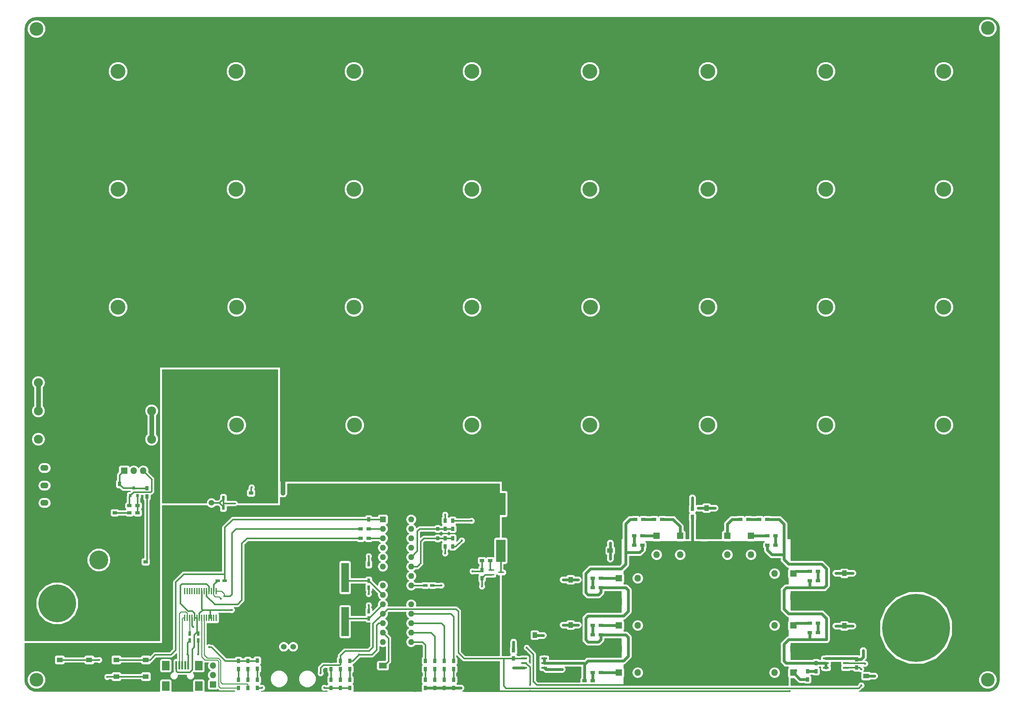
<source format=gbr>
G04 #@! TF.GenerationSoftware,KiCad,Pcbnew,(5.0.0)*
G04 #@! TF.CreationDate,2018-10-03T22:38:32-05:00*
G04 #@! TF.ProjectId,Spot_Welder_Hardware,53706F745F57656C6465725F48617264,rev?*
G04 #@! TF.SameCoordinates,Original*
G04 #@! TF.FileFunction,Copper,L1,Top,Signal*
G04 #@! TF.FilePolarity,Positive*
%FSLAX46Y46*%
G04 Gerber Fmt 4.6, Leading zero omitted, Abs format (unit mm)*
G04 Created by KiCad (PCBNEW (5.0.0)) date 10/03/18 22:38:32*
%MOMM*%
%LPD*%
G01*
G04 APERTURE LIST*
G04 #@! TA.AperFunction,WasherPad*
%ADD10C,3.683000*%
G04 #@! TD*
G04 #@! TA.AperFunction,SMDPad,CuDef*
%ADD11R,1.200000X0.900000*%
G04 #@! TD*
G04 #@! TA.AperFunction,ComponentPad*
%ADD12C,18.288000*%
G04 #@! TD*
G04 #@! TA.AperFunction,SMDPad,CuDef*
%ADD13R,2.500000X6.000000*%
G04 #@! TD*
G04 #@! TA.AperFunction,ComponentPad*
%ADD14R,4.000000X4.000000*%
G04 #@! TD*
G04 #@! TA.AperFunction,ComponentPad*
%ADD15C,4.000000*%
G04 #@! TD*
G04 #@! TA.AperFunction,SMDPad,CuDef*
%ADD16R,1.250000X1.500000*%
G04 #@! TD*
G04 #@! TA.AperFunction,SMDPad,CuDef*
%ADD17R,1.500000X1.250000*%
G04 #@! TD*
G04 #@! TA.AperFunction,SMDPad,CuDef*
%ADD18R,0.750000X1.200000*%
G04 #@! TD*
G04 #@! TA.AperFunction,SMDPad,CuDef*
%ADD19R,1.200000X0.750000*%
G04 #@! TD*
G04 #@! TA.AperFunction,ComponentPad*
%ADD20C,10.160000*%
G04 #@! TD*
G04 #@! TA.AperFunction,ComponentPad*
%ADD21C,5.080000*%
G04 #@! TD*
G04 #@! TA.AperFunction,ComponentPad*
%ADD22C,1.524000*%
G04 #@! TD*
G04 #@! TA.AperFunction,SMDPad,CuDef*
%ADD23R,0.900000X1.200000*%
G04 #@! TD*
G04 #@! TA.AperFunction,ComponentPad*
%ADD24R,1.800000X1.800000*%
G04 #@! TD*
G04 #@! TA.AperFunction,ComponentPad*
%ADD25O,1.800000X1.800000*%
G04 #@! TD*
G04 #@! TA.AperFunction,SMDPad,CuDef*
%ADD26R,0.500000X2.300000*%
G04 #@! TD*
G04 #@! TA.AperFunction,SMDPad,CuDef*
%ADD27R,2.000000X2.500000*%
G04 #@! TD*
G04 #@! TA.AperFunction,ComponentPad*
%ADD28R,1.700000X1.700000*%
G04 #@! TD*
G04 #@! TA.AperFunction,ComponentPad*
%ADD29O,1.700000X1.700000*%
G04 #@! TD*
G04 #@! TA.AperFunction,SMDPad,CuDef*
%ADD30R,1.500000X0.450000*%
G04 #@! TD*
G04 #@! TA.AperFunction,ComponentPad*
%ADD31C,2.400000*%
G04 #@! TD*
G04 #@! TA.AperFunction,ComponentPad*
%ADD32O,2.400000X2.400000*%
G04 #@! TD*
G04 #@! TA.AperFunction,SMDPad,CuDef*
%ADD33R,1.550000X1.300000*%
G04 #@! TD*
G04 #@! TA.AperFunction,ComponentPad*
%ADD34O,2.200000X1.600000*%
G04 #@! TD*
G04 #@! TA.AperFunction,SMDPad,CuDef*
%ADD35R,2.150000X1.500000*%
G04 #@! TD*
G04 #@! TA.AperFunction,ComponentPad*
%ADD36R,1.600000X1.600000*%
G04 #@! TD*
G04 #@! TA.AperFunction,ComponentPad*
%ADD37O,1.600000X1.600000*%
G04 #@! TD*
G04 #@! TA.AperFunction,SMDPad,CuDef*
%ADD38R,1.550000X0.600000*%
G04 #@! TD*
G04 #@! TA.AperFunction,SMDPad,CuDef*
%ADD39R,0.450000X1.750000*%
G04 #@! TD*
G04 #@! TA.AperFunction,SMDPad,CuDef*
%ADD40R,2.000000X7.875000*%
G04 #@! TD*
G04 #@! TA.AperFunction,SMDPad,CuDef*
%ADD41R,0.800000X0.900000*%
G04 #@! TD*
G04 #@! TA.AperFunction,Conductor*
%ADD42C,0.100000*%
G04 #@! TD*
G04 #@! TA.AperFunction,SMDPad,CuDef*
%ADD43C,0.950000*%
G04 #@! TD*
G04 #@! TA.AperFunction,ViaPad*
%ADD44C,0.600000*%
G04 #@! TD*
G04 #@! TA.AperFunction,Conductor*
%ADD45C,0.381000*%
G04 #@! TD*
G04 #@! TA.AperFunction,Conductor*
%ADD46C,1.270000*%
G04 #@! TD*
G04 #@! TA.AperFunction,Conductor*
%ADD47C,0.762000*%
G04 #@! TD*
G04 #@! TA.AperFunction,Conductor*
%ADD48C,0.254000*%
G04 #@! TD*
G04 APERTURE END LIST*
D10*
G04 #@! TO.P,REF\002A\002A,*
G04 #@! TO.N,*
X20574000Y-192786000D03*
G04 #@! TD*
G04 #@! TO.P,REF\002A\002A,*
G04 #@! TO.N,*
X20574000Y-17526000D03*
G04 #@! TD*
G04 #@! TO.P,REF\002A\002A,*
G04 #@! TO.N,*
X276606000Y-192786000D03*
G04 #@! TD*
D11*
G04 #@! TO.P,R20,1*
G04 #@! TO.N,Net-(Q2-Pad2)*
X47793000Y-145923000D03*
G04 #@! TO.P,R20,2*
G04 #@! TO.N,Power_GND*
X45593000Y-145923000D03*
G04 #@! TD*
G04 #@! TO.P,R19,1*
G04 #@! TO.N,Net-(Q2-Pad2)*
X47793000Y-147828000D03*
G04 #@! TO.P,R19,2*
G04 #@! TO.N,Net-(D10-Pad2)*
X45593000Y-147828000D03*
G04 #@! TD*
D12*
G04 #@! TO.P,REF\002A\002A,1*
G04 #@! TO.N,GND*
X257302000Y-178816000D03*
G04 #@! TD*
D13*
G04 #@! TO.P,BZ1,1*
G04 #@! TO.N,+5V*
X145542000Y-145456000D03*
G04 #@! TO.P,BZ1,2*
G04 #@! TO.N,Net-(BZ1-Pad2)*
X145542000Y-158056000D03*
G04 #@! TD*
D14*
G04 #@! TO.P,C1,1*
G04 #@! TO.N,V+*
X223012000Y-60706000D03*
D15*
G04 #@! TO.P,C1,2*
G04 #@! TO.N,GND*
X233012000Y-60706000D03*
G04 #@! TD*
D14*
G04 #@! TO.P,C2,1*
G04 #@! TO.N,V+*
X254762000Y-28956000D03*
D15*
G04 #@! TO.P,C2,2*
G04 #@! TO.N,GND*
X264762000Y-28956000D03*
G04 #@! TD*
D14*
G04 #@! TO.P,C3,1*
G04 #@! TO.N,V+*
X223012000Y-92456000D03*
D15*
G04 #@! TO.P,C3,2*
G04 #@! TO.N,GND*
X233012000Y-92456000D03*
G04 #@! TD*
D14*
G04 #@! TO.P,C4,1*
G04 #@! TO.N,V+*
X191262000Y-124206000D03*
D15*
G04 #@! TO.P,C4,2*
G04 #@! TO.N,GND*
X201262000Y-124206000D03*
G04 #@! TD*
D14*
G04 #@! TO.P,C5,1*
G04 #@! TO.N,V+*
X223012000Y-124206000D03*
D15*
G04 #@! TO.P,C5,2*
G04 #@! TO.N,GND*
X233012000Y-124206000D03*
G04 #@! TD*
D14*
G04 #@! TO.P,C6,1*
G04 #@! TO.N,V+*
X254762000Y-60706000D03*
D15*
G04 #@! TO.P,C6,2*
G04 #@! TO.N,GND*
X264762000Y-60706000D03*
G04 #@! TD*
D16*
G04 #@! TO.P,C7,1*
G04 #@! TO.N,V+*
X237998000Y-166624000D03*
G04 #@! TO.P,C7,2*
G04 #@! TO.N,GND*
X237998000Y-164124000D03*
G04 #@! TD*
D14*
G04 #@! TO.P,C8,1*
G04 #@! TO.N,V+*
X254762000Y-92456000D03*
D15*
G04 #@! TO.P,C8,2*
G04 #@! TO.N,GND*
X264762000Y-92456000D03*
G04 #@! TD*
D14*
G04 #@! TO.P,C9,1*
G04 #@! TO.N,V+*
X191262000Y-60706000D03*
D15*
G04 #@! TO.P,C9,2*
G04 #@! TO.N,GND*
X201262000Y-60706000D03*
G04 #@! TD*
D14*
G04 #@! TO.P,C10,1*
G04 #@! TO.N,V+*
X96012000Y-92456000D03*
D15*
G04 #@! TO.P,C10,2*
G04 #@! TO.N,GND*
X106012000Y-92456000D03*
G04 #@! TD*
D16*
G04 #@! TO.P,C11,1*
G04 #@! TO.N,V+*
X154686000Y-183261000D03*
G04 #@! TO.P,C11,2*
G04 #@! TO.N,GND*
X154686000Y-180761000D03*
G04 #@! TD*
D14*
G04 #@! TO.P,C12,1*
G04 #@! TO.N,V+*
X96012000Y-60706000D03*
D15*
G04 #@! TO.P,C12,2*
G04 #@! TO.N,GND*
X106012000Y-60706000D03*
G04 #@! TD*
D14*
G04 #@! TO.P,C13,1*
G04 #@! TO.N,V+*
X64422000Y-92456000D03*
D15*
G04 #@! TO.P,C13,2*
G04 #@! TO.N,GND*
X74422000Y-92456000D03*
G04 #@! TD*
D14*
G04 #@! TO.P,C14,1*
G04 #@! TO.N,V+*
X64262000Y-28956000D03*
D15*
G04 #@! TO.P,C14,2*
G04 #@! TO.N,GND*
X74262000Y-28956000D03*
G04 #@! TD*
D17*
G04 #@! TO.P,C15,1*
G04 #@! TO.N,V+*
X241340000Y-191770000D03*
G04 #@! TO.P,C15,2*
G04 #@! TO.N,GND*
X243840000Y-191770000D03*
G04 #@! TD*
D14*
G04 #@! TO.P,C16,1*
G04 #@! TO.N,V+*
X64262000Y-60706000D03*
D15*
G04 #@! TO.P,C16,2*
G04 #@! TO.N,GND*
X74262000Y-60706000D03*
G04 #@! TD*
D14*
G04 #@! TO.P,C17,1*
G04 #@! TO.N,V+*
X32512000Y-28956000D03*
D15*
G04 #@! TO.P,C17,2*
G04 #@! TO.N,GND*
X42512000Y-28956000D03*
G04 #@! TD*
D14*
G04 #@! TO.P,C18,1*
G04 #@! TO.N,V+*
X127762000Y-60706000D03*
D15*
G04 #@! TO.P,C18,2*
G04 #@! TO.N,GND*
X137762000Y-60706000D03*
G04 #@! TD*
D16*
G04 #@! TO.P,C19,1*
G04 #@! TO.N,V+*
X200914000Y-149058000D03*
G04 #@! TO.P,C19,2*
G04 #@! TO.N,GND*
X200914000Y-146558000D03*
G04 #@! TD*
D14*
G04 #@! TO.P,C20,1*
G04 #@! TO.N,V+*
X32512000Y-60706000D03*
D15*
G04 #@! TO.P,C20,2*
G04 #@! TO.N,GND*
X42512000Y-60706000D03*
G04 #@! TD*
D14*
G04 #@! TO.P,C21,1*
G04 #@! TO.N,V+*
X96012000Y-28956000D03*
D15*
G04 #@! TO.P,C21,2*
G04 #@! TO.N,GND*
X106012000Y-28956000D03*
G04 #@! TD*
D14*
G04 #@! TO.P,C22,1*
G04 #@! TO.N,V+*
X127762000Y-28956000D03*
D15*
G04 #@! TO.P,C22,2*
G04 #@! TO.N,GND*
X137762000Y-28956000D03*
G04 #@! TD*
D17*
G04 #@! TO.P,C23,1*
G04 #@! TO.N,V+*
X172466000Y-157988000D03*
G04 #@! TO.P,C23,2*
G04 #@! TO.N,GND*
X174966000Y-157988000D03*
G04 #@! TD*
D16*
G04 #@! TO.P,C24,1*
G04 #@! TO.N,V+*
X164338000Y-180554000D03*
G04 #@! TO.P,C24,2*
G04 #@! TO.N,GND*
X164338000Y-178054000D03*
G04 #@! TD*
D14*
G04 #@! TO.P,C25,1*
G04 #@! TO.N,V+*
X159512000Y-28956000D03*
D15*
G04 #@! TO.P,C25,2*
G04 #@! TO.N,GND*
X169512000Y-28956000D03*
G04 #@! TD*
D14*
G04 #@! TO.P,C26,1*
G04 #@! TO.N,V+*
X127762000Y-92456000D03*
D15*
G04 #@! TO.P,C26,2*
G04 #@! TO.N,GND*
X137762000Y-92456000D03*
G04 #@! TD*
D14*
G04 #@! TO.P,C27,1*
G04 #@! TO.N,V+*
X96172000Y-124206000D03*
D15*
G04 #@! TO.P,C27,2*
G04 #@! TO.N,GND*
X106172000Y-124206000D03*
G04 #@! TD*
D16*
G04 #@! TO.P,C28,1*
G04 #@! TO.N,V+*
X237998000Y-175768000D03*
G04 #@! TO.P,C28,2*
G04 #@! TO.N,GND*
X237998000Y-178268000D03*
G04 #@! TD*
D14*
G04 #@! TO.P,C29,1*
G04 #@! TO.N,V+*
X32512000Y-92456000D03*
D15*
G04 #@! TO.P,C29,2*
G04 #@! TO.N,GND*
X42512000Y-92456000D03*
G04 #@! TD*
D14*
G04 #@! TO.P,C30,1*
G04 #@! TO.N,V+*
X159512000Y-60706000D03*
D15*
G04 #@! TO.P,C30,2*
G04 #@! TO.N,GND*
X169512000Y-60706000D03*
G04 #@! TD*
D14*
G04 #@! TO.P,C31,1*
G04 #@! TO.N,V+*
X127762000Y-124206000D03*
D15*
G04 #@! TO.P,C31,2*
G04 #@! TO.N,GND*
X137762000Y-124206000D03*
G04 #@! TD*
D16*
G04 #@! TO.P,C32,1*
G04 #@! TO.N,V+*
X164338000Y-168362000D03*
G04 #@! TO.P,C32,2*
G04 #@! TO.N,GND*
X164338000Y-165862000D03*
G04 #@! TD*
D14*
G04 #@! TO.P,C33,1*
G04 #@! TO.N,V+*
X191262000Y-28956000D03*
D15*
G04 #@! TO.P,C33,2*
G04 #@! TO.N,GND*
X201262000Y-28956000D03*
G04 #@! TD*
D14*
G04 #@! TO.P,C34,1*
G04 #@! TO.N,V+*
X159512000Y-124206000D03*
D15*
G04 #@! TO.P,C34,2*
G04 #@! TO.N,GND*
X169512000Y-124206000D03*
G04 #@! TD*
D14*
G04 #@! TO.P,C35,1*
G04 #@! TO.N,V+*
X191262000Y-92456000D03*
D15*
G04 #@! TO.P,C35,2*
G04 #@! TO.N,GND*
X201262000Y-92456000D03*
G04 #@! TD*
D14*
G04 #@! TO.P,C36,1*
G04 #@! TO.N,V+*
X223012000Y-28956000D03*
D15*
G04 #@! TO.P,C36,2*
G04 #@! TO.N,GND*
X233012000Y-28956000D03*
G04 #@! TD*
D14*
G04 #@! TO.P,C37,1*
G04 #@! TO.N,V+*
X159672000Y-92456000D03*
D15*
G04 #@! TO.P,C37,2*
G04 #@! TO.N,GND*
X169672000Y-92456000D03*
G04 #@! TD*
D14*
G04 #@! TO.P,C38,1*
G04 #@! TO.N,V+*
X254762000Y-124206000D03*
D15*
G04 #@! TO.P,C38,2*
G04 #@! TO.N,GND*
X264762000Y-124206000D03*
G04 #@! TD*
D18*
G04 #@! TO.P,C39,1*
G04 #@! TO.N,+5V*
X109982000Y-163576000D03*
G04 #@! TO.P,C39,2*
G04 #@! TO.N,GND*
X109982000Y-161676000D03*
G04 #@! TD*
D19*
G04 #@! TO.P,C40,1*
G04 #@! TO.N,Net-(C40-Pad1)*
X125222000Y-167386000D03*
G04 #@! TO.P,C40,2*
G04 #@! TO.N,GND*
X127122000Y-167386000D03*
G04 #@! TD*
D18*
G04 #@! TO.P,C41,1*
G04 #@! TO.N,Net-(C41-Pad1)*
X109982000Y-166116000D03*
G04 #@! TO.P,C41,2*
G04 #@! TO.N,GND*
X109982000Y-168016000D03*
G04 #@! TD*
G04 #@! TO.P,C42,1*
G04 #@! TO.N,Net-(C42-Pad1)*
X109982000Y-176276000D03*
G04 #@! TO.P,C42,2*
G04 #@! TO.N,GND*
X109982000Y-174376000D03*
G04 #@! TD*
G04 #@! TO.P,C43,1*
G04 #@! TO.N,/Vin*
X70866000Y-141986000D03*
G04 #@! TO.P,C43,2*
G04 #@! TO.N,GND*
X70866000Y-143886000D03*
G04 #@! TD*
G04 #@! TO.P,C44,1*
G04 #@! TO.N,GND*
X70866000Y-146436000D03*
G04 #@! TO.P,C44,2*
G04 #@! TO.N,+5V*
X70866000Y-148336000D03*
G04 #@! TD*
D14*
G04 #@! TO.P,C45,1*
G04 #@! TO.N,/Vin*
X64422000Y-124206000D03*
D15*
G04 #@! TO.P,C45,2*
G04 #@! TO.N,GND*
X74422000Y-124206000D03*
G04 #@! TD*
D18*
G04 #@! TO.P,C46,1*
G04 #@! TO.N,Net-(C46-Pad1)*
X61823600Y-180340000D03*
G04 #@! TO.P,C46,2*
G04 #@! TO.N,GND*
X61823600Y-182240000D03*
G04 #@! TD*
G04 #@! TO.P,C47,1*
G04 #@! TO.N,GND*
X64135000Y-182240000D03*
G04 #@! TO.P,C47,2*
G04 #@! TO.N,USB+5V*
X64135000Y-180340000D03*
G04 #@! TD*
D19*
G04 #@! TO.P,C48,1*
G04 #@! TO.N,DTR*
X69342000Y-166116000D03*
G04 #@! TO.P,C48,2*
G04 #@! TO.N,Reset*
X71242000Y-166116000D03*
G04 #@! TD*
D20*
G04 #@! TO.P,Conn1,1*
G04 #@! TO.N,V+*
X39624000Y-172085000D03*
G04 #@! TD*
G04 #@! TO.P,Conn2,1*
G04 #@! TO.N,Conn_GND*
X26162000Y-172212000D03*
G04 #@! TD*
D21*
G04 #@! TO.P,Conn3,1*
G04 #@! TO.N,Conn_GND*
X37363400Y-160529000D03*
G04 #@! TO.P,Conn3,2*
G04 #@! TO.N,V+*
X37363400Y-152528000D03*
G04 #@! TD*
D22*
G04 #@! TO.P,Conn4,3*
G04 #@! TO.N,GND*
X87122000Y-183896000D03*
G04 #@! TO.P,Conn4,2*
G04 #@! TO.N,Ext_Trigger*
X89662000Y-183896000D03*
G04 #@! TO.P,Conn4,1*
G04 #@! TO.N,+5V*
X92202000Y-183896000D03*
G04 #@! TD*
D23*
G04 #@! TO.P,D1,1*
G04 #@! TO.N,GND*
X125222000Y-194986000D03*
G04 #@! TO.P,D1,2*
G04 #@! TO.N,Net-(D1-Pad2)*
X125222000Y-192786000D03*
G04 #@! TD*
G04 #@! TO.P,D2,1*
G04 #@! TO.N,GND*
X102362000Y-194986000D03*
G04 #@! TO.P,D2,2*
G04 #@! TO.N,Net-(D2-Pad2)*
X102362000Y-192786000D03*
G04 #@! TD*
G04 #@! TO.P,D3,1*
G04 #@! TO.N,GND*
X127762000Y-194986000D03*
G04 #@! TO.P,D3,2*
G04 #@! TO.N,Net-(D3-Pad2)*
X127762000Y-192786000D03*
G04 #@! TD*
G04 #@! TO.P,D4,1*
G04 #@! TO.N,GND*
X104902000Y-194986000D03*
G04 #@! TO.P,D4,2*
G04 #@! TO.N,Net-(D4-Pad2)*
X104902000Y-192786000D03*
G04 #@! TD*
G04 #@! TO.P,D5,1*
G04 #@! TO.N,GND*
X130302000Y-194986000D03*
G04 #@! TO.P,D5,2*
G04 #@! TO.N,Net-(D5-Pad2)*
X130302000Y-192786000D03*
G04 #@! TD*
G04 #@! TO.P,D6,1*
G04 #@! TO.N,GND*
X99822000Y-194986000D03*
G04 #@! TO.P,D6,2*
G04 #@! TO.N,Net-(D6-Pad2)*
X99822000Y-192786000D03*
G04 #@! TD*
G04 #@! TO.P,D7,1*
G04 #@! TO.N,GND*
X132842000Y-194986000D03*
G04 #@! TO.P,D7,2*
G04 #@! TO.N,Net-(D7-Pad2)*
X132842000Y-192786000D03*
G04 #@! TD*
D11*
G04 #@! TO.P,D11,1*
G04 #@! TO.N,Net-(D11-Pad1)*
X49952000Y-161036000D03*
G04 #@! TO.P,D11,2*
G04 #@! TO.N,V+*
X47752000Y-161036000D03*
G04 #@! TD*
D23*
G04 #@! TO.P,D12,1*
G04 #@! TO.N,/Vin*
X83566000Y-142494000D03*
G04 #@! TO.P,D12,2*
G04 #@! TO.N,V+*
X86866000Y-142494000D03*
G04 #@! TD*
D24*
G04 #@! TO.P,D13,1*
G04 #@! TO.N,V+*
X224282000Y-184531000D03*
D25*
G04 #@! TO.P,D13,2*
G04 #@! TO.N,VS*
X219202000Y-184531000D03*
G04 #@! TD*
D24*
G04 #@! TO.P,D14,1*
G04 #@! TO.N,V+*
X224282000Y-170561000D03*
D25*
G04 #@! TO.P,D14,2*
G04 #@! TO.N,VS*
X219202000Y-170561000D03*
G04 #@! TD*
D24*
G04 #@! TO.P,D15,1*
G04 #@! TO.N,V+*
X200152000Y-154051000D03*
D25*
G04 #@! TO.P,D15,2*
G04 #@! TO.N,VS*
X200152000Y-159131000D03*
G04 #@! TD*
D24*
G04 #@! TO.P,D16,1*
G04 #@! TO.N,V+*
X177292000Y-171831000D03*
D25*
G04 #@! TO.P,D16,2*
G04 #@! TO.N,VS*
X182372000Y-171831000D03*
G04 #@! TD*
D23*
G04 #@! TO.P,D17,1*
G04 #@! TO.N,Net-(D17-Pad1)*
X74930000Y-194986000D03*
G04 #@! TO.P,D17,2*
G04 #@! TO.N,Net-(D17-Pad2)*
X74930000Y-192786000D03*
G04 #@! TD*
G04 #@! TO.P,D18,1*
G04 #@! TO.N,Net-(D18-Pad1)*
X77470000Y-194986000D03*
G04 #@! TO.P,D18,2*
G04 #@! TO.N,Net-(D18-Pad2)*
X77470000Y-192786000D03*
G04 #@! TD*
D24*
G04 #@! TO.P,D19,1*
G04 #@! TO.N,V+*
X177292000Y-184531000D03*
D25*
G04 #@! TO.P,D19,2*
G04 #@! TO.N,VS*
X182372000Y-184531000D03*
G04 #@! TD*
D23*
G04 #@! TO.P,D20,1*
G04 #@! TO.N,GND*
X80010000Y-194986000D03*
G04 #@! TO.P,D20,2*
G04 #@! TO.N,Net-(D20-Pad2)*
X80010000Y-192786000D03*
G04 #@! TD*
D26*
G04 #@! TO.P,J1,1*
G04 #@! TO.N,USB+5V*
X58212000Y-188876000D03*
D27*
G04 #@! TO.P,J1,*
G04 #@! TO.N,*
X55362000Y-188976000D03*
D26*
G04 #@! TO.P,J1,2*
G04 #@! TO.N,D-*
X59012000Y-188876000D03*
G04 #@! TO.P,J1,3*
G04 #@! TO.N,D+*
X59812000Y-188876000D03*
G04 #@! TO.P,J1,4*
G04 #@! TO.N,N/C*
X60612000Y-188876000D03*
G04 #@! TO.P,J1,5*
G04 #@! TO.N,GND*
X61412000Y-188876000D03*
D27*
G04 #@! TO.P,J1,*
G04 #@! TO.N,*
X55362000Y-194476000D03*
X64262000Y-188976000D03*
X64262000Y-194476000D03*
G04 #@! TD*
D28*
G04 #@! TO.P,J2,1*
G04 #@! TO.N,IC_TX*
X68072000Y-194056000D03*
D29*
G04 #@! TO.P,J2,2*
G04 #@! TO.N,IC_RX*
X68072000Y-191516000D03*
G04 #@! TO.P,J2,3*
G04 #@! TO.N,DTR*
X68072000Y-188976000D03*
G04 #@! TD*
D11*
G04 #@! TO.P,L1,1*
G04 #@! TO.N,Net-(L1-Pad1)*
X228727000Y-177546000D03*
G04 #@! TO.P,L1,2*
G04 #@! TO.N,Net-(L1-Pad2)*
X230927000Y-177546000D03*
G04 #@! TD*
G04 #@! TO.P,L2,1*
G04 #@! TO.N,Net-(L2-Pad1)*
X228727000Y-163576000D03*
G04 #@! TO.P,L2,2*
G04 #@! TO.N,Net-(L2-Pad2)*
X230927000Y-163576000D03*
G04 #@! TD*
D23*
G04 #@! TO.P,L3,1*
G04 #@! TO.N,Net-(L3-Pad1)*
X228092000Y-192700000D03*
G04 #@! TO.P,L3,2*
G04 #@! TO.N,Net-(L3-Pad2)*
X228092000Y-190500000D03*
G04 #@! TD*
D11*
G04 #@! TO.P,L4,1*
G04 #@! TO.N,Net-(L4-Pad1)*
X217297000Y-154051000D03*
G04 #@! TO.P,L4,2*
G04 #@! TO.N,Net-(L4-Pad2)*
X219497000Y-154051000D03*
G04 #@! TD*
G04 #@! TO.P,L5,1*
G04 #@! TO.N,Net-(L5-Pad1)*
X210017000Y-149606000D03*
G04 #@! TO.P,L5,2*
G04 #@! TO.N,Net-(L5-Pad2)*
X212217000Y-149606000D03*
G04 #@! TD*
G04 #@! TO.P,L6,1*
G04 #@! TO.N,Net-(L6-Pad1)*
X189017000Y-149606000D03*
G04 #@! TO.P,L6,2*
G04 #@! TO.N,Net-(L6-Pad2)*
X186817000Y-149606000D03*
G04 #@! TD*
G04 #@! TO.P,L7,1*
G04 #@! TO.N,Net-(L7-Pad1)*
X183642000Y-154051000D03*
G04 #@! TO.P,L7,2*
G04 #@! TO.N,Net-(L7-Pad2)*
X181442000Y-154051000D03*
G04 #@! TD*
G04 #@! TO.P,L8,1*
G04 #@! TO.N,Net-(L8-Pad1)*
X172507000Y-190881000D03*
G04 #@! TO.P,L8,2*
G04 #@! TO.N,Net-(L8-Pad2)*
X170307000Y-190881000D03*
G04 #@! TD*
G04 #@! TO.P,L9,1*
G04 #@! TO.N,Net-(L9-Pad1)*
X172507000Y-165481000D03*
G04 #@! TO.P,L9,2*
G04 #@! TO.N,Net-(L9-Pad2)*
X170307000Y-165481000D03*
G04 #@! TD*
G04 #@! TO.P,L10,1*
G04 #@! TO.N,Net-(L10-Pad1)*
X172507000Y-178181000D03*
G04 #@! TO.P,L10,2*
G04 #@! TO.N,Net-(L10-Pad2)*
X170307000Y-178181000D03*
G04 #@! TD*
D30*
G04 #@! TO.P,Q1,1*
G04 #@! TO.N,Net-(Q1-Pad1)*
X143002000Y-163236000D03*
G04 #@! TO.P,Q1,2*
G04 #@! TO.N,GND*
X143002000Y-164536000D03*
G04 #@! TO.P,Q1,3*
G04 #@! TO.N,Net-(BZ1-Pad2)*
X145662000Y-163886000D03*
G04 #@! TD*
D24*
G04 #@! TO.P,Q3,1*
G04 #@! TO.N,Net-(Q2-Pad3)*
X44196000Y-136525000D03*
D25*
G04 #@! TO.P,Q3,2*
G04 #@! TO.N,GND*
X46736000Y-136525000D03*
G04 #@! TO.P,Q3,3*
G04 #@! TO.N,Power_GND*
X49276000Y-136525000D03*
G04 #@! TD*
D24*
G04 #@! TO.P,Q4,1*
G04 #@! TO.N,Net-(L1-Pad1)*
X224282000Y-178181000D03*
D25*
G04 #@! TO.P,Q4,2*
G04 #@! TO.N,VS*
X221742000Y-178181000D03*
G04 #@! TO.P,Q4,3*
G04 #@! TO.N,GND*
X219202000Y-178181000D03*
G04 #@! TD*
D24*
G04 #@! TO.P,Q5,1*
G04 #@! TO.N,Net-(L2-Pad1)*
X224282000Y-164211000D03*
D25*
G04 #@! TO.P,Q5,2*
G04 #@! TO.N,VS*
X221742000Y-164211000D03*
G04 #@! TO.P,Q5,3*
G04 #@! TO.N,GND*
X219202000Y-164211000D03*
G04 #@! TD*
D24*
G04 #@! TO.P,Q6,1*
G04 #@! TO.N,Net-(L3-Pad1)*
X224282000Y-190881000D03*
D25*
G04 #@! TO.P,Q6,2*
G04 #@! TO.N,VS*
X221742000Y-190881000D03*
G04 #@! TO.P,Q6,3*
G04 #@! TO.N,GND*
X219202000Y-190881000D03*
G04 #@! TD*
D24*
G04 #@! TO.P,Q7,1*
G04 #@! TO.N,Net-(L4-Pad1)*
X212852000Y-154051000D03*
D25*
G04 #@! TO.P,Q7,2*
G04 #@! TO.N,VS*
X212852000Y-156591000D03*
G04 #@! TO.P,Q7,3*
G04 #@! TO.N,GND*
X212852000Y-159131000D03*
G04 #@! TD*
D24*
G04 #@! TO.P,Q8,1*
G04 #@! TO.N,Net-(L5-Pad1)*
X206502000Y-154051000D03*
D25*
G04 #@! TO.P,Q8,2*
G04 #@! TO.N,VS*
X206502000Y-156591000D03*
G04 #@! TO.P,Q8,3*
G04 #@! TO.N,GND*
X206502000Y-159131000D03*
G04 #@! TD*
D24*
G04 #@! TO.P,Q9,1*
G04 #@! TO.N,Net-(L6-Pad1)*
X193802000Y-154051000D03*
D25*
G04 #@! TO.P,Q9,2*
G04 #@! TO.N,VS*
X193802000Y-156591000D03*
G04 #@! TO.P,Q9,3*
G04 #@! TO.N,GND*
X193802000Y-159131000D03*
G04 #@! TD*
D24*
G04 #@! TO.P,Q10,1*
G04 #@! TO.N,Net-(L7-Pad1)*
X187452000Y-154051000D03*
D25*
G04 #@! TO.P,Q10,2*
G04 #@! TO.N,VS*
X187452000Y-156591000D03*
G04 #@! TO.P,Q10,3*
G04 #@! TO.N,GND*
X187452000Y-159131000D03*
G04 #@! TD*
D24*
G04 #@! TO.P,Q11,1*
G04 #@! TO.N,Net-(L8-Pad1)*
X177292000Y-190881000D03*
D25*
G04 #@! TO.P,Q11,2*
G04 #@! TO.N,VS*
X179832000Y-190881000D03*
G04 #@! TO.P,Q11,3*
G04 #@! TO.N,GND*
X182372000Y-190881000D03*
G04 #@! TD*
D24*
G04 #@! TO.P,Q12,1*
G04 #@! TO.N,Net-(L9-Pad1)*
X177292000Y-165481000D03*
D25*
G04 #@! TO.P,Q12,2*
G04 #@! TO.N,VS*
X179832000Y-165481000D03*
G04 #@! TO.P,Q12,3*
G04 #@! TO.N,GND*
X182372000Y-165481000D03*
G04 #@! TD*
D24*
G04 #@! TO.P,Q13,1*
G04 #@! TO.N,Net-(L10-Pad1)*
X177292000Y-178181000D03*
D25*
G04 #@! TO.P,Q13,2*
G04 #@! TO.N,VS*
X179832000Y-178181000D03*
G04 #@! TO.P,Q13,3*
G04 #@! TO.N,GND*
X182372000Y-178181000D03*
G04 #@! TD*
D23*
G04 #@! TO.P,R1,1*
G04 #@! TO.N,Net-(D1-Pad2)*
X125222000Y-189906000D03*
G04 #@! TO.P,R1,2*
G04 #@! TO.N,5V_Ind*
X125222000Y-187706000D03*
G04 #@! TD*
G04 #@! TO.P,R2,1*
G04 #@! TO.N,Buzzer*
X140462000Y-163236000D03*
G04 #@! TO.P,R2,2*
G04 #@! TO.N,GND*
X140462000Y-165436000D03*
G04 #@! TD*
G04 #@! TO.P,R3,1*
G04 #@! TO.N,Net-(D2-Pad2)*
X102362000Y-189906000D03*
G04 #@! TO.P,R3,2*
G04 #@! TO.N,Pulse_Out*
X102362000Y-187706000D03*
G04 #@! TD*
D11*
G04 #@! TO.P,R4,1*
G04 #@! TO.N,Buzzer*
X140462000Y-160696000D03*
G04 #@! TO.P,R4,2*
G04 #@! TO.N,Net-(Q1-Pad1)*
X142662000Y-160696000D03*
G04 #@! TD*
D23*
G04 #@! TO.P,R5,1*
G04 #@! TO.N,Net-(D3-Pad2)*
X127762000Y-189906000D03*
G04 #@! TO.P,R5,2*
G04 #@! TO.N,7.5V_Ind*
X127762000Y-187706000D03*
G04 #@! TD*
G04 #@! TO.P,R6,1*
G04 #@! TO.N,Net-(D4-Pad2)*
X104902000Y-189906000D03*
G04 #@! TO.P,R6,2*
G04 #@! TO.N,Ext_Trigger*
X104902000Y-187706000D03*
G04 #@! TD*
G04 #@! TO.P,R7,1*
G04 #@! TO.N,Net-(D5-Pad2)*
X130302000Y-189906000D03*
G04 #@! TO.P,R7,2*
G04 #@! TO.N,10V_Ind*
X130302000Y-187706000D03*
G04 #@! TD*
G04 #@! TO.P,R8,1*
G04 #@! TO.N,Net-(D6-Pad2)*
X99822000Y-189906000D03*
G04 #@! TO.P,R8,2*
G04 #@! TO.N,+5V*
X99822000Y-187706000D03*
G04 #@! TD*
G04 #@! TO.P,R9,1*
G04 #@! TO.N,Net-(D7-Pad2)*
X132842000Y-189906000D03*
G04 #@! TO.P,R9,2*
G04 #@! TO.N,12.5V_Ind*
X132842000Y-187706000D03*
G04 #@! TD*
G04 #@! TO.P,R10,1*
G04 #@! TO.N,Lead_Sense*
X132588000Y-152146000D03*
G04 #@! TO.P,R10,2*
G04 #@! TO.N,VS*
X132588000Y-149946000D03*
G04 #@! TD*
G04 #@! TO.P,R11,1*
G04 #@! TO.N,Lead_Sense*
X130556000Y-152146000D03*
G04 #@! TO.P,R11,2*
G04 #@! TO.N,GND*
X130556000Y-149946000D03*
G04 #@! TD*
D31*
G04 #@! TO.P,R12,1*
G04 #@! TO.N,Net-(R12-Pad1)*
X51562000Y-128016000D03*
D32*
G04 #@! TO.P,R12,2*
G04 #@! TO.N,Net-(R12-Pad2)*
X21082000Y-128016000D03*
G04 #@! TD*
D31*
G04 #@! TO.P,R13,1*
G04 #@! TO.N,Net-(R13-Pad1)*
X21082000Y-120396000D03*
D32*
G04 #@! TO.P,R13,2*
G04 #@! TO.N,Net-(R12-Pad1)*
X51562000Y-120396000D03*
G04 #@! TD*
D31*
G04 #@! TO.P,R14,1*
G04 #@! TO.N,V+*
X51562000Y-112776000D03*
D32*
G04 #@! TO.P,R14,2*
G04 #@! TO.N,Net-(R13-Pad1)*
X21082000Y-112776000D03*
G04 #@! TD*
D23*
G04 #@! TO.P,R15,1*
G04 #@! TO.N,V_Sense*
X132588000Y-154686000D03*
G04 #@! TO.P,R15,2*
G04 #@! TO.N,V+*
X132588000Y-156886000D03*
G04 #@! TD*
G04 #@! TO.P,R16,1*
G04 #@! TO.N,V_Sense*
X130556000Y-154686000D03*
G04 #@! TO.P,R16,2*
G04 #@! TO.N,GND*
X130556000Y-156886000D03*
G04 #@! TD*
G04 #@! TO.P,R17,1*
G04 #@! TO.N,+5V*
X109982000Y-147406000D03*
G04 #@! TO.P,R17,2*
G04 #@! TO.N,Reset*
X109982000Y-149606000D03*
G04 #@! TD*
G04 #@! TO.P,R18,1*
G04 #@! TO.N,Net-(Q2-Pad3)*
X42926000Y-140040000D03*
G04 #@! TO.P,R18,2*
G04 #@! TO.N,V+*
X42926000Y-142240000D03*
G04 #@! TD*
D11*
G04 #@! TO.P,R21,1*
G04 #@! TO.N,/Vin*
X80518000Y-142494000D03*
G04 #@! TO.P,R21,2*
G04 #@! TO.N,GND*
X78318000Y-142494000D03*
G04 #@! TD*
D23*
G04 #@! TO.P,R22,1*
G04 #@! TO.N,VS*
X197104000Y-148971000D03*
G04 #@! TO.P,R22,2*
G04 #@! TO.N,GND*
X197104000Y-146771000D03*
G04 #@! TD*
D11*
G04 #@! TO.P,R23,1*
G04 #@! TO.N,Net-(L1-Pad2)*
X230927000Y-180086000D03*
G04 #@! TO.P,R23,2*
G04 #@! TO.N,Net-(R23-Pad2)*
X228727000Y-180086000D03*
G04 #@! TD*
G04 #@! TO.P,R24,1*
G04 #@! TO.N,IC_RX*
X107782000Y-152146000D03*
G04 #@! TO.P,R24,2*
G04 #@! TO.N,Net-(R24-Pad2)*
X109982000Y-152146000D03*
G04 #@! TD*
G04 #@! TO.P,R25,1*
G04 #@! TO.N,IC_TX*
X107782000Y-154686000D03*
G04 #@! TO.P,R25,2*
G04 #@! TO.N,Net-(R25-Pad2)*
X109982000Y-154686000D03*
G04 #@! TD*
G04 #@! TO.P,R26,1*
G04 #@! TO.N,Net-(L2-Pad2)*
X230927000Y-166116000D03*
G04 #@! TO.P,R26,2*
G04 #@! TO.N,Net-(R23-Pad2)*
X228727000Y-166116000D03*
G04 #@! TD*
D23*
G04 #@! TO.P,R27,1*
G04 #@! TO.N,Pulse_Out*
X148971000Y-187071000D03*
G04 #@! TO.P,R27,2*
G04 #@! TO.N,GND*
X148971000Y-184871000D03*
G04 #@! TD*
G04 #@! TO.P,R28,1*
G04 #@! TO.N,Net-(L3-Pad2)*
X230378000Y-190500000D03*
G04 #@! TO.P,R28,2*
G04 #@! TO.N,Net-(R23-Pad2)*
X230378000Y-188300000D03*
G04 #@! TD*
D11*
G04 #@! TO.P,R29,1*
G04 #@! TO.N,Net-(L4-Pad2)*
X219497000Y-156591000D03*
G04 #@! TO.P,R29,2*
G04 #@! TO.N,Net-(R23-Pad2)*
X217297000Y-156591000D03*
G04 #@! TD*
G04 #@! TO.P,R30,1*
G04 #@! TO.N,Net-(L5-Pad2)*
X215097000Y-149606000D03*
G04 #@! TO.P,R30,2*
G04 #@! TO.N,Net-(R23-Pad2)*
X217297000Y-149606000D03*
G04 #@! TD*
G04 #@! TO.P,R31,1*
G04 #@! TO.N,Net-(L6-Pad2)*
X183937000Y-149606000D03*
G04 #@! TO.P,R31,2*
G04 #@! TO.N,Net-(R31-Pad2)*
X181737000Y-149606000D03*
G04 #@! TD*
G04 #@! TO.P,R32,1*
G04 #@! TO.N,Net-(L7-Pad2)*
X181442000Y-156591000D03*
G04 #@! TO.P,R32,2*
G04 #@! TO.N,Net-(R31-Pad2)*
X183642000Y-156591000D03*
G04 #@! TD*
D23*
G04 #@! TO.P,R33,1*
G04 #@! TO.N,Pulse_Out*
X241300000Y-189484000D03*
G04 #@! TO.P,R33,2*
G04 #@! TO.N,GND*
X241300000Y-187284000D03*
G04 #@! TD*
D11*
G04 #@! TO.P,R34,1*
G04 #@! TO.N,Net-(L8-Pad2)*
X170307000Y-193040000D03*
G04 #@! TO.P,R34,2*
G04 #@! TO.N,Net-(R31-Pad2)*
X168107000Y-193040000D03*
G04 #@! TD*
D23*
G04 #@! TO.P,R35,1*
G04 #@! TO.N,USB+5V*
X74930000Y-187706000D03*
G04 #@! TO.P,R35,2*
G04 #@! TO.N,Net-(D17-Pad2)*
X74930000Y-189906000D03*
G04 #@! TD*
D11*
G04 #@! TO.P,R36,1*
G04 #@! TO.N,Net-(L9-Pad2)*
X170307000Y-168021000D03*
G04 #@! TO.P,R36,2*
G04 #@! TO.N,Net-(R31-Pad2)*
X172507000Y-168021000D03*
G04 #@! TD*
D23*
G04 #@! TO.P,R37,1*
G04 #@! TO.N,USB+5V*
X77470000Y-187706000D03*
G04 #@! TO.P,R37,2*
G04 #@! TO.N,Net-(D18-Pad2)*
X77470000Y-189906000D03*
G04 #@! TD*
D11*
G04 #@! TO.P,R38,1*
G04 #@! TO.N,Net-(L10-Pad2)*
X170307000Y-180721000D03*
G04 #@! TO.P,R38,2*
G04 #@! TO.N,Net-(R31-Pad2)*
X172507000Y-180721000D03*
G04 #@! TD*
D23*
G04 #@! TO.P,R39,1*
G04 #@! TO.N,USB+5V*
X80010000Y-187622000D03*
G04 #@! TO.P,R39,2*
G04 #@! TO.N,Net-(D20-Pad2)*
X80010000Y-189822000D03*
G04 #@! TD*
D33*
G04 #@! TO.P,SW1,1*
G04 #@! TO.N,+5V*
X34782000Y-191936000D03*
X26832000Y-191936000D03*
G04 #@! TO.P,SW1,2*
G04 #@! TO.N,Pulse_Out*
X34782000Y-187436000D03*
X26832000Y-187436000D03*
G04 #@! TD*
D34*
G04 #@! TO.P,SW2,1*
G04 #@! TO.N,Net-(R12-Pad2)*
X22733000Y-135762000D03*
G04 #@! TO.P,SW2,2*
G04 #@! TO.N,Power_GND*
X22733000Y-140462000D03*
G04 #@! TO.P,SW2,3*
G04 #@! TO.N,Conn_GND*
X22733000Y-145162000D03*
G04 #@! TD*
D35*
G04 #@! TO.P,SW3,1*
G04 #@! TO.N,+5V*
X122042000Y-188976000D03*
G04 #@! TO.P,SW3,2*
G04 #@! TO.N,Lead_Voltage_Trigger*
X113792000Y-188976000D03*
G04 #@! TD*
D33*
G04 #@! TO.P,SW4,1*
G04 #@! TO.N,GND*
X50022000Y-191936000D03*
X42072000Y-191936000D03*
G04 #@! TO.P,SW4,2*
G04 #@! TO.N,Reset*
X50022000Y-187436000D03*
X42072000Y-187436000D03*
G04 #@! TD*
D22*
G04 #@! TO.P,U1,1*
G04 #@! TO.N,/Vin*
X67691000Y-142621000D03*
G04 #@! TO.P,U1,2*
G04 #@! TO.N,GND*
X67691000Y-145161000D03*
G04 #@! TO.P,U1,3*
G04 #@! TO.N,+5V*
X67691000Y-147701000D03*
G04 #@! TD*
D36*
G04 #@! TO.P,U2,1*
G04 #@! TO.N,Reset*
X113792000Y-149606000D03*
D37*
G04 #@! TO.P,U2,15*
G04 #@! TO.N,5V_Ind*
X121412000Y-182626000D03*
G04 #@! TO.P,U2,2*
G04 #@! TO.N,Net-(R24-Pad2)*
X113792000Y-152146000D03*
G04 #@! TO.P,U2,16*
G04 #@! TO.N,7.5V_Ind*
X121412000Y-180086000D03*
G04 #@! TO.P,U2,3*
G04 #@! TO.N,Net-(R25-Pad2)*
X113792000Y-154686000D03*
G04 #@! TO.P,U2,17*
G04 #@! TO.N,10V_Ind*
X121412000Y-177546000D03*
G04 #@! TO.P,U2,4*
G04 #@! TO.N,N/C*
X113792000Y-157226000D03*
G04 #@! TO.P,U2,18*
G04 #@! TO.N,12.5V_Ind*
X121412000Y-175006000D03*
G04 #@! TO.P,U2,5*
G04 #@! TO.N,N/C*
X113792000Y-159766000D03*
G04 #@! TO.P,U2,19*
X121412000Y-172466000D03*
G04 #@! TO.P,U2,6*
G04 #@! TO.N,Buzzer*
X113792000Y-162306000D03*
G04 #@! TO.P,U2,20*
G04 #@! TO.N,+5V*
X121412000Y-169926000D03*
G04 #@! TO.P,U2,7*
X113792000Y-164846000D03*
G04 #@! TO.P,U2,21*
G04 #@! TO.N,Net-(C40-Pad1)*
X121412000Y-167386000D03*
G04 #@! TO.P,U2,8*
G04 #@! TO.N,GND*
X113792000Y-167386000D03*
G04 #@! TO.P,U2,22*
X121412000Y-164846000D03*
G04 #@! TO.P,U2,9*
G04 #@! TO.N,Net-(C41-Pad1)*
X113792000Y-169926000D03*
G04 #@! TO.P,U2,23*
G04 #@! TO.N,V_Sense*
X121412000Y-162306000D03*
G04 #@! TO.P,U2,10*
G04 #@! TO.N,Net-(C42-Pad1)*
X113792000Y-172466000D03*
G04 #@! TO.P,U2,24*
G04 #@! TO.N,Lead_Sense*
X121412000Y-159766000D03*
G04 #@! TO.P,U2,11*
G04 #@! TO.N,Pulse_Out*
X113792000Y-175006000D03*
G04 #@! TO.P,U2,25*
G04 #@! TO.N,N/C*
X121412000Y-157226000D03*
G04 #@! TO.P,U2,12*
G04 #@! TO.N,Ext_Trigger*
X113792000Y-177546000D03*
G04 #@! TO.P,U2,26*
G04 #@! TO.N,N/C*
X121412000Y-154686000D03*
G04 #@! TO.P,U2,13*
G04 #@! TO.N,Lead_Voltage_Trigger*
X113792000Y-180086000D03*
G04 #@! TO.P,U2,27*
G04 #@! TO.N,N/C*
X121412000Y-152146000D03*
G04 #@! TO.P,U2,14*
X113792000Y-182626000D03*
G04 #@! TO.P,U2,28*
X121412000Y-149606000D03*
G04 #@! TD*
D38*
G04 #@! TO.P,U3,1*
G04 #@! TO.N,V+*
X238445000Y-190881000D03*
G04 #@! TO.P,U3,2*
G04 #@! TO.N,Pulse_Out*
X238445000Y-189611000D03*
G04 #@! TO.P,U3,3*
G04 #@! TO.N,+5V*
X238445000Y-188341000D03*
G04 #@! TO.P,U3,4*
G04 #@! TO.N,GND*
X238445000Y-187071000D03*
G04 #@! TO.P,U3,5*
X233045000Y-187071000D03*
G04 #@! TO.P,U3,6*
G04 #@! TO.N,Net-(R23-Pad2)*
X233045000Y-188341000D03*
G04 #@! TO.P,U3,7*
X233045000Y-189611000D03*
G04 #@! TO.P,U3,8*
G04 #@! TO.N,V+*
X233045000Y-190881000D03*
G04 #@! TD*
D39*
G04 #@! TO.P,U4,1*
G04 #@! TO.N,IC_RX*
X68961000Y-168910000D03*
G04 #@! TO.P,U4,2*
G04 #@! TO.N,DTR*
X68311000Y-168910000D03*
G04 #@! TO.P,U4,3*
G04 #@! TO.N,N/C*
X67661000Y-168910000D03*
G04 #@! TO.P,U4,4*
G04 #@! TO.N,USB+5V*
X67011000Y-168910000D03*
G04 #@! TO.P,U4,5*
G04 #@! TO.N,IC_TX*
X66361000Y-168910000D03*
G04 #@! TO.P,U4,6*
G04 #@! TO.N,N/C*
X65711000Y-168910000D03*
G04 #@! TO.P,U4,7*
G04 #@! TO.N,GND*
X65061000Y-168910000D03*
G04 #@! TO.P,U4,8*
G04 #@! TO.N,N/C*
X64411000Y-168910000D03*
G04 #@! TO.P,U4,9*
X63761000Y-168910000D03*
G04 #@! TO.P,U4,10*
X63111000Y-168910000D03*
G04 #@! TO.P,U4,11*
X62461000Y-168910000D03*
G04 #@! TO.P,U4,12*
X61811000Y-168910000D03*
G04 #@! TO.P,U4,13*
X61161000Y-168910000D03*
G04 #@! TO.P,U4,14*
X60511000Y-168910000D03*
G04 #@! TO.P,U4,15*
G04 #@! TO.N,D+*
X60511000Y-176110000D03*
G04 #@! TO.P,U4,16*
G04 #@! TO.N,D-*
X61161000Y-176110000D03*
G04 #@! TO.P,U4,17*
G04 #@! TO.N,Net-(C46-Pad1)*
X61811000Y-176110000D03*
G04 #@! TO.P,U4,18*
G04 #@! TO.N,GND*
X62461000Y-176110000D03*
G04 #@! TO.P,U4,19*
G04 #@! TO.N,USB+5V*
X63111000Y-176110000D03*
G04 #@! TO.P,U4,20*
X63761000Y-176110000D03*
G04 #@! TO.P,U4,21*
G04 #@! TO.N,GND*
X64411000Y-176110000D03*
G04 #@! TO.P,U4,22*
G04 #@! TO.N,Net-(D17-Pad1)*
X65061000Y-176110000D03*
G04 #@! TO.P,U4,23*
G04 #@! TO.N,Net-(D18-Pad1)*
X65711000Y-176110000D03*
G04 #@! TO.P,U4,24*
G04 #@! TO.N,N/C*
X66361000Y-176110000D03*
G04 #@! TO.P,U4,25*
G04 #@! TO.N,GND*
X67011000Y-176110000D03*
G04 #@! TO.P,U4,26*
X67661000Y-176110000D03*
G04 #@! TO.P,U4,27*
G04 #@! TO.N,N/C*
X68311000Y-176110000D03*
G04 #@! TO.P,U4,28*
X68961000Y-176110000D03*
G04 #@! TD*
D38*
G04 #@! TO.P,U5,1*
G04 #@! TO.N,V+*
X151826000Y-185801000D03*
G04 #@! TO.P,U5,2*
G04 #@! TO.N,Pulse_Out*
X151826000Y-187071000D03*
G04 #@! TO.P,U5,3*
G04 #@! TO.N,+5V*
X151826000Y-188341000D03*
G04 #@! TO.P,U5,4*
G04 #@! TO.N,GND*
X151826000Y-189611000D03*
G04 #@! TO.P,U5,5*
X157226000Y-189611000D03*
G04 #@! TO.P,U5,6*
G04 #@! TO.N,Net-(R31-Pad2)*
X157226000Y-188341000D03*
G04 #@! TO.P,U5,7*
X157226000Y-187071000D03*
G04 #@! TO.P,U5,8*
G04 #@! TO.N,V+*
X157226000Y-185801000D03*
G04 #@! TD*
D40*
G04 #@! TO.P,Y1,1*
G04 #@! TO.N,Net-(C41-Pad1)*
X103632000Y-165258500D03*
G04 #@! TO.P,Y1,2*
G04 #@! TO.N,Net-(C42-Pad1)*
X103632000Y-177133500D03*
G04 #@! TD*
D10*
G04 #@! TO.P,REF\002A\002A,*
G04 #@! TO.N,*
X276606000Y-17272000D03*
G04 #@! TD*
D12*
G04 #@! TO.P,REF\002A\002A,1*
G04 #@! TO.N,VS*
X200152000Y-178841400D03*
G04 #@! TD*
D23*
G04 #@! TO.P,R40,1*
G04 #@! TO.N,Net-(Q2-Pad3)*
X50292000Y-141224000D03*
G04 #@! TO.P,R40,2*
G04 #@! TO.N,Net-(D11-Pad1)*
X50292000Y-143424000D03*
G04 #@! TD*
D41*
G04 #@! TO.P,Q2,1*
G04 #@! TO.N,Power_GND*
X45842388Y-143198804D03*
G04 #@! TO.P,Q2,2*
G04 #@! TO.N,Net-(Q2-Pad2)*
X47742388Y-143198804D03*
G04 #@! TO.P,Q2,3*
G04 #@! TO.N,Net-(Q2-Pad3)*
X46792388Y-141198804D03*
G04 #@! TD*
D11*
G04 #@! TO.P,D10,1*
G04 #@! TO.N,V+*
X41656000Y-144528000D03*
G04 #@! TO.P,D10,2*
G04 #@! TO.N,Net-(D10-Pad2)*
X41656000Y-147828000D03*
G04 #@! TD*
D42*
G04 #@! TO.N,Lead_Sense*
G04 #@! TO.C,D8*
G36*
X128839780Y-151622144D02*
X128862835Y-151625563D01*
X128885444Y-151631227D01*
X128907388Y-151639079D01*
X128928458Y-151649044D01*
X128948449Y-151661026D01*
X128967169Y-151674910D01*
X128984439Y-151690562D01*
X129000091Y-151707832D01*
X129013975Y-151726552D01*
X129025957Y-151746543D01*
X129035922Y-151767613D01*
X129043774Y-151789557D01*
X129049438Y-151812166D01*
X129052857Y-151835221D01*
X129054001Y-151858500D01*
X129054001Y-152433500D01*
X129052857Y-152456779D01*
X129049438Y-152479834D01*
X129043774Y-152502443D01*
X129035922Y-152524387D01*
X129025957Y-152545457D01*
X129013975Y-152565448D01*
X129000091Y-152584168D01*
X128984439Y-152601438D01*
X128967169Y-152617090D01*
X128948449Y-152630974D01*
X128928458Y-152642956D01*
X128907388Y-152652921D01*
X128885444Y-152660773D01*
X128862835Y-152666437D01*
X128839780Y-152669856D01*
X128816501Y-152671000D01*
X128341501Y-152671000D01*
X128318222Y-152669856D01*
X128295167Y-152666437D01*
X128272558Y-152660773D01*
X128250614Y-152652921D01*
X128229544Y-152642956D01*
X128209553Y-152630974D01*
X128190833Y-152617090D01*
X128173563Y-152601438D01*
X128157911Y-152584168D01*
X128144027Y-152565448D01*
X128132045Y-152545457D01*
X128122080Y-152524387D01*
X128114228Y-152502443D01*
X128108564Y-152479834D01*
X128105145Y-152456779D01*
X128104001Y-152433500D01*
X128104001Y-151858500D01*
X128105145Y-151835221D01*
X128108564Y-151812166D01*
X128114228Y-151789557D01*
X128122080Y-151767613D01*
X128132045Y-151746543D01*
X128144027Y-151726552D01*
X128157911Y-151707832D01*
X128173563Y-151690562D01*
X128190833Y-151674910D01*
X128209553Y-151661026D01*
X128229544Y-151649044D01*
X128250614Y-151639079D01*
X128272558Y-151631227D01*
X128295167Y-151625563D01*
X128318222Y-151622144D01*
X128341501Y-151621000D01*
X128816501Y-151621000D01*
X128839780Y-151622144D01*
X128839780Y-151622144D01*
G37*
D43*
G04 #@! TD*
G04 #@! TO.P,D8,2*
G04 #@! TO.N,Lead_Sense*
X128579001Y-152146000D03*
D42*
G04 #@! TO.N,+5V*
G04 #@! TO.C,D8*
G36*
X128839780Y-149872144D02*
X128862835Y-149875563D01*
X128885444Y-149881227D01*
X128907388Y-149889079D01*
X128928458Y-149899044D01*
X128948449Y-149911026D01*
X128967169Y-149924910D01*
X128984439Y-149940562D01*
X129000091Y-149957832D01*
X129013975Y-149976552D01*
X129025957Y-149996543D01*
X129035922Y-150017613D01*
X129043774Y-150039557D01*
X129049438Y-150062166D01*
X129052857Y-150085221D01*
X129054001Y-150108500D01*
X129054001Y-150683500D01*
X129052857Y-150706779D01*
X129049438Y-150729834D01*
X129043774Y-150752443D01*
X129035922Y-150774387D01*
X129025957Y-150795457D01*
X129013975Y-150815448D01*
X129000091Y-150834168D01*
X128984439Y-150851438D01*
X128967169Y-150867090D01*
X128948449Y-150880974D01*
X128928458Y-150892956D01*
X128907388Y-150902921D01*
X128885444Y-150910773D01*
X128862835Y-150916437D01*
X128839780Y-150919856D01*
X128816501Y-150921000D01*
X128341501Y-150921000D01*
X128318222Y-150919856D01*
X128295167Y-150916437D01*
X128272558Y-150910773D01*
X128250614Y-150902921D01*
X128229544Y-150892956D01*
X128209553Y-150880974D01*
X128190833Y-150867090D01*
X128173563Y-150851438D01*
X128157911Y-150834168D01*
X128144027Y-150815448D01*
X128132045Y-150795457D01*
X128122080Y-150774387D01*
X128114228Y-150752443D01*
X128108564Y-150729834D01*
X128105145Y-150706779D01*
X128104001Y-150683500D01*
X128104001Y-150108500D01*
X128105145Y-150085221D01*
X128108564Y-150062166D01*
X128114228Y-150039557D01*
X128122080Y-150017613D01*
X128132045Y-149996543D01*
X128144027Y-149976552D01*
X128157911Y-149957832D01*
X128173563Y-149940562D01*
X128190833Y-149924910D01*
X128209553Y-149911026D01*
X128229544Y-149899044D01*
X128250614Y-149889079D01*
X128272558Y-149881227D01*
X128295167Y-149875563D01*
X128318222Y-149872144D01*
X128341501Y-149871000D01*
X128816501Y-149871000D01*
X128839780Y-149872144D01*
X128839780Y-149872144D01*
G37*
D43*
G04 #@! TD*
G04 #@! TO.P,D8,1*
G04 #@! TO.N,+5V*
X128579001Y-150396000D03*
D42*
G04 #@! TO.N,+5V*
G04 #@! TO.C,D9*
G36*
X128839780Y-155912144D02*
X128862835Y-155915563D01*
X128885444Y-155921227D01*
X128907388Y-155929079D01*
X128928458Y-155939044D01*
X128948449Y-155951026D01*
X128967169Y-155964910D01*
X128984439Y-155980562D01*
X129000091Y-155997832D01*
X129013975Y-156016552D01*
X129025957Y-156036543D01*
X129035922Y-156057613D01*
X129043774Y-156079557D01*
X129049438Y-156102166D01*
X129052857Y-156125221D01*
X129054001Y-156148500D01*
X129054001Y-156723500D01*
X129052857Y-156746779D01*
X129049438Y-156769834D01*
X129043774Y-156792443D01*
X129035922Y-156814387D01*
X129025957Y-156835457D01*
X129013975Y-156855448D01*
X129000091Y-156874168D01*
X128984439Y-156891438D01*
X128967169Y-156907090D01*
X128948449Y-156920974D01*
X128928458Y-156932956D01*
X128907388Y-156942921D01*
X128885444Y-156950773D01*
X128862835Y-156956437D01*
X128839780Y-156959856D01*
X128816501Y-156961000D01*
X128341501Y-156961000D01*
X128318222Y-156959856D01*
X128295167Y-156956437D01*
X128272558Y-156950773D01*
X128250614Y-156942921D01*
X128229544Y-156932956D01*
X128209553Y-156920974D01*
X128190833Y-156907090D01*
X128173563Y-156891438D01*
X128157911Y-156874168D01*
X128144027Y-156855448D01*
X128132045Y-156835457D01*
X128122080Y-156814387D01*
X128114228Y-156792443D01*
X128108564Y-156769834D01*
X128105145Y-156746779D01*
X128104001Y-156723500D01*
X128104001Y-156148500D01*
X128105145Y-156125221D01*
X128108564Y-156102166D01*
X128114228Y-156079557D01*
X128122080Y-156057613D01*
X128132045Y-156036543D01*
X128144027Y-156016552D01*
X128157911Y-155997832D01*
X128173563Y-155980562D01*
X128190833Y-155964910D01*
X128209553Y-155951026D01*
X128229544Y-155939044D01*
X128250614Y-155929079D01*
X128272558Y-155921227D01*
X128295167Y-155915563D01*
X128318222Y-155912144D01*
X128341501Y-155911000D01*
X128816501Y-155911000D01*
X128839780Y-155912144D01*
X128839780Y-155912144D01*
G37*
D43*
G04 #@! TD*
G04 #@! TO.P,D9,1*
G04 #@! TO.N,+5V*
X128579001Y-156436000D03*
D42*
G04 #@! TO.N,V_Sense*
G04 #@! TO.C,D9*
G36*
X128839780Y-154162144D02*
X128862835Y-154165563D01*
X128885444Y-154171227D01*
X128907388Y-154179079D01*
X128928458Y-154189044D01*
X128948449Y-154201026D01*
X128967169Y-154214910D01*
X128984439Y-154230562D01*
X129000091Y-154247832D01*
X129013975Y-154266552D01*
X129025957Y-154286543D01*
X129035922Y-154307613D01*
X129043774Y-154329557D01*
X129049438Y-154352166D01*
X129052857Y-154375221D01*
X129054001Y-154398500D01*
X129054001Y-154973500D01*
X129052857Y-154996779D01*
X129049438Y-155019834D01*
X129043774Y-155042443D01*
X129035922Y-155064387D01*
X129025957Y-155085457D01*
X129013975Y-155105448D01*
X129000091Y-155124168D01*
X128984439Y-155141438D01*
X128967169Y-155157090D01*
X128948449Y-155170974D01*
X128928458Y-155182956D01*
X128907388Y-155192921D01*
X128885444Y-155200773D01*
X128862835Y-155206437D01*
X128839780Y-155209856D01*
X128816501Y-155211000D01*
X128341501Y-155211000D01*
X128318222Y-155209856D01*
X128295167Y-155206437D01*
X128272558Y-155200773D01*
X128250614Y-155192921D01*
X128229544Y-155182956D01*
X128209553Y-155170974D01*
X128190833Y-155157090D01*
X128173563Y-155141438D01*
X128157911Y-155124168D01*
X128144027Y-155105448D01*
X128132045Y-155085457D01*
X128122080Y-155064387D01*
X128114228Y-155042443D01*
X128108564Y-155019834D01*
X128105145Y-154996779D01*
X128104001Y-154973500D01*
X128104001Y-154398500D01*
X128105145Y-154375221D01*
X128108564Y-154352166D01*
X128114228Y-154329557D01*
X128122080Y-154307613D01*
X128132045Y-154286543D01*
X128144027Y-154266552D01*
X128157911Y-154247832D01*
X128173563Y-154230562D01*
X128190833Y-154214910D01*
X128209553Y-154201026D01*
X128229544Y-154189044D01*
X128250614Y-154179079D01*
X128272558Y-154171227D01*
X128295167Y-154165563D01*
X128318222Y-154162144D01*
X128341501Y-154161000D01*
X128816501Y-154161000D01*
X128839780Y-154162144D01*
X128839780Y-154162144D01*
G37*
D43*
G04 #@! TD*
G04 #@! TO.P,D9,2*
G04 #@! TO.N,V_Sense*
X128579001Y-154686000D03*
D44*
G04 #@! TO.N,+5V*
X223266000Y-195834000D03*
X243586000Y-188468000D03*
X153416000Y-195834000D03*
X153416000Y-194183000D03*
X108966000Y-183388000D03*
X108966000Y-188468000D03*
X135890000Y-195834000D03*
X122428000Y-195834000D03*
G04 #@! TO.N,V+*
X135042000Y-155263000D03*
X135042000Y-138684000D03*
G04 #@! TO.N,GND*
X156972000Y-180848000D03*
X240284000Y-178308000D03*
X235712000Y-178308000D03*
X235712000Y-164084000D03*
X61214000Y-185928000D03*
X129540000Y-167386000D03*
X140462000Y-167640000D03*
X197104000Y-143764000D03*
X166370000Y-178054000D03*
X162306000Y-178054000D03*
X166370000Y-165862000D03*
X162306000Y-165862000D03*
X175006000Y-160274000D03*
X175006000Y-155956000D03*
X240284000Y-164084000D03*
X203200000Y-146558000D03*
X198628000Y-146558000D03*
X162052000Y-189992000D03*
X161036000Y-189992000D03*
X159766000Y-189992000D03*
X134788000Y-194986000D03*
X148971000Y-182626000D03*
X98044000Y-194945000D03*
X81280000Y-194945000D03*
X64135000Y-185928000D03*
X73152000Y-173990000D03*
X109982000Y-159512000D03*
X39624000Y-192024000D03*
X109982000Y-169672000D03*
X109982000Y-172720000D03*
X148971000Y-189611000D03*
X150289000Y-189611000D03*
X246126000Y-191770000D03*
X243078000Y-184912000D03*
X243078000Y-185928000D03*
X242852000Y-186944000D03*
X240030000Y-187071000D03*
X236728000Y-187071000D03*
X234950000Y-187071000D03*
X130556000Y-148336000D03*
X130556000Y-158750000D03*
X62738000Y-178562000D03*
X78486000Y-140970000D03*
G04 #@! TO.N,USB+5V*
X67056000Y-184023000D03*
X62992000Y-184023000D03*
G04 #@! TO.N,DTR*
X70231000Y-170942000D03*
G04 #@! TO.N,Ext_Trigger*
X107384000Y-186055000D03*
G04 #@! TO.N,VS*
X152527000Y-184150000D03*
X137668000Y-149987000D03*
G04 #@! TO.N,IC_TX*
X68580000Y-172466000D03*
G04 #@! TO.N,IC_RX*
X71120000Y-170307000D03*
G04 #@! TO.N,Buzzer*
X137922000Y-163576000D03*
G04 #@! TO.N,Pulse_Out*
X97028000Y-191008000D03*
X37465000Y-187452000D03*
X242570000Y-194310000D03*
X242480501Y-189902501D03*
G04 #@! TD*
D45*
G04 #@! TO.N,+5V*
X68326000Y-148336000D02*
X67691000Y-147701000D01*
X70866000Y-148336000D02*
X68326000Y-148336000D01*
X109982000Y-163801000D02*
X109982000Y-163576000D01*
X111027000Y-164846000D02*
X109982000Y-163801000D01*
X113792000Y-164846000D02*
X111027000Y-164846000D01*
X238445000Y-188341000D02*
X241808000Y-188341000D01*
X241808000Y-188341000D02*
X243459000Y-188341000D01*
X243459000Y-188341000D02*
X243586000Y-188468000D01*
X146879328Y-195834000D02*
X145542000Y-195834000D01*
X153416000Y-189456000D02*
X153416000Y-192532000D01*
X151826000Y-188341000D02*
X152301000Y-188341000D01*
X152301000Y-188341000D02*
X153416000Y-189456000D01*
X223266000Y-195834000D02*
X153416000Y-195834000D01*
X153416000Y-195834000D02*
X146879328Y-195834000D01*
X145542000Y-195834000D02*
X144272000Y-195834000D01*
X153416000Y-192532000D02*
X153416000Y-194183000D01*
X144272000Y-195834000D02*
X135890000Y-195834000D01*
X145542000Y-145456000D02*
X144440000Y-145456000D01*
G04 #@! TO.N,Net-(BZ1-Pad2)*
X145542000Y-163766000D02*
X145662000Y-163886000D01*
X145542000Y-158056000D02*
X145542000Y-163766000D01*
D46*
G04 #@! TO.N,V+*
X86866000Y-142494000D02*
X86866000Y-138178000D01*
D45*
X47371000Y-160655000D02*
X47752000Y-161036000D01*
X133419000Y-156886000D02*
X135042000Y-155263000D01*
X132588000Y-156886000D02*
X133419000Y-156886000D01*
X135042000Y-155263000D02*
X135042000Y-155263000D01*
D47*
G04 #@! TO.N,GND*
X154686000Y-180848000D02*
X156972000Y-180848000D01*
X237998000Y-178308000D02*
X240284000Y-178308000D01*
X237998000Y-178308000D02*
X235712000Y-178308000D01*
X237998000Y-164084000D02*
X235712000Y-164084000D01*
D45*
X61412000Y-188876000D02*
X61412000Y-186126000D01*
X61412000Y-186126000D02*
X61214000Y-185928000D01*
X127122000Y-167386000D02*
X129540000Y-167386000D01*
X141362000Y-164536000D02*
X140462000Y-165436000D01*
X143002000Y-164536000D02*
X141362000Y-164536000D01*
X140462000Y-165436000D02*
X140462000Y-167640000D01*
D47*
X197104000Y-146771000D02*
X197104000Y-143764000D01*
X164338000Y-178054000D02*
X166370000Y-178054000D01*
X166370000Y-178054000D02*
X166370000Y-178054000D01*
X164338000Y-178054000D02*
X162306000Y-178054000D01*
X164338000Y-165862000D02*
X166370000Y-165862000D01*
X166370000Y-165862000D02*
X166370000Y-165862000D01*
X164338000Y-165862000D02*
X162306000Y-165862000D01*
X162306000Y-165862000D02*
X162306000Y-165862000D01*
X175006000Y-158242000D02*
X175006000Y-160274000D01*
X175006000Y-160274000D02*
X175006000Y-160274000D01*
X175006000Y-155956000D02*
X175006000Y-155956000D01*
X175006000Y-157988000D02*
X175006000Y-155956000D01*
X237998000Y-164084000D02*
X240284000Y-164084000D01*
X200914000Y-146558000D02*
X203200000Y-146558000D01*
X200914000Y-146558000D02*
X198628000Y-146558000D01*
X157226000Y-189611000D02*
X157353000Y-189611000D01*
X157353000Y-189611000D02*
X157734000Y-189992000D01*
X157734000Y-189992000D02*
X158750000Y-189992000D01*
X162052000Y-189992000D02*
X162052000Y-189992000D01*
X161036000Y-189992000D02*
X162052000Y-189992000D01*
X159766000Y-189992000D02*
X161036000Y-189992000D01*
X158750000Y-189992000D02*
X159766000Y-189992000D01*
X132842000Y-194986000D02*
X125222000Y-194986000D01*
X132842000Y-194986000D02*
X134788000Y-194986000D01*
X134788000Y-194986000D02*
X134788000Y-194986000D01*
X148971000Y-184871000D02*
X148971000Y-182626000D01*
D45*
X99822000Y-194986000D02*
X102362000Y-194986000D01*
X102362000Y-194986000D02*
X104902000Y-194986000D01*
X99822000Y-194986000D02*
X98085000Y-194986000D01*
X98085000Y-194986000D02*
X98044000Y-194945000D01*
X80010000Y-194986000D02*
X81239000Y-194986000D01*
X81239000Y-194986000D02*
X81280000Y-194945000D01*
X61214000Y-182849600D02*
X61823600Y-182240000D01*
X61214000Y-185928000D02*
X61214000Y-182849600D01*
X64135000Y-182240000D02*
X64135000Y-185928000D01*
X64411000Y-176110000D02*
X64411000Y-174854000D01*
X64411000Y-174854000D02*
X65275000Y-173990000D01*
X65061000Y-173776000D02*
X65275000Y-173990000D01*
X65061000Y-168910000D02*
X65061000Y-173776000D01*
X70866000Y-144111000D02*
X70866000Y-143886000D01*
X69816000Y-145161000D02*
X70866000Y-144111000D01*
X70866000Y-146211000D02*
X70866000Y-146436000D01*
X69816000Y-145161000D02*
X70866000Y-146211000D01*
X67691000Y-145161000D02*
X69816000Y-145161000D01*
X70866000Y-145288000D02*
X70866000Y-146436000D01*
X70866000Y-143886000D02*
X70866000Y-145288000D01*
X109982000Y-161676000D02*
X109982000Y-159512000D01*
X42072000Y-191936000D02*
X50022000Y-191936000D01*
X42072000Y-191936000D02*
X39712000Y-191936000D01*
X39712000Y-191936000D02*
X39624000Y-192024000D01*
X109982000Y-168016000D02*
X109982000Y-169672000D01*
X109982000Y-174376000D02*
X109982000Y-172720000D01*
D47*
X151826000Y-189611000D02*
X150289000Y-189611000D01*
X150289000Y-189611000D02*
X148971000Y-189611000D01*
X148971000Y-189611000D02*
X148971000Y-189611000D01*
X150289000Y-189611000D02*
X150289000Y-189611000D01*
D45*
X70866000Y-145288000D02*
X74041000Y-145288000D01*
D47*
X246126000Y-191770000D02*
X246126000Y-191770000D01*
X243840000Y-191770000D02*
X246126000Y-191770000D01*
X233045000Y-187071000D02*
X234950000Y-187071000D01*
X241087000Y-187071000D02*
X241300000Y-187284000D01*
X238445000Y-187071000D02*
X240030000Y-187071000D01*
X242512000Y-187284000D02*
X242852000Y-186944000D01*
X241300000Y-187284000D02*
X242512000Y-187284000D01*
X243078000Y-186718000D02*
X243078000Y-185928000D01*
X243078000Y-184912000D02*
X243078000Y-184912000D01*
X243078000Y-185928000D02*
X243078000Y-184912000D01*
X242852000Y-186944000D02*
X243078000Y-186718000D01*
X240030000Y-187071000D02*
X241087000Y-187071000D01*
X236728000Y-187071000D02*
X238445000Y-187071000D01*
X234950000Y-187071000D02*
X236728000Y-187071000D01*
D45*
X130556000Y-149946000D02*
X130556000Y-148336000D01*
X130556000Y-156886000D02*
X130556000Y-158750000D01*
X67310000Y-176110000D02*
X67310000Y-173990000D01*
X67310000Y-173990000D02*
X73152000Y-173990000D01*
X65275000Y-173990000D02*
X67310000Y-173990000D01*
X67310000Y-176110000D02*
X67661000Y-176110000D01*
X67011000Y-176110000D02*
X67310000Y-176110000D01*
X62461000Y-176110000D02*
X62461000Y-178285000D01*
X62461000Y-178285000D02*
X62738000Y-178562000D01*
X78318000Y-142494000D02*
X78318000Y-141138000D01*
X78318000Y-141138000D02*
X78486000Y-140970000D01*
G04 #@! TO.N,Net-(C40-Pad1)*
X121412000Y-167386000D02*
X125222000Y-167386000D01*
G04 #@! TO.N,Net-(C41-Pad1)*
X109982000Y-166116000D02*
X113792000Y-169926000D01*
X108712000Y-166116000D02*
X109982000Y-166116000D01*
X104489500Y-166116000D02*
X103632000Y-165258500D01*
X108712000Y-166116000D02*
X104489500Y-166116000D01*
G04 #@! TO.N,Net-(C42-Pad1)*
X109982000Y-176276000D02*
X113792000Y-172466000D01*
X108712000Y-176276000D02*
X109982000Y-176276000D01*
X104489500Y-176276000D02*
X103632000Y-177133500D01*
X108712000Y-176276000D02*
X104489500Y-176276000D01*
D48*
G04 #@! TO.N,Net-(C46-Pad1)*
X61811000Y-180327400D02*
X61823600Y-180340000D01*
X61811000Y-176110000D02*
X61811000Y-180327400D01*
D45*
G04 #@! TO.N,USB+5V*
X63761000Y-179966000D02*
X64135000Y-180340000D01*
X63761000Y-176110000D02*
X63761000Y-179966000D01*
X63111000Y-176110000D02*
X63761000Y-176110000D01*
X67011000Y-167654000D02*
X66362000Y-167005000D01*
X67011000Y-168910000D02*
X67011000Y-167654000D01*
X66362000Y-167005000D02*
X59690000Y-167005000D01*
X59690000Y-167005000D02*
X59309000Y-167386000D01*
X59309000Y-167386000D02*
X59309000Y-172212000D01*
X59309000Y-172212000D02*
X61341000Y-174244000D01*
X63111000Y-174854000D02*
X63111000Y-176110000D01*
X62501000Y-174244000D02*
X63111000Y-174854000D01*
X61341000Y-174244000D02*
X62501000Y-174244000D01*
X58212000Y-190407000D02*
X58547000Y-190742000D01*
X58212000Y-188876000D02*
X58212000Y-190407000D01*
X58547000Y-190742000D02*
X61861000Y-190742000D01*
X61861000Y-190742000D02*
X62484000Y-190119000D01*
X62484000Y-190119000D02*
X62484000Y-184531000D01*
X62484000Y-184531000D02*
X62992000Y-184023000D01*
X62992000Y-180735000D02*
X63761000Y-179966000D01*
X62992000Y-184023000D02*
X62992000Y-180735000D01*
X80010000Y-187706000D02*
X77470000Y-187706000D01*
X77470000Y-187706000D02*
X74930000Y-187706000D01*
X73152000Y-187706000D02*
X74930000Y-187706000D01*
X67056000Y-184023000D02*
X67691000Y-184023000D01*
X67691000Y-184023000D02*
X71374000Y-187706000D01*
X71374000Y-187706000D02*
X73152000Y-187706000D01*
G04 #@! TO.N,DTR*
X68311000Y-167147000D02*
X69342000Y-166116000D01*
X68311000Y-168910000D02*
X68311000Y-167147000D01*
D48*
X68311000Y-170039000D02*
X68706000Y-170434000D01*
X68311000Y-168910000D02*
X68311000Y-170039000D01*
X68706000Y-170434000D02*
X69723000Y-170434000D01*
X69723000Y-170434000D02*
X70231000Y-170942000D01*
D45*
G04 #@! TO.N,Reset*
X42072000Y-187436000D02*
X50022000Y-187436000D01*
X113792000Y-149606000D02*
X109982000Y-149606000D01*
X109982000Y-149606000D02*
X73406000Y-149606000D01*
X73406000Y-149606000D02*
X71242000Y-151770000D01*
X71242000Y-151770000D02*
X71242000Y-163576000D01*
X51178000Y-187436000D02*
X52559000Y-186055000D01*
X50022000Y-187436000D02*
X51178000Y-187436000D01*
X52559000Y-186055000D02*
X56769000Y-186055000D01*
X56769000Y-186055000D02*
X58039000Y-184785000D01*
X58039000Y-184785000D02*
X58039000Y-166497000D01*
X60198000Y-164338000D02*
X71242000Y-164338000D01*
X58039000Y-166497000D02*
X60198000Y-164338000D01*
X71242000Y-163576000D02*
X71242000Y-164338000D01*
X71242000Y-164338000D02*
X71242000Y-166116000D01*
G04 #@! TO.N,Ext_Trigger*
X112660630Y-177546000D02*
X112152630Y-178054000D01*
X113792000Y-177546000D02*
X112660630Y-177546000D01*
X112152630Y-178054000D02*
X112152630Y-184773370D01*
X112152630Y-184773370D02*
X110871000Y-186055000D01*
X107384000Y-186055000D02*
X110871000Y-186055000D01*
X105733000Y-187706000D02*
X107384000Y-186055000D01*
X104902000Y-187706000D02*
X105733000Y-187706000D01*
G04 #@! TO.N,Net-(D1-Pad2)*
X125222000Y-189906000D02*
X125222000Y-192786000D01*
G04 #@! TO.N,Net-(D2-Pad2)*
X102362000Y-189906000D02*
X102362000Y-192786000D01*
G04 #@! TO.N,Net-(D3-Pad2)*
X127762000Y-189906000D02*
X127762000Y-192786000D01*
G04 #@! TO.N,Net-(D4-Pad2)*
X104902000Y-189906000D02*
X104902000Y-192786000D01*
G04 #@! TO.N,Net-(D5-Pad2)*
X130302000Y-189906000D02*
X130302000Y-192786000D01*
G04 #@! TO.N,Net-(D6-Pad2)*
X99822000Y-189906000D02*
X99822000Y-192786000D01*
G04 #@! TO.N,Net-(D7-Pad2)*
X132842000Y-189906000D02*
X132842000Y-192786000D01*
G04 #@! TO.N,Lead_Sense*
X123063000Y-158115000D02*
X121412000Y-159766000D01*
X132588000Y-152146000D02*
X130556000Y-152146000D01*
X130556000Y-152146000D02*
X128016000Y-152146000D01*
X128016000Y-152146000D02*
X123698000Y-152146000D01*
X123063000Y-152781000D02*
X123063000Y-158115000D01*
X123698000Y-152146000D02*
X123063000Y-152781000D01*
G04 #@! TO.N,V_Sense*
X129863000Y-154686000D02*
X124841000Y-154686000D01*
X124841000Y-154686000D02*
X123952000Y-155575000D01*
X123952000Y-155575000D02*
X123952000Y-161417000D01*
X123063000Y-162306000D02*
X121412000Y-162306000D01*
X123952000Y-161417000D02*
X123063000Y-162306000D01*
X129863000Y-154686000D02*
X132588000Y-154686000D01*
G04 #@! TO.N,Net-(D10-Pad2)*
X45468000Y-147953000D02*
X45593000Y-147828000D01*
X42926000Y-147828000D02*
X45593000Y-147828000D01*
X42926000Y-147828000D02*
X41656000Y-147828000D01*
G04 #@! TO.N,Power_GND*
X45743000Y-145923000D02*
X45593000Y-145923000D01*
X45593000Y-143448192D02*
X45842388Y-143198804D01*
X45593000Y-145923000D02*
X45593000Y-143448192D01*
X45842388Y-143148804D02*
X46751192Y-142240000D01*
X45842388Y-143198804D02*
X45842388Y-143148804D01*
X46751192Y-142240000D02*
X51308000Y-142240000D01*
X51308000Y-142240000D02*
X51562000Y-141986000D01*
X51562000Y-138811000D02*
X49276000Y-136525000D01*
X51562000Y-138811000D02*
X51562000Y-141986000D01*
D47*
G04 #@! TO.N,VS*
X196342000Y-156591000D02*
X193802000Y-156591000D01*
X197104000Y-148971000D02*
X197104000Y-155829000D01*
X197104000Y-155829000D02*
X196342000Y-156591000D01*
D45*
X179832000Y-190881000D02*
X179832000Y-192153792D01*
X179832000Y-192153792D02*
X179832000Y-193548000D01*
X179832000Y-193548000D02*
X179197000Y-194183000D01*
X179197000Y-194183000D02*
X174879000Y-194183000D01*
X155194000Y-194183000D02*
X154432000Y-193421000D01*
X174879000Y-194183000D02*
X155194000Y-194183000D01*
X154432000Y-193421000D02*
X154305000Y-193294000D01*
X154305000Y-193294000D02*
X154305000Y-186055000D01*
X154305000Y-186055000D02*
X154305000Y-185928000D01*
X154305000Y-185928000D02*
X152527000Y-184150000D01*
X132629000Y-149987000D02*
X132588000Y-149946000D01*
X136398000Y-149987000D02*
X132629000Y-149987000D01*
X136398000Y-149987000D02*
X137668000Y-149987000D01*
D48*
G04 #@! TO.N,Net-(D17-Pad1)*
X65061000Y-176110000D02*
X65061000Y-186600000D01*
X65061000Y-186600000D02*
X65913000Y-187452000D01*
X65913000Y-187452000D02*
X69215000Y-187452000D01*
X69215000Y-187452000D02*
X69596000Y-187833000D01*
X70018000Y-194986000D02*
X69596000Y-194564000D01*
X74930000Y-194986000D02*
X71796000Y-194986000D01*
X69596000Y-187833000D02*
X69596000Y-194564000D01*
X70018000Y-194986000D02*
X71796000Y-194986000D01*
D45*
G04 #@! TO.N,Net-(D17-Pad2)*
X74930000Y-189906000D02*
X74930000Y-192786000D01*
G04 #@! TO.N,Net-(D18-Pad1)*
X77470000Y-194986000D02*
X77470000Y-194945000D01*
D48*
X65711000Y-186107000D02*
X65711000Y-176110000D01*
X69469000Y-186944000D02*
X66548000Y-186944000D01*
X77470000Y-194986000D02*
X77470000Y-194132000D01*
X77267000Y-193929000D02*
X70612000Y-193929000D01*
X66548000Y-186944000D02*
X65711000Y-186107000D01*
X70612000Y-193929000D02*
X70104000Y-193421000D01*
X77470000Y-194132000D02*
X77267000Y-193929000D01*
X70104000Y-193421000D02*
X70104000Y-187579000D01*
X70104000Y-187579000D02*
X69469000Y-186944000D01*
D45*
G04 #@! TO.N,Net-(D18-Pad2)*
X77470000Y-189906000D02*
X77470000Y-192786000D01*
G04 #@! TO.N,Net-(D20-Pad2)*
X80010000Y-189906000D02*
X80010000Y-192786000D01*
D48*
G04 #@! TO.N,D-*
X59012000Y-188876000D02*
X59012000Y-174922000D01*
X59012000Y-174922000D02*
X59436000Y-174498000D01*
X59436000Y-174498000D02*
X60833000Y-174498000D01*
X61161000Y-174826000D02*
X61161000Y-176110000D01*
X60833000Y-174498000D02*
X61161000Y-174826000D01*
G04 #@! TO.N,D+*
X60032000Y-176110000D02*
X60511000Y-176110000D01*
X59812000Y-176330000D02*
X60032000Y-176110000D01*
X59812000Y-188876000D02*
X59812000Y-176330000D01*
D45*
G04 #@! TO.N,IC_TX*
X77216000Y-154686000D02*
X107782000Y-154686000D01*
X75819000Y-156083000D02*
X77216000Y-154686000D01*
X75819000Y-171323000D02*
X75819000Y-156083000D01*
X74676000Y-172466000D02*
X75819000Y-171323000D01*
X68580000Y-172466000D02*
X74676000Y-172466000D01*
X66361000Y-170247000D02*
X66361000Y-170053000D01*
X68580000Y-172466000D02*
X66361000Y-170247000D01*
X66361000Y-168910000D02*
X66361000Y-170053000D01*
D48*
G04 #@! TO.N,IC_RX*
X71120000Y-169672000D02*
X71120000Y-170307000D01*
X68961000Y-168910000D02*
X70358000Y-168910000D01*
X70358000Y-168910000D02*
X71120000Y-169672000D01*
D45*
X72644000Y-170307000D02*
X73152000Y-169799000D01*
X71120000Y-170307000D02*
X72644000Y-170307000D01*
X74295000Y-152146000D02*
X73152000Y-153289000D01*
X73152000Y-169799000D02*
X73152000Y-153289000D01*
X107782000Y-152146000D02*
X74295000Y-152146000D01*
D47*
G04 #@! TO.N,Net-(L1-Pad1)*
X224917000Y-177546000D02*
X224282000Y-178181000D01*
X228727000Y-177546000D02*
X224917000Y-177546000D01*
G04 #@! TO.N,Net-(L1-Pad2)*
X230927000Y-177546000D02*
X230927000Y-180086000D01*
G04 #@! TO.N,Net-(L2-Pad1)*
X224917000Y-163576000D02*
X224282000Y-164211000D01*
X228727000Y-163576000D02*
X224917000Y-163576000D01*
G04 #@! TO.N,Net-(L2-Pad2)*
X230927000Y-163576000D02*
X230927000Y-166116000D01*
G04 #@! TO.N,Net-(L3-Pad1)*
X224917000Y-190246000D02*
X224282000Y-190881000D01*
X226101000Y-192700000D02*
X224282000Y-190881000D01*
X228092000Y-192700000D02*
X226101000Y-192700000D01*
G04 #@! TO.N,Net-(L3-Pad2)*
X230378000Y-190500000D02*
X228092000Y-190500000D01*
G04 #@! TO.N,Net-(L4-Pad1)*
X217297000Y-154051000D02*
X212852000Y-154051000D01*
G04 #@! TO.N,Net-(L4-Pad2)*
X219497000Y-156591000D02*
X219497000Y-154051000D01*
G04 #@! TO.N,Net-(L5-Pad1)*
X206502000Y-150876000D02*
X206502000Y-154051000D01*
X210017000Y-149606000D02*
X207772000Y-149606000D01*
X207772000Y-149606000D02*
X206502000Y-150876000D01*
G04 #@! TO.N,Net-(L5-Pad2)*
X212217000Y-149606000D02*
X215097000Y-149606000D01*
G04 #@! TO.N,Net-(L6-Pad1)*
X193802000Y-154051000D02*
X193802000Y-151511000D01*
X191897000Y-149606000D02*
X189017000Y-149606000D01*
X193802000Y-151511000D02*
X191897000Y-149606000D01*
G04 #@! TO.N,Net-(L6-Pad2)*
X186817000Y-149606000D02*
X183937000Y-149606000D01*
G04 #@! TO.N,Net-(L7-Pad1)*
X183642000Y-154051000D02*
X187452000Y-154051000D01*
G04 #@! TO.N,Net-(L7-Pad2)*
X181442000Y-156591000D02*
X181442000Y-154051000D01*
G04 #@! TO.N,Net-(L8-Pad1)*
X172507000Y-190881000D02*
X177292000Y-190881000D01*
G04 #@! TO.N,Net-(L8-Pad2)*
X170307000Y-190881000D02*
X170307000Y-193040000D01*
G04 #@! TO.N,Net-(L9-Pad1)*
X172507000Y-165481000D02*
X177292000Y-165481000D01*
G04 #@! TO.N,Net-(L9-Pad2)*
X170307000Y-165481000D02*
X170307000Y-168021000D01*
G04 #@! TO.N,Net-(L10-Pad1)*
X172507000Y-178181000D02*
X177292000Y-178181000D01*
G04 #@! TO.N,Net-(L10-Pad2)*
X170307000Y-178181000D02*
X170307000Y-180721000D01*
D45*
G04 #@! TO.N,Net-(Q1-Pad1)*
X142662000Y-160696000D02*
X142662000Y-162896000D01*
X143002000Y-163236000D02*
X142662000Y-162896000D01*
G04 #@! TO.N,Net-(Q2-Pad2)*
X47793000Y-146939000D02*
X47793000Y-145923000D01*
X47793000Y-147828000D02*
X47793000Y-146939000D01*
X47793000Y-143249416D02*
X47742388Y-143198804D01*
X47793000Y-145923000D02*
X47793000Y-143249416D01*
G04 #@! TO.N,Net-(Q2-Pad3)*
X46817584Y-141224000D02*
X46792388Y-141198804D01*
X50292000Y-141224000D02*
X46817584Y-141224000D01*
X44196000Y-136525000D02*
X44069000Y-136525000D01*
X44069000Y-136525000D02*
X42926000Y-137668000D01*
X42926000Y-140190000D02*
X42926000Y-140040000D01*
X43934804Y-141198804D02*
X42926000Y-140190000D01*
X46792388Y-141198804D02*
X43934804Y-141198804D01*
X42926000Y-137668000D02*
X42926000Y-140040000D01*
G04 #@! TO.N,5V_Ind*
X121412000Y-182626000D02*
X124460000Y-182626000D01*
X125222000Y-183388000D02*
X125222000Y-187706000D01*
X124460000Y-182626000D02*
X125222000Y-183388000D01*
G04 #@! TO.N,Buzzer*
X140462000Y-160696000D02*
X140462000Y-163236000D01*
X140462000Y-163236000D02*
X140294000Y-163236000D01*
X140294000Y-163236000D02*
X139954000Y-163576000D01*
X139954000Y-163576000D02*
X137922000Y-163576000D01*
G04 #@! TO.N,Pulse_Out*
X151826000Y-187071000D02*
X148971000Y-187071000D01*
X26832000Y-187436000D02*
X34782000Y-187436000D01*
X34782000Y-187436000D02*
X37449000Y-187436000D01*
X37449000Y-187436000D02*
X37465000Y-187452000D01*
X102362000Y-188687000D02*
X102200000Y-188849000D01*
X102362000Y-187706000D02*
X102362000Y-188687000D01*
X102200000Y-188849000D02*
X97790000Y-188849000D01*
X97028000Y-189611000D02*
X97028000Y-191008000D01*
X97790000Y-188849000D02*
X97028000Y-189611000D01*
X113792000Y-175006000D02*
X111125000Y-177673000D01*
X111125000Y-177673000D02*
X111125000Y-184023000D01*
X111125000Y-184023000D02*
X110109000Y-185039000D01*
X110109000Y-185039000D02*
X103632000Y-185039000D01*
X102362000Y-186309000D02*
X102362000Y-187706000D01*
X103632000Y-185039000D02*
X102362000Y-186309000D01*
X238572000Y-189484000D02*
X238445000Y-189611000D01*
X240665000Y-189484000D02*
X238572000Y-189484000D01*
X240665000Y-189484000D02*
X241300000Y-189484000D01*
X148971000Y-187071000D02*
X146304000Y-187071000D01*
X115062000Y-173736000D02*
X113792000Y-175006000D01*
X133477000Y-173736000D02*
X115062000Y-173736000D01*
X134112000Y-174371000D02*
X133477000Y-173736000D01*
X134112000Y-185547000D02*
X134112000Y-174371000D01*
X146304000Y-187071000D02*
X135636000Y-187071000D01*
X135636000Y-187071000D02*
X134112000Y-185547000D01*
X241300000Y-189484000D02*
X242062000Y-189484000D01*
X242189000Y-189611000D02*
X242062000Y-189484000D01*
X242480501Y-189902501D02*
X242189000Y-189611000D01*
X242570000Y-189992000D02*
X242189000Y-189611000D01*
X146939000Y-195072000D02*
X241681000Y-195072000D01*
X146304000Y-187071000D02*
X146304000Y-194437000D01*
X146304000Y-194437000D02*
X146939000Y-195072000D01*
X241681000Y-195072000D02*
X241808000Y-195072000D01*
X241808000Y-195072000D02*
X242570000Y-194310000D01*
G04 #@! TO.N,7.5V_Ind*
X121412000Y-180086000D02*
X126746000Y-180086000D01*
X127762000Y-181102000D02*
X127762000Y-187706000D01*
X126746000Y-180086000D02*
X127762000Y-181102000D01*
G04 #@! TO.N,10V_Ind*
X121412000Y-177546000D02*
X129540000Y-177546000D01*
X130302000Y-178308000D02*
X130302000Y-187706000D01*
X129540000Y-177546000D02*
X130302000Y-178308000D01*
G04 #@! TO.N,12.5V_Ind*
X121412000Y-175006000D02*
X132080000Y-175006000D01*
X132080000Y-175006000D02*
X132842000Y-175768000D01*
X132842000Y-175768000D02*
X132842000Y-187706000D01*
D46*
G04 #@! TO.N,Net-(R12-Pad1)*
X51562000Y-128016000D02*
X51562000Y-120396000D01*
G04 #@! TO.N,Net-(R13-Pad1)*
X21082000Y-120396000D02*
X21082000Y-112776000D01*
D47*
G04 #@! TO.N,Net-(R23-Pad2)*
X217297000Y-149606000D02*
X220472000Y-149606000D01*
X220472000Y-149606000D02*
X221107000Y-150241000D01*
X221107000Y-150241000D02*
X221742000Y-150876000D01*
X221742000Y-150876000D02*
X221742000Y-158496000D01*
X217297000Y-156591000D02*
X217297000Y-157861000D01*
X217297000Y-157861000D02*
X218567000Y-159131000D01*
X218567000Y-159131000D02*
X221742000Y-159131000D01*
X221742000Y-158496000D02*
X221742000Y-159131000D01*
X221742000Y-173736000D02*
X221742000Y-168656000D01*
X231902000Y-175006000D02*
X223012000Y-175006000D01*
X221742000Y-168656000D02*
X222377000Y-168021000D01*
X223012000Y-175006000D02*
X221742000Y-173736000D01*
X233172000Y-181356000D02*
X233172000Y-176276000D01*
X233172000Y-176276000D02*
X231902000Y-175006000D01*
X226187000Y-168021000D02*
X227457000Y-168021000D01*
X222377000Y-168021000D02*
X226187000Y-168021000D01*
X221742000Y-159131000D02*
X221742000Y-160401000D01*
X221742000Y-160401000D02*
X223012000Y-161671000D01*
X223012000Y-161671000D02*
X231902000Y-161671000D01*
X231902000Y-161671000D02*
X233172000Y-162941000D01*
X233172000Y-167386000D02*
X232537000Y-168021000D01*
X233172000Y-162941000D02*
X233172000Y-167386000D01*
X228727000Y-166116000D02*
X228727000Y-168021000D01*
X232537000Y-168021000D02*
X228727000Y-168021000D01*
X228727000Y-168021000D02*
X226187000Y-168021000D01*
X228727000Y-180086000D02*
X228727000Y-181991000D01*
X228727000Y-181991000D02*
X232537000Y-181991000D01*
X233045000Y-189611000D02*
X233045000Y-188976000D01*
X233045000Y-188976000D02*
X233045000Y-188341000D01*
X223012000Y-181991000D02*
X228727000Y-181991000D01*
X221742000Y-183261000D02*
X223012000Y-181991000D01*
X221742000Y-187706000D02*
X221742000Y-183261000D01*
X222377000Y-188341000D02*
X221742000Y-187706000D01*
X233172000Y-181356000D02*
X233172000Y-181991000D01*
X232537000Y-181991000D02*
X233172000Y-181991000D01*
X222418000Y-188300000D02*
X230378000Y-188300000D01*
X222377000Y-188341000D02*
X222418000Y-188300000D01*
X230419000Y-188341000D02*
X230378000Y-188300000D01*
X233045000Y-188341000D02*
X230419000Y-188341000D01*
D45*
G04 #@! TO.N,Net-(R24-Pad2)*
X113792000Y-152146000D02*
X109982000Y-152146000D01*
G04 #@! TO.N,Net-(R25-Pad2)*
X109982000Y-154686000D02*
X113792000Y-154686000D01*
D47*
G04 #@! TO.N,Net-(R31-Pad2)*
X172507000Y-181933000D02*
X172507000Y-180721000D01*
X169037000Y-182626000D02*
X171814000Y-182626000D01*
X168402000Y-181991000D02*
X169037000Y-182626000D01*
X168402000Y-176276000D02*
X168402000Y-181991000D01*
X172507000Y-168021000D02*
X179197000Y-168021000D01*
X179197000Y-168021000D02*
X179832000Y-168656000D01*
X171814000Y-182626000D02*
X172507000Y-181933000D01*
X179832000Y-168656000D02*
X179832000Y-174371000D01*
X179832000Y-174371000D02*
X178562000Y-175641000D01*
X178562000Y-175641000D02*
X169037000Y-175641000D01*
X169037000Y-175641000D02*
X168402000Y-176276000D01*
X172507000Y-180721000D02*
X179197000Y-180721000D01*
X179197000Y-180721000D02*
X179832000Y-181356000D01*
X179832000Y-181356000D02*
X179832000Y-186436000D01*
X179832000Y-186436000D02*
X178562000Y-187706000D01*
X178562000Y-187706000D02*
X169037000Y-187706000D01*
X172507000Y-169233000D02*
X171814000Y-169926000D01*
X172507000Y-168021000D02*
X172507000Y-169233000D01*
X171814000Y-169926000D02*
X169037000Y-169926000D01*
X169037000Y-169926000D02*
X168402000Y-169291000D01*
X169672000Y-162941000D02*
X168402000Y-164211000D01*
X168402000Y-169291000D02*
X168402000Y-164211000D01*
X179197000Y-161671000D02*
X177927000Y-162941000D01*
X177927000Y-162941000D02*
X169672000Y-162941000D01*
X183642000Y-157803000D02*
X182949000Y-158496000D01*
X183642000Y-156591000D02*
X183642000Y-157803000D01*
X182949000Y-158496000D02*
X179197000Y-158496000D01*
X179197000Y-150876000D02*
X179197000Y-158496000D01*
X179197000Y-158496000D02*
X179197000Y-161671000D01*
X179197000Y-150784000D02*
X179197000Y-150876000D01*
X180375000Y-149606000D02*
X179197000Y-150784000D01*
X181737000Y-149606000D02*
X180375000Y-149606000D01*
X157226000Y-187071000D02*
X157226000Y-188341000D01*
X169037000Y-187706000D02*
X168107000Y-188636000D01*
X167812000Y-188341000D02*
X164084000Y-188341000D01*
X168107000Y-188636000D02*
X167812000Y-188341000D01*
X168107000Y-193040000D02*
X168107000Y-188636000D01*
X164084000Y-188341000D02*
X157226000Y-188341000D01*
D45*
G04 #@! TO.N,Lead_Voltage_Trigger*
X114117000Y-188976000D02*
X113792000Y-188976000D01*
X115316000Y-187777000D02*
X114117000Y-188976000D01*
X115316000Y-181610000D02*
X115316000Y-187777000D01*
X113792000Y-180086000D02*
X115316000Y-181610000D01*
G04 #@! TO.N,/Vin*
X70231000Y-142621000D02*
X70866000Y-141986000D01*
X67691000Y-142621000D02*
X70231000Y-142621000D01*
D46*
X83566000Y-142494000D02*
X80518000Y-142494000D01*
D45*
G04 #@! TO.N,Net-(D11-Pad1)*
X50292000Y-160696000D02*
X49952000Y-161036000D01*
X50292000Y-147742000D02*
X50292000Y-160696000D01*
X50292000Y-147742000D02*
X50292000Y-143424000D01*
G04 #@! TD*
D48*
G04 #@! TO.N,VS*
G36*
X186552000Y-155598440D02*
X188352000Y-155598440D01*
X188469842Y-155575000D01*
X192784158Y-155575000D01*
X192902000Y-155598440D01*
X194702000Y-155598440D01*
X194819842Y-155575000D01*
X199134158Y-155575000D01*
X199252000Y-155598440D01*
X201052000Y-155598440D01*
X201169842Y-155575000D01*
X205484158Y-155575000D01*
X205602000Y-155598440D01*
X207402000Y-155598440D01*
X207519842Y-155575000D01*
X211834158Y-155575000D01*
X211952000Y-155598440D01*
X213752000Y-155598440D01*
X213869842Y-155575000D01*
X216401109Y-155575000D01*
X216239191Y-155683191D01*
X216098843Y-155893235D01*
X216049560Y-156141000D01*
X216049560Y-157041000D01*
X216098843Y-157288765D01*
X216239191Y-157498809D01*
X216281001Y-157526746D01*
X216281001Y-157760932D01*
X216261096Y-157861000D01*
X216311620Y-158115000D01*
X216339950Y-158257423D01*
X216564506Y-158593495D01*
X216649337Y-158650177D01*
X217777822Y-159778663D01*
X217834505Y-159863495D01*
X218045649Y-160004577D01*
X218170575Y-160088050D01*
X218170576Y-160088050D01*
X218170577Y-160088051D01*
X218466935Y-160147000D01*
X218566999Y-160166904D01*
X218667063Y-160147000D01*
X220726001Y-160147000D01*
X220726001Y-160300932D01*
X220706096Y-160401000D01*
X220752661Y-160635096D01*
X220784950Y-160797423D01*
X221009506Y-161133495D01*
X221094337Y-161190177D01*
X222222822Y-162318663D01*
X222279505Y-162403495D01*
X222490649Y-162544577D01*
X222615575Y-162628050D01*
X222615576Y-162628050D01*
X222615577Y-162628051D01*
X222885000Y-162681642D01*
X222885000Y-162911844D01*
X222783843Y-163063235D01*
X222734560Y-163311000D01*
X222734560Y-165111000D01*
X222783843Y-165358765D01*
X222885000Y-165510156D01*
X222885000Y-167005000D01*
X222477064Y-167005000D01*
X222377000Y-166985096D01*
X222276936Y-167005000D01*
X222276935Y-167005000D01*
X221980577Y-167063949D01*
X221644505Y-167288505D01*
X221587820Y-167373340D01*
X221094338Y-167866822D01*
X221009506Y-167923505D01*
X220952823Y-168008337D01*
X220784950Y-168259577D01*
X220706096Y-168656000D01*
X220726001Y-168756068D01*
X220726000Y-173635936D01*
X220706096Y-173736000D01*
X220726000Y-173836063D01*
X220726000Y-173836064D01*
X220784949Y-174132422D01*
X221009505Y-174468495D01*
X221094339Y-174525180D01*
X222222822Y-175653663D01*
X222279505Y-175738495D01*
X222521375Y-175900107D01*
X222615575Y-175963050D01*
X222615576Y-175963050D01*
X222615577Y-175963051D01*
X222885000Y-176016642D01*
X222885000Y-176881844D01*
X222783843Y-177033235D01*
X222734560Y-177281000D01*
X222734560Y-179081000D01*
X222783843Y-179328765D01*
X222885000Y-179480156D01*
X222885000Y-180980358D01*
X222615577Y-181033949D01*
X222615576Y-181033950D01*
X222615575Y-181033950D01*
X222521375Y-181096893D01*
X222279505Y-181258505D01*
X222222822Y-181343337D01*
X221094337Y-182471823D01*
X221009506Y-182528505D01*
X220952823Y-182613337D01*
X220784950Y-182864577D01*
X220706096Y-183261000D01*
X220726001Y-183361068D01*
X220726000Y-187605936D01*
X220706096Y-187706000D01*
X220726000Y-187806063D01*
X220726000Y-187806064D01*
X220784949Y-188102422D01*
X221009505Y-188438495D01*
X221094340Y-188495180D01*
X221587825Y-188988665D01*
X221644506Y-189073494D01*
X221729335Y-189130175D01*
X221729337Y-189130177D01*
X221980576Y-189298050D01*
X222377000Y-189376904D01*
X222683184Y-189316000D01*
X222885000Y-189316000D01*
X222885000Y-189581844D01*
X222783843Y-189733235D01*
X222734560Y-189981000D01*
X222734560Y-191781000D01*
X222783843Y-192028765D01*
X222885000Y-192180156D01*
X222885000Y-194246500D01*
X178689000Y-194246500D01*
X178689000Y-192180156D01*
X178790157Y-192028765D01*
X178839440Y-191781000D01*
X178839440Y-190881000D01*
X180806928Y-190881000D01*
X180926062Y-191479927D01*
X181265327Y-191987673D01*
X181773073Y-192326938D01*
X182220818Y-192416000D01*
X182523182Y-192416000D01*
X182970927Y-192326938D01*
X183478673Y-191987673D01*
X183817938Y-191479927D01*
X183937072Y-190881000D01*
X217636928Y-190881000D01*
X217756062Y-191479927D01*
X218095327Y-191987673D01*
X218603073Y-192326938D01*
X219050818Y-192416000D01*
X219353182Y-192416000D01*
X219800927Y-192326938D01*
X220308673Y-191987673D01*
X220647938Y-191479927D01*
X220767072Y-190881000D01*
X220647938Y-190282073D01*
X220308673Y-189774327D01*
X219800927Y-189435062D01*
X219353182Y-189346000D01*
X219050818Y-189346000D01*
X218603073Y-189435062D01*
X218095327Y-189774327D01*
X217756062Y-190282073D01*
X217636928Y-190881000D01*
X183937072Y-190881000D01*
X183817938Y-190282073D01*
X183478673Y-189774327D01*
X182970927Y-189435062D01*
X182523182Y-189346000D01*
X182220818Y-189346000D01*
X181773073Y-189435062D01*
X181265327Y-189774327D01*
X180926062Y-190282073D01*
X180806928Y-190881000D01*
X178839440Y-190881000D01*
X178839440Y-189981000D01*
X178790157Y-189733235D01*
X178689000Y-189581844D01*
X178689000Y-188716642D01*
X178958423Y-188663051D01*
X179294495Y-188438495D01*
X179351180Y-188353661D01*
X180479663Y-187225178D01*
X180564495Y-187168495D01*
X180789051Y-186832423D01*
X180848000Y-186536065D01*
X180867904Y-186436001D01*
X180848000Y-186335937D01*
X180848000Y-181456064D01*
X180867904Y-181356000D01*
X180848000Y-181255935D01*
X180789051Y-180959577D01*
X180564495Y-180623505D01*
X180479661Y-180566821D01*
X179986180Y-180073340D01*
X179929495Y-179988505D01*
X179593423Y-179763949D01*
X179297065Y-179705000D01*
X179297063Y-179705000D01*
X179197000Y-179685096D01*
X179096937Y-179705000D01*
X178689000Y-179705000D01*
X178689000Y-179480156D01*
X178790157Y-179328765D01*
X178839440Y-179081000D01*
X178839440Y-178181000D01*
X180806928Y-178181000D01*
X180926062Y-178779927D01*
X181265327Y-179287673D01*
X181773073Y-179626938D01*
X182220818Y-179716000D01*
X182523182Y-179716000D01*
X182970927Y-179626938D01*
X183478673Y-179287673D01*
X183817938Y-178779927D01*
X183937072Y-178181000D01*
X217636928Y-178181000D01*
X217756062Y-178779927D01*
X218095327Y-179287673D01*
X218603073Y-179626938D01*
X219050818Y-179716000D01*
X219353182Y-179716000D01*
X219800927Y-179626938D01*
X220308673Y-179287673D01*
X220647938Y-178779927D01*
X220767072Y-178181000D01*
X220647938Y-177582073D01*
X220308673Y-177074327D01*
X219800927Y-176735062D01*
X219353182Y-176646000D01*
X219050818Y-176646000D01*
X218603073Y-176735062D01*
X218095327Y-177074327D01*
X217756062Y-177582073D01*
X217636928Y-178181000D01*
X183937072Y-178181000D01*
X183817938Y-177582073D01*
X183478673Y-177074327D01*
X182970927Y-176735062D01*
X182523182Y-176646000D01*
X182220818Y-176646000D01*
X181773073Y-176735062D01*
X181265327Y-177074327D01*
X180926062Y-177582073D01*
X180806928Y-178181000D01*
X178839440Y-178181000D01*
X178839440Y-177281000D01*
X178790157Y-177033235D01*
X178689000Y-176881844D01*
X178689000Y-176651642D01*
X178958423Y-176598051D01*
X179294495Y-176373495D01*
X179351180Y-176288661D01*
X180479663Y-175160178D01*
X180564495Y-175103495D01*
X180789051Y-174767423D01*
X180848000Y-174471065D01*
X180867904Y-174371001D01*
X180848000Y-174270937D01*
X180848000Y-168756064D01*
X180867904Y-168656000D01*
X180848000Y-168555935D01*
X180789051Y-168259577D01*
X180564495Y-167923505D01*
X180479661Y-167866821D01*
X179986180Y-167373340D01*
X179929495Y-167288505D01*
X179593423Y-167063949D01*
X179297065Y-167005000D01*
X179297063Y-167005000D01*
X179197000Y-166985096D01*
X179096937Y-167005000D01*
X178689000Y-167005000D01*
X178689000Y-166780156D01*
X178790157Y-166628765D01*
X178839440Y-166381000D01*
X178839440Y-165481000D01*
X180806928Y-165481000D01*
X180926062Y-166079927D01*
X181265327Y-166587673D01*
X181773073Y-166926938D01*
X182220818Y-167016000D01*
X182523182Y-167016000D01*
X182970927Y-166926938D01*
X183478673Y-166587673D01*
X183817938Y-166079927D01*
X183937072Y-165481000D01*
X183817938Y-164882073D01*
X183478673Y-164374327D01*
X183234237Y-164211000D01*
X217636928Y-164211000D01*
X217756062Y-164809927D01*
X218095327Y-165317673D01*
X218603073Y-165656938D01*
X219050818Y-165746000D01*
X219353182Y-165746000D01*
X219800927Y-165656938D01*
X220308673Y-165317673D01*
X220647938Y-164809927D01*
X220767072Y-164211000D01*
X220647938Y-163612073D01*
X220308673Y-163104327D01*
X219800927Y-162765062D01*
X219353182Y-162676000D01*
X219050818Y-162676000D01*
X218603073Y-162765062D01*
X218095327Y-163104327D01*
X217756062Y-163612073D01*
X217636928Y-164211000D01*
X183234237Y-164211000D01*
X182970927Y-164035062D01*
X182523182Y-163946000D01*
X182220818Y-163946000D01*
X181773073Y-164035062D01*
X181265327Y-164374327D01*
X180926062Y-164882073D01*
X180806928Y-165481000D01*
X178839440Y-165481000D01*
X178839440Y-164581000D01*
X178790157Y-164333235D01*
X178689000Y-164181844D01*
X178689000Y-163629338D01*
X178716180Y-163588661D01*
X179844663Y-162460178D01*
X179929495Y-162403495D01*
X180154051Y-162067423D01*
X180213000Y-161771065D01*
X180232904Y-161671001D01*
X180213000Y-161570937D01*
X180213000Y-159512000D01*
X182848937Y-159512000D01*
X182949000Y-159531904D01*
X183049063Y-159512000D01*
X183049065Y-159512000D01*
X183345423Y-159453051D01*
X183681495Y-159228495D01*
X183738179Y-159143661D01*
X183750840Y-159131000D01*
X185886928Y-159131000D01*
X186006062Y-159729927D01*
X186345327Y-160237673D01*
X186853073Y-160576938D01*
X187300818Y-160666000D01*
X187603182Y-160666000D01*
X188050927Y-160576938D01*
X188558673Y-160237673D01*
X188897938Y-159729927D01*
X189017072Y-159131000D01*
X192236928Y-159131000D01*
X192356062Y-159729927D01*
X192695327Y-160237673D01*
X193203073Y-160576938D01*
X193650818Y-160666000D01*
X193953182Y-160666000D01*
X194400927Y-160576938D01*
X194908673Y-160237673D01*
X195247938Y-159729927D01*
X195367072Y-159131000D01*
X204936928Y-159131000D01*
X205056062Y-159729927D01*
X205395327Y-160237673D01*
X205903073Y-160576938D01*
X206350818Y-160666000D01*
X206653182Y-160666000D01*
X207100927Y-160576938D01*
X207608673Y-160237673D01*
X207947938Y-159729927D01*
X208067072Y-159131000D01*
X211286928Y-159131000D01*
X211406062Y-159729927D01*
X211745327Y-160237673D01*
X212253073Y-160576938D01*
X212700818Y-160666000D01*
X213003182Y-160666000D01*
X213450927Y-160576938D01*
X213958673Y-160237673D01*
X214297938Y-159729927D01*
X214417072Y-159131000D01*
X214297938Y-158532073D01*
X213958673Y-158024327D01*
X213450927Y-157685062D01*
X213003182Y-157596000D01*
X212700818Y-157596000D01*
X212253073Y-157685062D01*
X211745327Y-158024327D01*
X211406062Y-158532073D01*
X211286928Y-159131000D01*
X208067072Y-159131000D01*
X207947938Y-158532073D01*
X207608673Y-158024327D01*
X207100927Y-157685062D01*
X206653182Y-157596000D01*
X206350818Y-157596000D01*
X205903073Y-157685062D01*
X205395327Y-158024327D01*
X205056062Y-158532073D01*
X204936928Y-159131000D01*
X195367072Y-159131000D01*
X195247938Y-158532073D01*
X194908673Y-158024327D01*
X194400927Y-157685062D01*
X193953182Y-157596000D01*
X193650818Y-157596000D01*
X193203073Y-157685062D01*
X192695327Y-158024327D01*
X192356062Y-158532073D01*
X192236928Y-159131000D01*
X189017072Y-159131000D01*
X188897938Y-158532073D01*
X188558673Y-158024327D01*
X188050927Y-157685062D01*
X187603182Y-157596000D01*
X187300818Y-157596000D01*
X186853073Y-157685062D01*
X186345327Y-158024327D01*
X186006062Y-158532073D01*
X185886928Y-159131000D01*
X183750840Y-159131000D01*
X184289663Y-158592178D01*
X184374495Y-158535495D01*
X184599051Y-158199423D01*
X184658000Y-157903065D01*
X184658000Y-157903064D01*
X184677904Y-157803000D01*
X184658000Y-157702937D01*
X184658000Y-157526745D01*
X184699809Y-157498809D01*
X184840157Y-157288765D01*
X184889440Y-157041000D01*
X184889440Y-156141000D01*
X184840157Y-155893235D01*
X184699809Y-155683191D01*
X184537891Y-155575000D01*
X186434158Y-155575000D01*
X186552000Y-155598440D01*
X186552000Y-155598440D01*
G37*
X186552000Y-155598440D02*
X188352000Y-155598440D01*
X188469842Y-155575000D01*
X192784158Y-155575000D01*
X192902000Y-155598440D01*
X194702000Y-155598440D01*
X194819842Y-155575000D01*
X199134158Y-155575000D01*
X199252000Y-155598440D01*
X201052000Y-155598440D01*
X201169842Y-155575000D01*
X205484158Y-155575000D01*
X205602000Y-155598440D01*
X207402000Y-155598440D01*
X207519842Y-155575000D01*
X211834158Y-155575000D01*
X211952000Y-155598440D01*
X213752000Y-155598440D01*
X213869842Y-155575000D01*
X216401109Y-155575000D01*
X216239191Y-155683191D01*
X216098843Y-155893235D01*
X216049560Y-156141000D01*
X216049560Y-157041000D01*
X216098843Y-157288765D01*
X216239191Y-157498809D01*
X216281001Y-157526746D01*
X216281001Y-157760932D01*
X216261096Y-157861000D01*
X216311620Y-158115000D01*
X216339950Y-158257423D01*
X216564506Y-158593495D01*
X216649337Y-158650177D01*
X217777822Y-159778663D01*
X217834505Y-159863495D01*
X218045649Y-160004577D01*
X218170575Y-160088050D01*
X218170576Y-160088050D01*
X218170577Y-160088051D01*
X218466935Y-160147000D01*
X218566999Y-160166904D01*
X218667063Y-160147000D01*
X220726001Y-160147000D01*
X220726001Y-160300932D01*
X220706096Y-160401000D01*
X220752661Y-160635096D01*
X220784950Y-160797423D01*
X221009506Y-161133495D01*
X221094337Y-161190177D01*
X222222822Y-162318663D01*
X222279505Y-162403495D01*
X222490649Y-162544577D01*
X222615575Y-162628050D01*
X222615576Y-162628050D01*
X222615577Y-162628051D01*
X222885000Y-162681642D01*
X222885000Y-162911844D01*
X222783843Y-163063235D01*
X222734560Y-163311000D01*
X222734560Y-165111000D01*
X222783843Y-165358765D01*
X222885000Y-165510156D01*
X222885000Y-167005000D01*
X222477064Y-167005000D01*
X222377000Y-166985096D01*
X222276936Y-167005000D01*
X222276935Y-167005000D01*
X221980577Y-167063949D01*
X221644505Y-167288505D01*
X221587820Y-167373340D01*
X221094338Y-167866822D01*
X221009506Y-167923505D01*
X220952823Y-168008337D01*
X220784950Y-168259577D01*
X220706096Y-168656000D01*
X220726001Y-168756068D01*
X220726000Y-173635936D01*
X220706096Y-173736000D01*
X220726000Y-173836063D01*
X220726000Y-173836064D01*
X220784949Y-174132422D01*
X221009505Y-174468495D01*
X221094339Y-174525180D01*
X222222822Y-175653663D01*
X222279505Y-175738495D01*
X222521375Y-175900107D01*
X222615575Y-175963050D01*
X222615576Y-175963050D01*
X222615577Y-175963051D01*
X222885000Y-176016642D01*
X222885000Y-176881844D01*
X222783843Y-177033235D01*
X222734560Y-177281000D01*
X222734560Y-179081000D01*
X222783843Y-179328765D01*
X222885000Y-179480156D01*
X222885000Y-180980358D01*
X222615577Y-181033949D01*
X222615576Y-181033950D01*
X222615575Y-181033950D01*
X222521375Y-181096893D01*
X222279505Y-181258505D01*
X222222822Y-181343337D01*
X221094337Y-182471823D01*
X221009506Y-182528505D01*
X220952823Y-182613337D01*
X220784950Y-182864577D01*
X220706096Y-183261000D01*
X220726001Y-183361068D01*
X220726000Y-187605936D01*
X220706096Y-187706000D01*
X220726000Y-187806063D01*
X220726000Y-187806064D01*
X220784949Y-188102422D01*
X221009505Y-188438495D01*
X221094340Y-188495180D01*
X221587825Y-188988665D01*
X221644506Y-189073494D01*
X221729335Y-189130175D01*
X221729337Y-189130177D01*
X221980576Y-189298050D01*
X222377000Y-189376904D01*
X222683184Y-189316000D01*
X222885000Y-189316000D01*
X222885000Y-189581844D01*
X222783843Y-189733235D01*
X222734560Y-189981000D01*
X222734560Y-191781000D01*
X222783843Y-192028765D01*
X222885000Y-192180156D01*
X222885000Y-194246500D01*
X178689000Y-194246500D01*
X178689000Y-192180156D01*
X178790157Y-192028765D01*
X178839440Y-191781000D01*
X178839440Y-190881000D01*
X180806928Y-190881000D01*
X180926062Y-191479927D01*
X181265327Y-191987673D01*
X181773073Y-192326938D01*
X182220818Y-192416000D01*
X182523182Y-192416000D01*
X182970927Y-192326938D01*
X183478673Y-191987673D01*
X183817938Y-191479927D01*
X183937072Y-190881000D01*
X217636928Y-190881000D01*
X217756062Y-191479927D01*
X218095327Y-191987673D01*
X218603073Y-192326938D01*
X219050818Y-192416000D01*
X219353182Y-192416000D01*
X219800927Y-192326938D01*
X220308673Y-191987673D01*
X220647938Y-191479927D01*
X220767072Y-190881000D01*
X220647938Y-190282073D01*
X220308673Y-189774327D01*
X219800927Y-189435062D01*
X219353182Y-189346000D01*
X219050818Y-189346000D01*
X218603073Y-189435062D01*
X218095327Y-189774327D01*
X217756062Y-190282073D01*
X217636928Y-190881000D01*
X183937072Y-190881000D01*
X183817938Y-190282073D01*
X183478673Y-189774327D01*
X182970927Y-189435062D01*
X182523182Y-189346000D01*
X182220818Y-189346000D01*
X181773073Y-189435062D01*
X181265327Y-189774327D01*
X180926062Y-190282073D01*
X180806928Y-190881000D01*
X178839440Y-190881000D01*
X178839440Y-189981000D01*
X178790157Y-189733235D01*
X178689000Y-189581844D01*
X178689000Y-188716642D01*
X178958423Y-188663051D01*
X179294495Y-188438495D01*
X179351180Y-188353661D01*
X180479663Y-187225178D01*
X180564495Y-187168495D01*
X180789051Y-186832423D01*
X180848000Y-186536065D01*
X180867904Y-186436001D01*
X180848000Y-186335937D01*
X180848000Y-181456064D01*
X180867904Y-181356000D01*
X180848000Y-181255935D01*
X180789051Y-180959577D01*
X180564495Y-180623505D01*
X180479661Y-180566821D01*
X179986180Y-180073340D01*
X179929495Y-179988505D01*
X179593423Y-179763949D01*
X179297065Y-179705000D01*
X179297063Y-179705000D01*
X179197000Y-179685096D01*
X179096937Y-179705000D01*
X178689000Y-179705000D01*
X178689000Y-179480156D01*
X178790157Y-179328765D01*
X178839440Y-179081000D01*
X178839440Y-178181000D01*
X180806928Y-178181000D01*
X180926062Y-178779927D01*
X181265327Y-179287673D01*
X181773073Y-179626938D01*
X182220818Y-179716000D01*
X182523182Y-179716000D01*
X182970927Y-179626938D01*
X183478673Y-179287673D01*
X183817938Y-178779927D01*
X183937072Y-178181000D01*
X217636928Y-178181000D01*
X217756062Y-178779927D01*
X218095327Y-179287673D01*
X218603073Y-179626938D01*
X219050818Y-179716000D01*
X219353182Y-179716000D01*
X219800927Y-179626938D01*
X220308673Y-179287673D01*
X220647938Y-178779927D01*
X220767072Y-178181000D01*
X220647938Y-177582073D01*
X220308673Y-177074327D01*
X219800927Y-176735062D01*
X219353182Y-176646000D01*
X219050818Y-176646000D01*
X218603073Y-176735062D01*
X218095327Y-177074327D01*
X217756062Y-177582073D01*
X217636928Y-178181000D01*
X183937072Y-178181000D01*
X183817938Y-177582073D01*
X183478673Y-177074327D01*
X182970927Y-176735062D01*
X182523182Y-176646000D01*
X182220818Y-176646000D01*
X181773073Y-176735062D01*
X181265327Y-177074327D01*
X180926062Y-177582073D01*
X180806928Y-178181000D01*
X178839440Y-178181000D01*
X178839440Y-177281000D01*
X178790157Y-177033235D01*
X178689000Y-176881844D01*
X178689000Y-176651642D01*
X178958423Y-176598051D01*
X179294495Y-176373495D01*
X179351180Y-176288661D01*
X180479663Y-175160178D01*
X180564495Y-175103495D01*
X180789051Y-174767423D01*
X180848000Y-174471065D01*
X180867904Y-174371001D01*
X180848000Y-174270937D01*
X180848000Y-168756064D01*
X180867904Y-168656000D01*
X180848000Y-168555935D01*
X180789051Y-168259577D01*
X180564495Y-167923505D01*
X180479661Y-167866821D01*
X179986180Y-167373340D01*
X179929495Y-167288505D01*
X179593423Y-167063949D01*
X179297065Y-167005000D01*
X179297063Y-167005000D01*
X179197000Y-166985096D01*
X179096937Y-167005000D01*
X178689000Y-167005000D01*
X178689000Y-166780156D01*
X178790157Y-166628765D01*
X178839440Y-166381000D01*
X178839440Y-165481000D01*
X180806928Y-165481000D01*
X180926062Y-166079927D01*
X181265327Y-166587673D01*
X181773073Y-166926938D01*
X182220818Y-167016000D01*
X182523182Y-167016000D01*
X182970927Y-166926938D01*
X183478673Y-166587673D01*
X183817938Y-166079927D01*
X183937072Y-165481000D01*
X183817938Y-164882073D01*
X183478673Y-164374327D01*
X183234237Y-164211000D01*
X217636928Y-164211000D01*
X217756062Y-164809927D01*
X218095327Y-165317673D01*
X218603073Y-165656938D01*
X219050818Y-165746000D01*
X219353182Y-165746000D01*
X219800927Y-165656938D01*
X220308673Y-165317673D01*
X220647938Y-164809927D01*
X220767072Y-164211000D01*
X220647938Y-163612073D01*
X220308673Y-163104327D01*
X219800927Y-162765062D01*
X219353182Y-162676000D01*
X219050818Y-162676000D01*
X218603073Y-162765062D01*
X218095327Y-163104327D01*
X217756062Y-163612073D01*
X217636928Y-164211000D01*
X183234237Y-164211000D01*
X182970927Y-164035062D01*
X182523182Y-163946000D01*
X182220818Y-163946000D01*
X181773073Y-164035062D01*
X181265327Y-164374327D01*
X180926062Y-164882073D01*
X180806928Y-165481000D01*
X178839440Y-165481000D01*
X178839440Y-164581000D01*
X178790157Y-164333235D01*
X178689000Y-164181844D01*
X178689000Y-163629338D01*
X178716180Y-163588661D01*
X179844663Y-162460178D01*
X179929495Y-162403495D01*
X180154051Y-162067423D01*
X180213000Y-161771065D01*
X180232904Y-161671001D01*
X180213000Y-161570937D01*
X180213000Y-159512000D01*
X182848937Y-159512000D01*
X182949000Y-159531904D01*
X183049063Y-159512000D01*
X183049065Y-159512000D01*
X183345423Y-159453051D01*
X183681495Y-159228495D01*
X183738179Y-159143661D01*
X183750840Y-159131000D01*
X185886928Y-159131000D01*
X186006062Y-159729927D01*
X186345327Y-160237673D01*
X186853073Y-160576938D01*
X187300818Y-160666000D01*
X187603182Y-160666000D01*
X188050927Y-160576938D01*
X188558673Y-160237673D01*
X188897938Y-159729927D01*
X189017072Y-159131000D01*
X192236928Y-159131000D01*
X192356062Y-159729927D01*
X192695327Y-160237673D01*
X193203073Y-160576938D01*
X193650818Y-160666000D01*
X193953182Y-160666000D01*
X194400927Y-160576938D01*
X194908673Y-160237673D01*
X195247938Y-159729927D01*
X195367072Y-159131000D01*
X204936928Y-159131000D01*
X205056062Y-159729927D01*
X205395327Y-160237673D01*
X205903073Y-160576938D01*
X206350818Y-160666000D01*
X206653182Y-160666000D01*
X207100927Y-160576938D01*
X207608673Y-160237673D01*
X207947938Y-159729927D01*
X208067072Y-159131000D01*
X211286928Y-159131000D01*
X211406062Y-159729927D01*
X211745327Y-160237673D01*
X212253073Y-160576938D01*
X212700818Y-160666000D01*
X213003182Y-160666000D01*
X213450927Y-160576938D01*
X213958673Y-160237673D01*
X214297938Y-159729927D01*
X214417072Y-159131000D01*
X214297938Y-158532073D01*
X213958673Y-158024327D01*
X213450927Y-157685062D01*
X213003182Y-157596000D01*
X212700818Y-157596000D01*
X212253073Y-157685062D01*
X211745327Y-158024327D01*
X211406062Y-158532073D01*
X211286928Y-159131000D01*
X208067072Y-159131000D01*
X207947938Y-158532073D01*
X207608673Y-158024327D01*
X207100927Y-157685062D01*
X206653182Y-157596000D01*
X206350818Y-157596000D01*
X205903073Y-157685062D01*
X205395327Y-158024327D01*
X205056062Y-158532073D01*
X204936928Y-159131000D01*
X195367072Y-159131000D01*
X195247938Y-158532073D01*
X194908673Y-158024327D01*
X194400927Y-157685062D01*
X193953182Y-157596000D01*
X193650818Y-157596000D01*
X193203073Y-157685062D01*
X192695327Y-158024327D01*
X192356062Y-158532073D01*
X192236928Y-159131000D01*
X189017072Y-159131000D01*
X188897938Y-158532073D01*
X188558673Y-158024327D01*
X188050927Y-157685062D01*
X187603182Y-157596000D01*
X187300818Y-157596000D01*
X186853073Y-157685062D01*
X186345327Y-158024327D01*
X186006062Y-158532073D01*
X185886928Y-159131000D01*
X183750840Y-159131000D01*
X184289663Y-158592178D01*
X184374495Y-158535495D01*
X184599051Y-158199423D01*
X184658000Y-157903065D01*
X184658000Y-157903064D01*
X184677904Y-157803000D01*
X184658000Y-157702937D01*
X184658000Y-157526745D01*
X184699809Y-157498809D01*
X184840157Y-157288765D01*
X184889440Y-157041000D01*
X184889440Y-156141000D01*
X184840157Y-155893235D01*
X184699809Y-155683191D01*
X184537891Y-155575000D01*
X186434158Y-155575000D01*
X186552000Y-155598440D01*
G04 #@! TO.N,+5V*
G36*
X145161000Y-154408560D02*
X144292000Y-154408560D01*
X144044235Y-154457843D01*
X143834191Y-154598191D01*
X143693843Y-154808235D01*
X143644560Y-155056000D01*
X143644560Y-159737911D01*
X143509765Y-159647843D01*
X143262000Y-159598560D01*
X142062000Y-159598560D01*
X141814235Y-159647843D01*
X141604191Y-159788191D01*
X141562000Y-159851334D01*
X141519809Y-159788191D01*
X141309765Y-159647843D01*
X141062000Y-159598560D01*
X139862000Y-159598560D01*
X139614235Y-159647843D01*
X139404191Y-159788191D01*
X139263843Y-159998235D01*
X139214560Y-160246000D01*
X139214560Y-161146000D01*
X139263843Y-161393765D01*
X139404191Y-161603809D01*
X139614235Y-161744157D01*
X139636500Y-161748586D01*
X139636501Y-162123193D01*
X139554191Y-162178191D01*
X139413843Y-162388235D01*
X139364560Y-162636000D01*
X139364560Y-162750500D01*
X138372340Y-162750500D01*
X138107983Y-162641000D01*
X137736017Y-162641000D01*
X137392365Y-162783345D01*
X137129345Y-163046365D01*
X136987000Y-163390017D01*
X136987000Y-163761983D01*
X137129345Y-164105635D01*
X137392365Y-164368655D01*
X137736017Y-164511000D01*
X138107983Y-164511000D01*
X138372340Y-164401500D01*
X139538616Y-164401500D01*
X139413843Y-164588235D01*
X139364560Y-164836000D01*
X139364560Y-166036000D01*
X139413843Y-166283765D01*
X139554191Y-166493809D01*
X139636501Y-166548807D01*
X139636501Y-167189658D01*
X139527000Y-167454017D01*
X139527000Y-167825983D01*
X139669345Y-168169635D01*
X139932365Y-168432655D01*
X140276017Y-168575000D01*
X140647983Y-168575000D01*
X140991635Y-168432655D01*
X141254655Y-168169635D01*
X141397000Y-167825983D01*
X141397000Y-167454017D01*
X141287500Y-167189660D01*
X141287500Y-166548807D01*
X141369809Y-166493809D01*
X141510157Y-166283765D01*
X141559440Y-166036000D01*
X141559440Y-165505993D01*
X141703933Y-165361500D01*
X142016014Y-165361500D01*
X142252000Y-165408440D01*
X143752000Y-165408440D01*
X143999765Y-165359157D01*
X144209809Y-165218809D01*
X144350157Y-165008765D01*
X144399440Y-164761000D01*
X144399440Y-164486869D01*
X144454191Y-164568809D01*
X144664235Y-164709157D01*
X144912000Y-164758440D01*
X145161000Y-164758440D01*
X145161000Y-186245500D01*
X135977934Y-186245500D01*
X134937500Y-185205068D01*
X134937500Y-174452303D01*
X134953672Y-174371000D01*
X134915780Y-174180500D01*
X134889604Y-174048906D01*
X134707152Y-173775848D01*
X134638226Y-173729793D01*
X134118209Y-173209777D01*
X134072152Y-173140848D01*
X133799094Y-172958396D01*
X133558303Y-172910500D01*
X133558301Y-172910500D01*
X133477000Y-172894328D01*
X133395699Y-172910500D01*
X122786696Y-172910500D01*
X122875113Y-172466000D01*
X122763740Y-171906091D01*
X122446577Y-171431423D01*
X121971909Y-171114260D01*
X121553333Y-171031000D01*
X121270667Y-171031000D01*
X120852091Y-171114260D01*
X120377423Y-171431423D01*
X120060260Y-171906091D01*
X119948887Y-172466000D01*
X120037304Y-172910500D01*
X115166696Y-172910500D01*
X115255113Y-172466000D01*
X115143740Y-171906091D01*
X114826577Y-171431423D01*
X114474242Y-171196000D01*
X114826577Y-170960577D01*
X115143740Y-170485909D01*
X115255113Y-169926000D01*
X115143740Y-169366091D01*
X114826577Y-168891423D01*
X114474242Y-168656000D01*
X114826577Y-168420577D01*
X115143740Y-167945909D01*
X115255113Y-167386000D01*
X115143740Y-166826091D01*
X114826577Y-166351423D01*
X114351909Y-166034260D01*
X113933333Y-165951000D01*
X113650667Y-165951000D01*
X113232091Y-166034260D01*
X112757423Y-166351423D01*
X112440260Y-166826091D01*
X112343909Y-167310477D01*
X111004440Y-165971008D01*
X111004440Y-165516000D01*
X110955157Y-165268235D01*
X110814809Y-165058191D01*
X110604765Y-164917843D01*
X110357000Y-164868560D01*
X109607000Y-164868560D01*
X109359235Y-164917843D01*
X109149191Y-165058191D01*
X109008843Y-165268235D01*
X109004414Y-165290500D01*
X105279440Y-165290500D01*
X105279440Y-161321000D01*
X105230707Y-161076000D01*
X108959560Y-161076000D01*
X108959560Y-162276000D01*
X109008843Y-162523765D01*
X109149191Y-162733809D01*
X109359235Y-162874157D01*
X109607000Y-162923440D01*
X110357000Y-162923440D01*
X110604765Y-162874157D01*
X110814809Y-162733809D01*
X110955157Y-162523765D01*
X111004440Y-162276000D01*
X111004440Y-161076000D01*
X110955157Y-160828235D01*
X110814809Y-160618191D01*
X110807500Y-160613307D01*
X110807500Y-159962340D01*
X110917000Y-159697983D01*
X110917000Y-159326017D01*
X110774655Y-158982365D01*
X110511635Y-158719345D01*
X110167983Y-158577000D01*
X109796017Y-158577000D01*
X109452365Y-158719345D01*
X109189345Y-158982365D01*
X109047000Y-159326017D01*
X109047000Y-159697983D01*
X109156501Y-159962342D01*
X109156500Y-160613307D01*
X109149191Y-160618191D01*
X109008843Y-160828235D01*
X108959560Y-161076000D01*
X105230707Y-161076000D01*
X105230157Y-161073235D01*
X105089809Y-160863191D01*
X104879765Y-160722843D01*
X104632000Y-160673560D01*
X102632000Y-160673560D01*
X102384235Y-160722843D01*
X102174191Y-160863191D01*
X102033843Y-161073235D01*
X101984560Y-161321000D01*
X101984560Y-169196000D01*
X102033843Y-169443765D01*
X102174191Y-169653809D01*
X102384235Y-169794157D01*
X102632000Y-169843440D01*
X104632000Y-169843440D01*
X104879765Y-169794157D01*
X105089809Y-169653809D01*
X105230157Y-169443765D01*
X105279440Y-169196000D01*
X105279440Y-166941500D01*
X109004414Y-166941500D01*
X109008843Y-166963765D01*
X109077155Y-167066000D01*
X109008843Y-167168235D01*
X108959560Y-167416000D01*
X108959560Y-168616000D01*
X109008843Y-168863765D01*
X109149191Y-169073809D01*
X109156501Y-169078693D01*
X109156501Y-169221658D01*
X109047000Y-169486017D01*
X109047000Y-169857983D01*
X109189345Y-170201635D01*
X109452365Y-170464655D01*
X109796017Y-170607000D01*
X110167983Y-170607000D01*
X110511635Y-170464655D01*
X110774655Y-170201635D01*
X110917000Y-169857983D01*
X110917000Y-169486017D01*
X110807500Y-169221660D01*
X110807500Y-169078693D01*
X110814809Y-169073809D01*
X110955157Y-168863765D01*
X111004440Y-168616000D01*
X111004440Y-168305872D01*
X112377944Y-169679376D01*
X112328887Y-169926000D01*
X112440260Y-170485909D01*
X112757423Y-170960577D01*
X113109758Y-171196000D01*
X112757423Y-171431423D01*
X112440260Y-171906091D01*
X112328887Y-172466000D01*
X112377944Y-172712624D01*
X111004440Y-174086128D01*
X111004440Y-173776000D01*
X110955157Y-173528235D01*
X110814809Y-173318191D01*
X110807500Y-173313307D01*
X110807500Y-173170340D01*
X110917000Y-172905983D01*
X110917000Y-172534017D01*
X110774655Y-172190365D01*
X110511635Y-171927345D01*
X110167983Y-171785000D01*
X109796017Y-171785000D01*
X109452365Y-171927345D01*
X109189345Y-172190365D01*
X109047000Y-172534017D01*
X109047000Y-172905983D01*
X109156501Y-173170342D01*
X109156501Y-173313307D01*
X109149191Y-173318191D01*
X109008843Y-173528235D01*
X108959560Y-173776000D01*
X108959560Y-174976000D01*
X109008843Y-175223765D01*
X109077155Y-175326000D01*
X109008843Y-175428235D01*
X109004414Y-175450500D01*
X105279440Y-175450500D01*
X105279440Y-173196000D01*
X105230157Y-172948235D01*
X105089809Y-172738191D01*
X104879765Y-172597843D01*
X104632000Y-172548560D01*
X102632000Y-172548560D01*
X102384235Y-172597843D01*
X102174191Y-172738191D01*
X102033843Y-172948235D01*
X101984560Y-173196000D01*
X101984560Y-181071000D01*
X102033843Y-181318765D01*
X102174191Y-181528809D01*
X102384235Y-181669157D01*
X102632000Y-181718440D01*
X104632000Y-181718440D01*
X104879765Y-181669157D01*
X105089809Y-181528809D01*
X105230157Y-181318765D01*
X105279440Y-181071000D01*
X105279440Y-177101500D01*
X109004414Y-177101500D01*
X109008843Y-177123765D01*
X109149191Y-177333809D01*
X109359235Y-177474157D01*
X109607000Y-177523440D01*
X110313077Y-177523440D01*
X110312215Y-177527774D01*
X110283328Y-177673000D01*
X110299500Y-177754302D01*
X110299501Y-183681066D01*
X109767068Y-184213500D01*
X103713297Y-184213500D01*
X103631999Y-184197329D01*
X103550701Y-184213500D01*
X103550697Y-184213500D01*
X103309906Y-184261396D01*
X103036848Y-184443848D01*
X102990793Y-184512774D01*
X101835777Y-185667791D01*
X101766848Y-185713848D01*
X101584396Y-185986907D01*
X101544428Y-186187843D01*
X101520328Y-186309000D01*
X101536500Y-186390302D01*
X101536500Y-186593193D01*
X101454191Y-186648191D01*
X101313843Y-186858235D01*
X101264560Y-187106000D01*
X101264560Y-188023500D01*
X97871303Y-188023500D01*
X97790000Y-188007328D01*
X97467905Y-188071396D01*
X97349519Y-188150500D01*
X97194848Y-188253848D01*
X97148793Y-188322774D01*
X96501777Y-188969791D01*
X96432848Y-189015848D01*
X96250396Y-189288907D01*
X96202704Y-189528672D01*
X96186328Y-189611000D01*
X96202500Y-189692302D01*
X96202501Y-190557658D01*
X96093000Y-190822017D01*
X96093000Y-191193983D01*
X96235345Y-191537635D01*
X96498365Y-191800655D01*
X96842017Y-191943000D01*
X97213983Y-191943000D01*
X97557635Y-191800655D01*
X97820655Y-191537635D01*
X97963000Y-191193983D01*
X97963000Y-190822017D01*
X97853500Y-190557660D01*
X97853500Y-189952932D01*
X98131933Y-189674500D01*
X98724560Y-189674500D01*
X98724560Y-190506000D01*
X98773843Y-190753765D01*
X98914191Y-190963809D01*
X98996500Y-191018807D01*
X98996501Y-191673193D01*
X98914191Y-191728191D01*
X98773843Y-191938235D01*
X98724560Y-192186000D01*
X98724560Y-193386000D01*
X98773843Y-193633765D01*
X98914191Y-193843809D01*
X98977334Y-193886000D01*
X98914191Y-193928191D01*
X98773843Y-194138235D01*
X98769414Y-194160500D01*
X98581790Y-194160500D01*
X98573635Y-194152345D01*
X98229983Y-194010000D01*
X97858017Y-194010000D01*
X97514365Y-194152345D01*
X97251345Y-194415365D01*
X97109000Y-194759017D01*
X97109000Y-195130983D01*
X97251345Y-195474635D01*
X97514365Y-195737655D01*
X97858017Y-195880000D01*
X98229983Y-195880000D01*
X98395357Y-195811500D01*
X98769414Y-195811500D01*
X98773843Y-195833765D01*
X98808746Y-195886000D01*
X81023254Y-195886000D01*
X81041734Y-195858344D01*
X81094017Y-195880000D01*
X81465983Y-195880000D01*
X81809635Y-195737655D01*
X82072655Y-195474635D01*
X82215000Y-195130983D01*
X82215000Y-194759017D01*
X82072655Y-194415365D01*
X81809635Y-194152345D01*
X81465983Y-194010000D01*
X81094017Y-194010000D01*
X80998820Y-194049432D01*
X80917809Y-193928191D01*
X80854666Y-193886000D01*
X80917809Y-193843809D01*
X81058157Y-193633765D01*
X81107440Y-193386000D01*
X81107440Y-192186000D01*
X81082888Y-192062567D01*
X83492000Y-192062567D01*
X83492000Y-193001433D01*
X83851289Y-193868833D01*
X84515167Y-194532711D01*
X85382567Y-194892000D01*
X86321433Y-194892000D01*
X87188833Y-194532711D01*
X87852711Y-193868833D01*
X88212000Y-193001433D01*
X88212000Y-192062567D01*
X91112000Y-192062567D01*
X91112000Y-193001433D01*
X91471289Y-193868833D01*
X92135167Y-194532711D01*
X93002567Y-194892000D01*
X93941433Y-194892000D01*
X94808833Y-194532711D01*
X95472711Y-193868833D01*
X95832000Y-193001433D01*
X95832000Y-192062567D01*
X95472711Y-191195167D01*
X94808833Y-190531289D01*
X93941433Y-190172000D01*
X93002567Y-190172000D01*
X92135167Y-190531289D01*
X91471289Y-191195167D01*
X91112000Y-192062567D01*
X88212000Y-192062567D01*
X87852711Y-191195167D01*
X87188833Y-190531289D01*
X86321433Y-190172000D01*
X85382567Y-190172000D01*
X84515167Y-190531289D01*
X83851289Y-191195167D01*
X83492000Y-192062567D01*
X81082888Y-192062567D01*
X81058157Y-191938235D01*
X80917809Y-191728191D01*
X80835500Y-191673193D01*
X80835500Y-190934807D01*
X80917809Y-190879809D01*
X81058157Y-190669765D01*
X81107440Y-190422000D01*
X81107440Y-189222000D01*
X81058157Y-188974235D01*
X80917809Y-188764191D01*
X80854666Y-188722000D01*
X80917809Y-188679809D01*
X81058157Y-188469765D01*
X81107440Y-188222000D01*
X81107440Y-187022000D01*
X81058157Y-186774235D01*
X80917809Y-186564191D01*
X80707765Y-186423843D01*
X80460000Y-186374560D01*
X79560000Y-186374560D01*
X79312235Y-186423843D01*
X79102191Y-186564191D01*
X78961843Y-186774235D01*
X78940706Y-186880500D01*
X78522586Y-186880500D01*
X78518157Y-186858235D01*
X78377809Y-186648191D01*
X78167765Y-186507843D01*
X77920000Y-186458560D01*
X77020000Y-186458560D01*
X76772235Y-186507843D01*
X76562191Y-186648191D01*
X76421843Y-186858235D01*
X76417414Y-186880500D01*
X75982586Y-186880500D01*
X75978157Y-186858235D01*
X75837809Y-186648191D01*
X75627765Y-186507843D01*
X75380000Y-186458560D01*
X74480000Y-186458560D01*
X74232235Y-186507843D01*
X74022191Y-186648191D01*
X73881843Y-186858235D01*
X73877414Y-186880500D01*
X71715933Y-186880500D01*
X68453552Y-183618119D01*
X85725000Y-183618119D01*
X85725000Y-184173881D01*
X85937680Y-184687337D01*
X86330663Y-185080320D01*
X86844119Y-185293000D01*
X87399881Y-185293000D01*
X87913337Y-185080320D01*
X88306320Y-184687337D01*
X88392000Y-184480487D01*
X88477680Y-184687337D01*
X88870663Y-185080320D01*
X89384119Y-185293000D01*
X89939881Y-185293000D01*
X90453337Y-185080320D01*
X90846320Y-184687337D01*
X91059000Y-184173881D01*
X91059000Y-183618119D01*
X90846320Y-183104663D01*
X90453337Y-182711680D01*
X89939881Y-182499000D01*
X89384119Y-182499000D01*
X88870663Y-182711680D01*
X88477680Y-183104663D01*
X88392000Y-183311513D01*
X88306320Y-183104663D01*
X87913337Y-182711680D01*
X87399881Y-182499000D01*
X86844119Y-182499000D01*
X86330663Y-182711680D01*
X85937680Y-183104663D01*
X85725000Y-183618119D01*
X68453552Y-183618119D01*
X68332209Y-183496777D01*
X68286152Y-183427848D01*
X68013094Y-183245396D01*
X67772303Y-183197500D01*
X67772301Y-183197500D01*
X67691000Y-183181328D01*
X67609699Y-183197500D01*
X67506340Y-183197500D01*
X67241983Y-183088000D01*
X66870017Y-183088000D01*
X66526365Y-183230345D01*
X66473000Y-183283710D01*
X66473000Y-177632440D01*
X66586000Y-177632440D01*
X66686000Y-177612549D01*
X66786000Y-177632440D01*
X67236000Y-177632440D01*
X67336000Y-177612549D01*
X67436000Y-177632440D01*
X67886000Y-177632440D01*
X67986000Y-177612549D01*
X68086000Y-177632440D01*
X68536000Y-177632440D01*
X68636000Y-177612549D01*
X68736000Y-177632440D01*
X69186000Y-177632440D01*
X69433765Y-177583157D01*
X69643809Y-177442809D01*
X69784157Y-177232765D01*
X69833440Y-176985000D01*
X69833440Y-175235000D01*
X69784157Y-174987235D01*
X69669406Y-174815500D01*
X72701660Y-174815500D01*
X72966017Y-174925000D01*
X73337983Y-174925000D01*
X73681635Y-174782655D01*
X73944655Y-174519635D01*
X74087000Y-174175983D01*
X74087000Y-173804017D01*
X73944655Y-173460365D01*
X73775790Y-173291500D01*
X74594699Y-173291500D01*
X74676000Y-173307672D01*
X74757301Y-173291500D01*
X74757303Y-173291500D01*
X74998094Y-173243604D01*
X75271152Y-173061152D01*
X75317209Y-172992223D01*
X76345226Y-171964207D01*
X76414152Y-171918152D01*
X76596604Y-171645094D01*
X76644500Y-171404303D01*
X76644500Y-171404299D01*
X76660671Y-171323001D01*
X76644500Y-171241703D01*
X76644500Y-156424932D01*
X77557933Y-155511500D01*
X106669193Y-155511500D01*
X106724191Y-155593809D01*
X106934235Y-155734157D01*
X107182000Y-155783440D01*
X108382000Y-155783440D01*
X108629765Y-155734157D01*
X108839809Y-155593809D01*
X108882000Y-155530666D01*
X108924191Y-155593809D01*
X109134235Y-155734157D01*
X109382000Y-155783440D01*
X110582000Y-155783440D01*
X110829765Y-155734157D01*
X111039809Y-155593809D01*
X111094807Y-155511500D01*
X112617722Y-155511500D01*
X112757423Y-155720577D01*
X113109758Y-155956000D01*
X112757423Y-156191423D01*
X112440260Y-156666091D01*
X112328887Y-157226000D01*
X112440260Y-157785909D01*
X112757423Y-158260577D01*
X113109758Y-158496000D01*
X112757423Y-158731423D01*
X112440260Y-159206091D01*
X112328887Y-159766000D01*
X112440260Y-160325909D01*
X112757423Y-160800577D01*
X113109758Y-161036000D01*
X112757423Y-161271423D01*
X112440260Y-161746091D01*
X112328887Y-162306000D01*
X112440260Y-162865909D01*
X112757423Y-163340577D01*
X113232091Y-163657740D01*
X113650667Y-163741000D01*
X113933333Y-163741000D01*
X114351909Y-163657740D01*
X114826577Y-163340577D01*
X115143740Y-162865909D01*
X115255113Y-162306000D01*
X115143740Y-161746091D01*
X114826577Y-161271423D01*
X114474242Y-161036000D01*
X114826577Y-160800577D01*
X115143740Y-160325909D01*
X115255113Y-159766000D01*
X115143740Y-159206091D01*
X114826577Y-158731423D01*
X114474242Y-158496000D01*
X114826577Y-158260577D01*
X115143740Y-157785909D01*
X115255113Y-157226000D01*
X115143740Y-156666091D01*
X114826577Y-156191423D01*
X114474242Y-155956000D01*
X114826577Y-155720577D01*
X115143740Y-155245909D01*
X115255113Y-154686000D01*
X115143740Y-154126091D01*
X114826577Y-153651423D01*
X114474242Y-153416000D01*
X114826577Y-153180577D01*
X115143740Y-152705909D01*
X115255113Y-152146000D01*
X115143740Y-151586091D01*
X114826577Y-151111423D01*
X114705894Y-151030785D01*
X114839765Y-151004157D01*
X115049809Y-150863809D01*
X115190157Y-150653765D01*
X115239440Y-150406000D01*
X115239440Y-149606000D01*
X119948887Y-149606000D01*
X120060260Y-150165909D01*
X120377423Y-150640577D01*
X120729758Y-150876000D01*
X120377423Y-151111423D01*
X120060260Y-151586091D01*
X119948887Y-152146000D01*
X120060260Y-152705909D01*
X120377423Y-153180577D01*
X120729758Y-153416000D01*
X120377423Y-153651423D01*
X120060260Y-154126091D01*
X119948887Y-154686000D01*
X120060260Y-155245909D01*
X120377423Y-155720577D01*
X120729758Y-155956000D01*
X120377423Y-156191423D01*
X120060260Y-156666091D01*
X119948887Y-157226000D01*
X120060260Y-157785909D01*
X120377423Y-158260577D01*
X120729758Y-158496000D01*
X120377423Y-158731423D01*
X120060260Y-159206091D01*
X119948887Y-159766000D01*
X120060260Y-160325909D01*
X120377423Y-160800577D01*
X120729758Y-161036000D01*
X120377423Y-161271423D01*
X120060260Y-161746091D01*
X119948887Y-162306000D01*
X120060260Y-162865909D01*
X120377423Y-163340577D01*
X120729758Y-163576000D01*
X120377423Y-163811423D01*
X120060260Y-164286091D01*
X119948887Y-164846000D01*
X120060260Y-165405909D01*
X120377423Y-165880577D01*
X120729758Y-166116000D01*
X120377423Y-166351423D01*
X120060260Y-166826091D01*
X119948887Y-167386000D01*
X120060260Y-167945909D01*
X120377423Y-168420577D01*
X120852091Y-168737740D01*
X121270667Y-168821000D01*
X121553333Y-168821000D01*
X121971909Y-168737740D01*
X122446577Y-168420577D01*
X122586278Y-168211500D01*
X124159307Y-168211500D01*
X124164191Y-168218809D01*
X124374235Y-168359157D01*
X124622000Y-168408440D01*
X125822000Y-168408440D01*
X126069765Y-168359157D01*
X126172000Y-168290845D01*
X126274235Y-168359157D01*
X126522000Y-168408440D01*
X127722000Y-168408440D01*
X127969765Y-168359157D01*
X128179809Y-168218809D01*
X128184693Y-168211500D01*
X129089660Y-168211500D01*
X129354017Y-168321000D01*
X129725983Y-168321000D01*
X130069635Y-168178655D01*
X130332655Y-167915635D01*
X130475000Y-167571983D01*
X130475000Y-167200017D01*
X130332655Y-166856365D01*
X130069635Y-166593345D01*
X129725983Y-166451000D01*
X129354017Y-166451000D01*
X129089660Y-166560500D01*
X128184693Y-166560500D01*
X128179809Y-166553191D01*
X127969765Y-166412843D01*
X127722000Y-166363560D01*
X126522000Y-166363560D01*
X126274235Y-166412843D01*
X126172000Y-166481155D01*
X126069765Y-166412843D01*
X125822000Y-166363560D01*
X124622000Y-166363560D01*
X124374235Y-166412843D01*
X124164191Y-166553191D01*
X124159307Y-166560500D01*
X122586278Y-166560500D01*
X122446577Y-166351423D01*
X122094242Y-166116000D01*
X122446577Y-165880577D01*
X122763740Y-165405909D01*
X122875113Y-164846000D01*
X122763740Y-164286091D01*
X122446577Y-163811423D01*
X122094242Y-163576000D01*
X122446577Y-163340577D01*
X122586278Y-163131500D01*
X122981699Y-163131500D01*
X123063000Y-163147672D01*
X123144301Y-163131500D01*
X123144303Y-163131500D01*
X123385094Y-163083604D01*
X123658152Y-162901152D01*
X123704209Y-162832223D01*
X124478226Y-162058207D01*
X124547152Y-162012152D01*
X124693291Y-161793440D01*
X124729604Y-161739095D01*
X124793672Y-161417000D01*
X124777500Y-161335697D01*
X124777500Y-155916932D01*
X125182933Y-155511500D01*
X127657123Y-155511500D01*
X127715754Y-155599247D01*
X128002849Y-155791078D01*
X128341501Y-155858440D01*
X128816501Y-155858440D01*
X129155153Y-155791078D01*
X129442248Y-155599247D01*
X129500879Y-155511500D01*
X129503414Y-155511500D01*
X129507843Y-155533765D01*
X129648191Y-155743809D01*
X129711334Y-155786000D01*
X129648191Y-155828191D01*
X129507843Y-156038235D01*
X129458560Y-156286000D01*
X129458560Y-157486000D01*
X129507843Y-157733765D01*
X129648191Y-157943809D01*
X129730501Y-157998807D01*
X129730501Y-158299658D01*
X129621000Y-158564017D01*
X129621000Y-158935983D01*
X129763345Y-159279635D01*
X130026365Y-159542655D01*
X130370017Y-159685000D01*
X130741983Y-159685000D01*
X131085635Y-159542655D01*
X131348655Y-159279635D01*
X131491000Y-158935983D01*
X131491000Y-158564017D01*
X131381500Y-158299660D01*
X131381500Y-157998807D01*
X131463809Y-157943809D01*
X131572000Y-157781891D01*
X131680191Y-157943809D01*
X131890235Y-158084157D01*
X132138000Y-158133440D01*
X133038000Y-158133440D01*
X133285765Y-158084157D01*
X133495809Y-157943809D01*
X133636157Y-157733765D01*
X133646365Y-157682447D01*
X133741094Y-157663604D01*
X134014152Y-157481152D01*
X134060209Y-157412223D01*
X135307278Y-156165155D01*
X135571635Y-156055655D01*
X135834655Y-155792635D01*
X135977000Y-155448983D01*
X135977000Y-155077017D01*
X135834655Y-154733365D01*
X135571635Y-154470345D01*
X135227983Y-154328000D01*
X134856017Y-154328000D01*
X134512365Y-154470345D01*
X134249345Y-154733365D01*
X134139845Y-154997722D01*
X133644191Y-155493377D01*
X133685440Y-155286000D01*
X133685440Y-154086000D01*
X133636157Y-153838235D01*
X133495809Y-153628191D01*
X133285765Y-153487843D01*
X133038000Y-153438560D01*
X132138000Y-153438560D01*
X131890235Y-153487843D01*
X131680191Y-153628191D01*
X131572000Y-153790109D01*
X131463809Y-153628191D01*
X131253765Y-153487843D01*
X131006000Y-153438560D01*
X130106000Y-153438560D01*
X129858235Y-153487843D01*
X129648191Y-153628191D01*
X129507843Y-153838235D01*
X129503414Y-153860500D01*
X129500879Y-153860500D01*
X129442248Y-153772753D01*
X129155153Y-153580922D01*
X128816501Y-153513560D01*
X128341501Y-153513560D01*
X128002849Y-153580922D01*
X127715754Y-153772753D01*
X127657123Y-153860500D01*
X124922303Y-153860500D01*
X124841000Y-153844328D01*
X124518905Y-153908396D01*
X124399419Y-153988235D01*
X124245848Y-154090848D01*
X124199793Y-154159774D01*
X123888500Y-154471067D01*
X123888500Y-153122932D01*
X124039933Y-152971500D01*
X127657123Y-152971500D01*
X127715754Y-153059247D01*
X128002849Y-153251078D01*
X128341501Y-153318440D01*
X128816501Y-153318440D01*
X129155153Y-153251078D01*
X129442248Y-153059247D01*
X129500879Y-152971500D01*
X129503414Y-152971500D01*
X129507843Y-152993765D01*
X129648191Y-153203809D01*
X129858235Y-153344157D01*
X130106000Y-153393440D01*
X131006000Y-153393440D01*
X131253765Y-153344157D01*
X131463809Y-153203809D01*
X131572000Y-153041891D01*
X131680191Y-153203809D01*
X131890235Y-153344157D01*
X132138000Y-153393440D01*
X133038000Y-153393440D01*
X133285765Y-153344157D01*
X133495809Y-153203809D01*
X133636157Y-152993765D01*
X133685440Y-152746000D01*
X133685440Y-151546000D01*
X133636157Y-151298235D01*
X133495809Y-151088191D01*
X133432666Y-151046000D01*
X133495809Y-151003809D01*
X133623639Y-150812500D01*
X137217660Y-150812500D01*
X137482017Y-150922000D01*
X137853983Y-150922000D01*
X138197635Y-150779655D01*
X138460655Y-150516635D01*
X138603000Y-150172983D01*
X138603000Y-149801017D01*
X138460655Y-149457365D01*
X138197635Y-149194345D01*
X137853983Y-149052000D01*
X137482017Y-149052000D01*
X137217660Y-149161500D01*
X133648741Y-149161500D01*
X133636157Y-149098235D01*
X133495809Y-148888191D01*
X133285765Y-148747843D01*
X133038000Y-148698560D01*
X132138000Y-148698560D01*
X131890235Y-148747843D01*
X131680191Y-148888191D01*
X131572000Y-149050109D01*
X131463809Y-148888191D01*
X131381500Y-148833193D01*
X131381500Y-148786340D01*
X131491000Y-148521983D01*
X131491000Y-148150017D01*
X131348655Y-147806365D01*
X131085635Y-147543345D01*
X130741983Y-147401000D01*
X130370017Y-147401000D01*
X130026365Y-147543345D01*
X129763345Y-147806365D01*
X129621000Y-148150017D01*
X129621000Y-148521983D01*
X129730501Y-148786342D01*
X129730501Y-148833193D01*
X129648191Y-148888191D01*
X129507843Y-149098235D01*
X129458560Y-149346000D01*
X129458560Y-150546000D01*
X129507843Y-150793765D01*
X129648191Y-151003809D01*
X129711334Y-151046000D01*
X129648191Y-151088191D01*
X129507843Y-151298235D01*
X129503414Y-151320500D01*
X129500879Y-151320500D01*
X129442248Y-151232753D01*
X129155153Y-151040922D01*
X128816501Y-150973560D01*
X128341501Y-150973560D01*
X128002849Y-151040922D01*
X127715754Y-151232753D01*
X127657123Y-151320500D01*
X123779303Y-151320500D01*
X123698000Y-151304328D01*
X123616697Y-151320500D01*
X123375906Y-151368396D01*
X123102848Y-151550848D01*
X123056793Y-151619774D01*
X122817949Y-151858618D01*
X122763740Y-151586091D01*
X122446577Y-151111423D01*
X122094242Y-150876000D01*
X122446577Y-150640577D01*
X122763740Y-150165909D01*
X122875113Y-149606000D01*
X122763740Y-149046091D01*
X122446577Y-148571423D01*
X121971909Y-148254260D01*
X121553333Y-148171000D01*
X121270667Y-148171000D01*
X120852091Y-148254260D01*
X120377423Y-148571423D01*
X120060260Y-149046091D01*
X119948887Y-149606000D01*
X115239440Y-149606000D01*
X115239440Y-148806000D01*
X115190157Y-148558235D01*
X115049809Y-148348191D01*
X114839765Y-148207843D01*
X114592000Y-148158560D01*
X112992000Y-148158560D01*
X112744235Y-148207843D01*
X112534191Y-148348191D01*
X112393843Y-148558235D01*
X112349632Y-148780500D01*
X111034586Y-148780500D01*
X111030157Y-148758235D01*
X110889809Y-148548191D01*
X110679765Y-148407843D01*
X110432000Y-148358560D01*
X109532000Y-148358560D01*
X109284235Y-148407843D01*
X109074191Y-148548191D01*
X108933843Y-148758235D01*
X108929414Y-148780500D01*
X73487297Y-148780500D01*
X73405999Y-148764329D01*
X73324701Y-148780500D01*
X73324697Y-148780500D01*
X73083906Y-148828396D01*
X72810848Y-149010848D01*
X72764793Y-149079774D01*
X70715777Y-151128791D01*
X70646848Y-151174848D01*
X70464396Y-151447907D01*
X70443920Y-151550848D01*
X70400328Y-151770000D01*
X70416500Y-151851302D01*
X70416501Y-163494693D01*
X70416500Y-163494698D01*
X70416500Y-163512500D01*
X60279297Y-163512500D01*
X60197999Y-163496329D01*
X60116701Y-163512500D01*
X60116697Y-163512500D01*
X59875906Y-163560396D01*
X59602848Y-163742848D01*
X59556793Y-163811774D01*
X57512775Y-165855793D01*
X57443849Y-165901848D01*
X57397794Y-165970774D01*
X57261397Y-166174906D01*
X57197328Y-166497000D01*
X57213501Y-166578306D01*
X57213500Y-184443067D01*
X56427068Y-185229500D01*
X52640301Y-185229500D01*
X52559000Y-185213328D01*
X52477698Y-185229500D01*
X52477697Y-185229500D01*
X52236906Y-185277396D01*
X51963848Y-185459848D01*
X51917793Y-185528774D01*
X51173024Y-186273544D01*
X51044765Y-186187843D01*
X50797000Y-186138560D01*
X49247000Y-186138560D01*
X48999235Y-186187843D01*
X48789191Y-186328191D01*
X48648843Y-186538235D01*
X48634469Y-186610500D01*
X43459531Y-186610500D01*
X43445157Y-186538235D01*
X43304809Y-186328191D01*
X43094765Y-186187843D01*
X42847000Y-186138560D01*
X41297000Y-186138560D01*
X41049235Y-186187843D01*
X40839191Y-186328191D01*
X40698843Y-186538235D01*
X40649560Y-186786000D01*
X40649560Y-188086000D01*
X40698843Y-188333765D01*
X40839191Y-188543809D01*
X41049235Y-188684157D01*
X41297000Y-188733440D01*
X42847000Y-188733440D01*
X43094765Y-188684157D01*
X43304809Y-188543809D01*
X43445157Y-188333765D01*
X43459531Y-188261500D01*
X48634469Y-188261500D01*
X48648843Y-188333765D01*
X48789191Y-188543809D01*
X48999235Y-188684157D01*
X49247000Y-188733440D01*
X50797000Y-188733440D01*
X51044765Y-188684157D01*
X51254809Y-188543809D01*
X51395157Y-188333765D01*
X51415720Y-188230387D01*
X51500094Y-188213604D01*
X51773152Y-188031152D01*
X51819209Y-187962223D01*
X52055432Y-187726000D01*
X53714560Y-187726000D01*
X53714560Y-190226000D01*
X53763843Y-190473765D01*
X53904191Y-190683809D01*
X54114235Y-190824157D01*
X54362000Y-190873440D01*
X56362000Y-190873440D01*
X56609765Y-190824157D01*
X56819809Y-190683809D01*
X56960157Y-190473765D01*
X57009440Y-190226000D01*
X57009440Y-187726000D01*
X56960157Y-187478235D01*
X56819809Y-187268191D01*
X56609765Y-187127843D01*
X56362000Y-187078560D01*
X54362000Y-187078560D01*
X54114235Y-187127843D01*
X53904191Y-187268191D01*
X53763843Y-187478235D01*
X53714560Y-187726000D01*
X52055432Y-187726000D01*
X52900933Y-186880500D01*
X56687699Y-186880500D01*
X56769000Y-186896672D01*
X56850301Y-186880500D01*
X56850303Y-186880500D01*
X57091094Y-186832604D01*
X57364152Y-186650152D01*
X57410209Y-186581223D01*
X58250000Y-185741432D01*
X58250000Y-187078560D01*
X57962000Y-187078560D01*
X57714235Y-187127843D01*
X57504191Y-187268191D01*
X57363843Y-187478235D01*
X57314560Y-187726000D01*
X57314560Y-190026000D01*
X57363843Y-190273765D01*
X57386501Y-190307675D01*
X57386501Y-190325694D01*
X57370328Y-190407000D01*
X57395051Y-190531289D01*
X57416874Y-190641000D01*
X57396180Y-190641000D01*
X56997397Y-190806182D01*
X56692182Y-191111397D01*
X56527000Y-191510180D01*
X56527000Y-191941820D01*
X56692182Y-192340603D01*
X56997397Y-192645818D01*
X57396180Y-192811000D01*
X57827820Y-192811000D01*
X58226603Y-192645818D01*
X58531818Y-192340603D01*
X58697000Y-191941820D01*
X58697000Y-191567500D01*
X60927000Y-191567500D01*
X60927000Y-191941820D01*
X61092182Y-192340603D01*
X61397397Y-192645818D01*
X61796180Y-192811000D01*
X62227820Y-192811000D01*
X62626603Y-192645818D01*
X62931818Y-192340603D01*
X63097000Y-191941820D01*
X63097000Y-191510180D01*
X62931818Y-191111397D01*
X62795427Y-190975006D01*
X62973497Y-190796936D01*
X63014235Y-190824157D01*
X63262000Y-190873440D01*
X65262000Y-190873440D01*
X65509765Y-190824157D01*
X65719809Y-190683809D01*
X65860157Y-190473765D01*
X65909440Y-190226000D01*
X65909440Y-188228219D01*
X65913000Y-188228927D01*
X65988043Y-188214000D01*
X66795158Y-188214000D01*
X66673161Y-188396582D01*
X66557908Y-188976000D01*
X66673161Y-189555418D01*
X67001375Y-190046625D01*
X67299761Y-190246000D01*
X67001375Y-190445375D01*
X66673161Y-190936582D01*
X66557908Y-191516000D01*
X66673161Y-192095418D01*
X67001375Y-192586625D01*
X67019619Y-192598816D01*
X66974235Y-192607843D01*
X66764191Y-192748191D01*
X66623843Y-192958235D01*
X66574560Y-193206000D01*
X66574560Y-194906000D01*
X66623843Y-195153765D01*
X66764191Y-195363809D01*
X66974235Y-195504157D01*
X67222000Y-195553440D01*
X68922000Y-195553440D01*
X69169765Y-195504157D01*
X69342865Y-195388495D01*
X69426116Y-195471746D01*
X69468629Y-195535371D01*
X69720683Y-195703788D01*
X69942952Y-195748000D01*
X69942956Y-195748000D01*
X70017999Y-195762927D01*
X70093042Y-195748000D01*
X73864783Y-195748000D01*
X73881843Y-195833765D01*
X73916746Y-195886000D01*
X65877614Y-195886000D01*
X65909440Y-195726000D01*
X65909440Y-193226000D01*
X65860157Y-192978235D01*
X65719809Y-192768191D01*
X65509765Y-192627843D01*
X65262000Y-192578560D01*
X63262000Y-192578560D01*
X63014235Y-192627843D01*
X62804191Y-192768191D01*
X62663843Y-192978235D01*
X62614560Y-193226000D01*
X62614560Y-195726000D01*
X62646386Y-195886000D01*
X56977614Y-195886000D01*
X57009440Y-195726000D01*
X57009440Y-193226000D01*
X56960157Y-192978235D01*
X56819809Y-192768191D01*
X56609765Y-192627843D01*
X56362000Y-192578560D01*
X54362000Y-192578560D01*
X54114235Y-192627843D01*
X53904191Y-192768191D01*
X53763843Y-192978235D01*
X53714560Y-193226000D01*
X53714560Y-195726000D01*
X53746386Y-195886000D01*
X20609964Y-195886000D01*
X19951396Y-195819105D01*
X19354218Y-195631961D01*
X18806875Y-195328563D01*
X18331711Y-194921299D01*
X17948148Y-194426812D01*
X17671852Y-193865304D01*
X17511896Y-193251227D01*
X17474000Y-192758730D01*
X17474000Y-192293393D01*
X18097500Y-192293393D01*
X18097500Y-193278607D01*
X18474524Y-194188825D01*
X19171175Y-194885476D01*
X20081393Y-195262500D01*
X21066607Y-195262500D01*
X21976825Y-194885476D01*
X22673476Y-194188825D01*
X23050500Y-193278607D01*
X23050500Y-192293393D01*
X22861878Y-191838017D01*
X38689000Y-191838017D01*
X38689000Y-192209983D01*
X38831345Y-192553635D01*
X39094365Y-192816655D01*
X39438017Y-192959000D01*
X39809983Y-192959000D01*
X40153635Y-192816655D01*
X40208790Y-192761500D01*
X40684469Y-192761500D01*
X40698843Y-192833765D01*
X40839191Y-193043809D01*
X41049235Y-193184157D01*
X41297000Y-193233440D01*
X42847000Y-193233440D01*
X43094765Y-193184157D01*
X43304809Y-193043809D01*
X43445157Y-192833765D01*
X43459531Y-192761500D01*
X48634469Y-192761500D01*
X48648843Y-192833765D01*
X48789191Y-193043809D01*
X48999235Y-193184157D01*
X49247000Y-193233440D01*
X50797000Y-193233440D01*
X51044765Y-193184157D01*
X51254809Y-193043809D01*
X51395157Y-192833765D01*
X51444440Y-192586000D01*
X51444440Y-191286000D01*
X51395157Y-191038235D01*
X51254809Y-190828191D01*
X51044765Y-190687843D01*
X50797000Y-190638560D01*
X49247000Y-190638560D01*
X48999235Y-190687843D01*
X48789191Y-190828191D01*
X48648843Y-191038235D01*
X48634469Y-191110500D01*
X43459531Y-191110500D01*
X43445157Y-191038235D01*
X43304809Y-190828191D01*
X43094765Y-190687843D01*
X42847000Y-190638560D01*
X41297000Y-190638560D01*
X41049235Y-190687843D01*
X40839191Y-190828191D01*
X40698843Y-191038235D01*
X40684469Y-191110500D01*
X39861889Y-191110500D01*
X39809983Y-191089000D01*
X39438017Y-191089000D01*
X39094365Y-191231345D01*
X38831345Y-191494365D01*
X38689000Y-191838017D01*
X22861878Y-191838017D01*
X22673476Y-191383175D01*
X21976825Y-190686524D01*
X21066607Y-190309500D01*
X20081393Y-190309500D01*
X19171175Y-190686524D01*
X18474524Y-191383175D01*
X18097500Y-192293393D01*
X17474000Y-192293393D01*
X17474000Y-186786000D01*
X25409560Y-186786000D01*
X25409560Y-188086000D01*
X25458843Y-188333765D01*
X25599191Y-188543809D01*
X25809235Y-188684157D01*
X26057000Y-188733440D01*
X27607000Y-188733440D01*
X27854765Y-188684157D01*
X28064809Y-188543809D01*
X28205157Y-188333765D01*
X28219531Y-188261500D01*
X33394469Y-188261500D01*
X33408843Y-188333765D01*
X33549191Y-188543809D01*
X33759235Y-188684157D01*
X34007000Y-188733440D01*
X35557000Y-188733440D01*
X35804765Y-188684157D01*
X36014809Y-188543809D01*
X36155157Y-188333765D01*
X36169531Y-188261500D01*
X36976033Y-188261500D01*
X37279017Y-188387000D01*
X37650983Y-188387000D01*
X37994635Y-188244655D01*
X38257655Y-187981635D01*
X38400000Y-187637983D01*
X38400000Y-187266017D01*
X38257655Y-186922365D01*
X37994635Y-186659345D01*
X37650983Y-186517000D01*
X37279017Y-186517000D01*
X37053288Y-186610500D01*
X36169531Y-186610500D01*
X36155157Y-186538235D01*
X36014809Y-186328191D01*
X35804765Y-186187843D01*
X35557000Y-186138560D01*
X34007000Y-186138560D01*
X33759235Y-186187843D01*
X33549191Y-186328191D01*
X33408843Y-186538235D01*
X33394469Y-186610500D01*
X28219531Y-186610500D01*
X28205157Y-186538235D01*
X28064809Y-186328191D01*
X27854765Y-186187843D01*
X27607000Y-186138560D01*
X26057000Y-186138560D01*
X25809235Y-186187843D01*
X25599191Y-186328191D01*
X25458843Y-186538235D01*
X25409560Y-186786000D01*
X17474000Y-186786000D01*
X17474000Y-183007000D01*
X54356000Y-183007000D01*
X54404601Y-182997333D01*
X54445803Y-182969803D01*
X54473333Y-182928601D01*
X54483000Y-182880000D01*
X54483000Y-145923000D01*
X66494528Y-145923000D01*
X66506680Y-145952337D01*
X66899663Y-146345320D01*
X67413119Y-146558000D01*
X67968881Y-146558000D01*
X68482337Y-146345320D01*
X68841157Y-145986500D01*
X69474068Y-145986500D01*
X69843560Y-146355993D01*
X69843560Y-147036000D01*
X69892843Y-147283765D01*
X70033191Y-147493809D01*
X70243235Y-147634157D01*
X70491000Y-147683440D01*
X71241000Y-147683440D01*
X71488765Y-147634157D01*
X71698809Y-147493809D01*
X71839157Y-147283765D01*
X71888440Y-147036000D01*
X71888440Y-146113500D01*
X74122303Y-146113500D01*
X74363094Y-146065604D01*
X74576515Y-145923000D01*
X86106000Y-145923000D01*
X86154601Y-145913333D01*
X86195803Y-145885803D01*
X86223333Y-145844601D01*
X86233000Y-145796000D01*
X86233000Y-143705039D01*
X86416000Y-143741440D01*
X86627503Y-143741440D01*
X86866000Y-143788880D01*
X87104496Y-143741440D01*
X87316000Y-143741440D01*
X87563765Y-143692157D01*
X87773809Y-143551809D01*
X87914157Y-143341765D01*
X87951119Y-143155942D01*
X88062313Y-142989529D01*
X88136000Y-142619080D01*
X88136000Y-140081000D01*
X145161000Y-140081000D01*
X145161000Y-154408560D01*
X145161000Y-154408560D01*
G37*
X145161000Y-154408560D02*
X144292000Y-154408560D01*
X144044235Y-154457843D01*
X143834191Y-154598191D01*
X143693843Y-154808235D01*
X143644560Y-155056000D01*
X143644560Y-159737911D01*
X143509765Y-159647843D01*
X143262000Y-159598560D01*
X142062000Y-159598560D01*
X141814235Y-159647843D01*
X141604191Y-159788191D01*
X141562000Y-159851334D01*
X141519809Y-159788191D01*
X141309765Y-159647843D01*
X141062000Y-159598560D01*
X139862000Y-159598560D01*
X139614235Y-159647843D01*
X139404191Y-159788191D01*
X139263843Y-159998235D01*
X139214560Y-160246000D01*
X139214560Y-161146000D01*
X139263843Y-161393765D01*
X139404191Y-161603809D01*
X139614235Y-161744157D01*
X139636500Y-161748586D01*
X139636501Y-162123193D01*
X139554191Y-162178191D01*
X139413843Y-162388235D01*
X139364560Y-162636000D01*
X139364560Y-162750500D01*
X138372340Y-162750500D01*
X138107983Y-162641000D01*
X137736017Y-162641000D01*
X137392365Y-162783345D01*
X137129345Y-163046365D01*
X136987000Y-163390017D01*
X136987000Y-163761983D01*
X137129345Y-164105635D01*
X137392365Y-164368655D01*
X137736017Y-164511000D01*
X138107983Y-164511000D01*
X138372340Y-164401500D01*
X139538616Y-164401500D01*
X139413843Y-164588235D01*
X139364560Y-164836000D01*
X139364560Y-166036000D01*
X139413843Y-166283765D01*
X139554191Y-166493809D01*
X139636501Y-166548807D01*
X139636501Y-167189658D01*
X139527000Y-167454017D01*
X139527000Y-167825983D01*
X139669345Y-168169635D01*
X139932365Y-168432655D01*
X140276017Y-168575000D01*
X140647983Y-168575000D01*
X140991635Y-168432655D01*
X141254655Y-168169635D01*
X141397000Y-167825983D01*
X141397000Y-167454017D01*
X141287500Y-167189660D01*
X141287500Y-166548807D01*
X141369809Y-166493809D01*
X141510157Y-166283765D01*
X141559440Y-166036000D01*
X141559440Y-165505993D01*
X141703933Y-165361500D01*
X142016014Y-165361500D01*
X142252000Y-165408440D01*
X143752000Y-165408440D01*
X143999765Y-165359157D01*
X144209809Y-165218809D01*
X144350157Y-165008765D01*
X144399440Y-164761000D01*
X144399440Y-164486869D01*
X144454191Y-164568809D01*
X144664235Y-164709157D01*
X144912000Y-164758440D01*
X145161000Y-164758440D01*
X145161000Y-186245500D01*
X135977934Y-186245500D01*
X134937500Y-185205068D01*
X134937500Y-174452303D01*
X134953672Y-174371000D01*
X134915780Y-174180500D01*
X134889604Y-174048906D01*
X134707152Y-173775848D01*
X134638226Y-173729793D01*
X134118209Y-173209777D01*
X134072152Y-173140848D01*
X133799094Y-172958396D01*
X133558303Y-172910500D01*
X133558301Y-172910500D01*
X133477000Y-172894328D01*
X133395699Y-172910500D01*
X122786696Y-172910500D01*
X122875113Y-172466000D01*
X122763740Y-171906091D01*
X122446577Y-171431423D01*
X121971909Y-171114260D01*
X121553333Y-171031000D01*
X121270667Y-171031000D01*
X120852091Y-171114260D01*
X120377423Y-171431423D01*
X120060260Y-171906091D01*
X119948887Y-172466000D01*
X120037304Y-172910500D01*
X115166696Y-172910500D01*
X115255113Y-172466000D01*
X115143740Y-171906091D01*
X114826577Y-171431423D01*
X114474242Y-171196000D01*
X114826577Y-170960577D01*
X115143740Y-170485909D01*
X115255113Y-169926000D01*
X115143740Y-169366091D01*
X114826577Y-168891423D01*
X114474242Y-168656000D01*
X114826577Y-168420577D01*
X115143740Y-167945909D01*
X115255113Y-167386000D01*
X115143740Y-166826091D01*
X114826577Y-166351423D01*
X114351909Y-166034260D01*
X113933333Y-165951000D01*
X113650667Y-165951000D01*
X113232091Y-166034260D01*
X112757423Y-166351423D01*
X112440260Y-166826091D01*
X112343909Y-167310477D01*
X111004440Y-165971008D01*
X111004440Y-165516000D01*
X110955157Y-165268235D01*
X110814809Y-165058191D01*
X110604765Y-164917843D01*
X110357000Y-164868560D01*
X109607000Y-164868560D01*
X109359235Y-164917843D01*
X109149191Y-165058191D01*
X109008843Y-165268235D01*
X109004414Y-165290500D01*
X105279440Y-165290500D01*
X105279440Y-161321000D01*
X105230707Y-161076000D01*
X108959560Y-161076000D01*
X108959560Y-162276000D01*
X109008843Y-162523765D01*
X109149191Y-162733809D01*
X109359235Y-162874157D01*
X109607000Y-162923440D01*
X110357000Y-162923440D01*
X110604765Y-162874157D01*
X110814809Y-162733809D01*
X110955157Y-162523765D01*
X111004440Y-162276000D01*
X111004440Y-161076000D01*
X110955157Y-160828235D01*
X110814809Y-160618191D01*
X110807500Y-160613307D01*
X110807500Y-159962340D01*
X110917000Y-159697983D01*
X110917000Y-159326017D01*
X110774655Y-158982365D01*
X110511635Y-158719345D01*
X110167983Y-158577000D01*
X109796017Y-158577000D01*
X109452365Y-158719345D01*
X109189345Y-158982365D01*
X109047000Y-159326017D01*
X109047000Y-159697983D01*
X109156501Y-159962342D01*
X109156500Y-160613307D01*
X109149191Y-160618191D01*
X109008843Y-160828235D01*
X108959560Y-161076000D01*
X105230707Y-161076000D01*
X105230157Y-161073235D01*
X105089809Y-160863191D01*
X104879765Y-160722843D01*
X104632000Y-160673560D01*
X102632000Y-160673560D01*
X102384235Y-160722843D01*
X102174191Y-160863191D01*
X102033843Y-161073235D01*
X101984560Y-161321000D01*
X101984560Y-169196000D01*
X102033843Y-169443765D01*
X102174191Y-169653809D01*
X102384235Y-169794157D01*
X102632000Y-169843440D01*
X104632000Y-169843440D01*
X104879765Y-169794157D01*
X105089809Y-169653809D01*
X105230157Y-169443765D01*
X105279440Y-169196000D01*
X105279440Y-166941500D01*
X109004414Y-166941500D01*
X109008843Y-166963765D01*
X109077155Y-167066000D01*
X109008843Y-167168235D01*
X108959560Y-167416000D01*
X108959560Y-168616000D01*
X109008843Y-168863765D01*
X109149191Y-169073809D01*
X109156501Y-169078693D01*
X109156501Y-169221658D01*
X109047000Y-169486017D01*
X109047000Y-169857983D01*
X109189345Y-170201635D01*
X109452365Y-170464655D01*
X109796017Y-170607000D01*
X110167983Y-170607000D01*
X110511635Y-170464655D01*
X110774655Y-170201635D01*
X110917000Y-169857983D01*
X110917000Y-169486017D01*
X110807500Y-169221660D01*
X110807500Y-169078693D01*
X110814809Y-169073809D01*
X110955157Y-168863765D01*
X111004440Y-168616000D01*
X111004440Y-168305872D01*
X112377944Y-169679376D01*
X112328887Y-169926000D01*
X112440260Y-170485909D01*
X112757423Y-170960577D01*
X113109758Y-171196000D01*
X112757423Y-171431423D01*
X112440260Y-171906091D01*
X112328887Y-172466000D01*
X112377944Y-172712624D01*
X111004440Y-174086128D01*
X111004440Y-173776000D01*
X110955157Y-173528235D01*
X110814809Y-173318191D01*
X110807500Y-173313307D01*
X110807500Y-173170340D01*
X110917000Y-172905983D01*
X110917000Y-172534017D01*
X110774655Y-172190365D01*
X110511635Y-171927345D01*
X110167983Y-171785000D01*
X109796017Y-171785000D01*
X109452365Y-171927345D01*
X109189345Y-172190365D01*
X109047000Y-172534017D01*
X109047000Y-172905983D01*
X109156501Y-173170342D01*
X109156501Y-173313307D01*
X109149191Y-173318191D01*
X109008843Y-173528235D01*
X108959560Y-173776000D01*
X108959560Y-174976000D01*
X109008843Y-175223765D01*
X109077155Y-175326000D01*
X109008843Y-175428235D01*
X109004414Y-175450500D01*
X105279440Y-175450500D01*
X105279440Y-173196000D01*
X105230157Y-172948235D01*
X105089809Y-172738191D01*
X104879765Y-172597843D01*
X104632000Y-172548560D01*
X102632000Y-172548560D01*
X102384235Y-172597843D01*
X102174191Y-172738191D01*
X102033843Y-172948235D01*
X101984560Y-173196000D01*
X101984560Y-181071000D01*
X102033843Y-181318765D01*
X102174191Y-181528809D01*
X102384235Y-181669157D01*
X102632000Y-181718440D01*
X104632000Y-181718440D01*
X104879765Y-181669157D01*
X105089809Y-181528809D01*
X105230157Y-181318765D01*
X105279440Y-181071000D01*
X105279440Y-177101500D01*
X109004414Y-177101500D01*
X109008843Y-177123765D01*
X109149191Y-177333809D01*
X109359235Y-177474157D01*
X109607000Y-177523440D01*
X110313077Y-177523440D01*
X110312215Y-177527774D01*
X110283328Y-177673000D01*
X110299500Y-177754302D01*
X110299501Y-183681066D01*
X109767068Y-184213500D01*
X103713297Y-184213500D01*
X103631999Y-184197329D01*
X103550701Y-184213500D01*
X103550697Y-184213500D01*
X103309906Y-184261396D01*
X103036848Y-184443848D01*
X102990793Y-184512774D01*
X101835777Y-185667791D01*
X101766848Y-185713848D01*
X101584396Y-185986907D01*
X101544428Y-186187843D01*
X101520328Y-186309000D01*
X101536500Y-186390302D01*
X101536500Y-186593193D01*
X101454191Y-186648191D01*
X101313843Y-186858235D01*
X101264560Y-187106000D01*
X101264560Y-188023500D01*
X97871303Y-188023500D01*
X97790000Y-188007328D01*
X97467905Y-188071396D01*
X97349519Y-188150500D01*
X97194848Y-188253848D01*
X97148793Y-188322774D01*
X96501777Y-188969791D01*
X96432848Y-189015848D01*
X96250396Y-189288907D01*
X96202704Y-189528672D01*
X96186328Y-189611000D01*
X96202500Y-189692302D01*
X96202501Y-190557658D01*
X96093000Y-190822017D01*
X96093000Y-191193983D01*
X96235345Y-191537635D01*
X96498365Y-191800655D01*
X96842017Y-191943000D01*
X97213983Y-191943000D01*
X97557635Y-191800655D01*
X97820655Y-191537635D01*
X97963000Y-191193983D01*
X97963000Y-190822017D01*
X97853500Y-190557660D01*
X97853500Y-189952932D01*
X98131933Y-189674500D01*
X98724560Y-189674500D01*
X98724560Y-190506000D01*
X98773843Y-190753765D01*
X98914191Y-190963809D01*
X98996500Y-191018807D01*
X98996501Y-191673193D01*
X98914191Y-191728191D01*
X98773843Y-191938235D01*
X98724560Y-192186000D01*
X98724560Y-193386000D01*
X98773843Y-193633765D01*
X98914191Y-193843809D01*
X98977334Y-193886000D01*
X98914191Y-193928191D01*
X98773843Y-194138235D01*
X98769414Y-194160500D01*
X98581790Y-194160500D01*
X98573635Y-194152345D01*
X98229983Y-194010000D01*
X97858017Y-194010000D01*
X97514365Y-194152345D01*
X97251345Y-194415365D01*
X97109000Y-194759017D01*
X97109000Y-195130983D01*
X97251345Y-195474635D01*
X97514365Y-195737655D01*
X97858017Y-195880000D01*
X98229983Y-195880000D01*
X98395357Y-195811500D01*
X98769414Y-195811500D01*
X98773843Y-195833765D01*
X98808746Y-195886000D01*
X81023254Y-195886000D01*
X81041734Y-195858344D01*
X81094017Y-195880000D01*
X81465983Y-195880000D01*
X81809635Y-195737655D01*
X82072655Y-195474635D01*
X82215000Y-195130983D01*
X82215000Y-194759017D01*
X82072655Y-194415365D01*
X81809635Y-194152345D01*
X81465983Y-194010000D01*
X81094017Y-194010000D01*
X80998820Y-194049432D01*
X80917809Y-193928191D01*
X80854666Y-193886000D01*
X80917809Y-193843809D01*
X81058157Y-193633765D01*
X81107440Y-193386000D01*
X81107440Y-192186000D01*
X81082888Y-192062567D01*
X83492000Y-192062567D01*
X83492000Y-193001433D01*
X83851289Y-193868833D01*
X84515167Y-194532711D01*
X85382567Y-194892000D01*
X86321433Y-194892000D01*
X87188833Y-194532711D01*
X87852711Y-193868833D01*
X88212000Y-193001433D01*
X88212000Y-192062567D01*
X91112000Y-192062567D01*
X91112000Y-193001433D01*
X91471289Y-193868833D01*
X92135167Y-194532711D01*
X93002567Y-194892000D01*
X93941433Y-194892000D01*
X94808833Y-194532711D01*
X95472711Y-193868833D01*
X95832000Y-193001433D01*
X95832000Y-192062567D01*
X95472711Y-191195167D01*
X94808833Y-190531289D01*
X93941433Y-190172000D01*
X93002567Y-190172000D01*
X92135167Y-190531289D01*
X91471289Y-191195167D01*
X91112000Y-192062567D01*
X88212000Y-192062567D01*
X87852711Y-191195167D01*
X87188833Y-190531289D01*
X86321433Y-190172000D01*
X85382567Y-190172000D01*
X84515167Y-190531289D01*
X83851289Y-191195167D01*
X83492000Y-192062567D01*
X81082888Y-192062567D01*
X81058157Y-191938235D01*
X80917809Y-191728191D01*
X80835500Y-191673193D01*
X80835500Y-190934807D01*
X80917809Y-190879809D01*
X81058157Y-190669765D01*
X81107440Y-190422000D01*
X81107440Y-189222000D01*
X81058157Y-188974235D01*
X80917809Y-188764191D01*
X80854666Y-188722000D01*
X80917809Y-188679809D01*
X81058157Y-188469765D01*
X81107440Y-188222000D01*
X81107440Y-187022000D01*
X81058157Y-186774235D01*
X80917809Y-186564191D01*
X80707765Y-186423843D01*
X80460000Y-186374560D01*
X79560000Y-186374560D01*
X79312235Y-186423843D01*
X79102191Y-186564191D01*
X78961843Y-186774235D01*
X78940706Y-186880500D01*
X78522586Y-186880500D01*
X78518157Y-186858235D01*
X78377809Y-186648191D01*
X78167765Y-186507843D01*
X77920000Y-186458560D01*
X77020000Y-186458560D01*
X76772235Y-186507843D01*
X76562191Y-186648191D01*
X76421843Y-186858235D01*
X76417414Y-186880500D01*
X75982586Y-186880500D01*
X75978157Y-186858235D01*
X75837809Y-186648191D01*
X75627765Y-186507843D01*
X75380000Y-186458560D01*
X74480000Y-186458560D01*
X74232235Y-186507843D01*
X74022191Y-186648191D01*
X73881843Y-186858235D01*
X73877414Y-186880500D01*
X71715933Y-186880500D01*
X68453552Y-183618119D01*
X85725000Y-183618119D01*
X85725000Y-184173881D01*
X85937680Y-184687337D01*
X86330663Y-185080320D01*
X86844119Y-185293000D01*
X87399881Y-185293000D01*
X87913337Y-185080320D01*
X88306320Y-184687337D01*
X88392000Y-184480487D01*
X88477680Y-184687337D01*
X88870663Y-185080320D01*
X89384119Y-185293000D01*
X89939881Y-185293000D01*
X90453337Y-185080320D01*
X90846320Y-184687337D01*
X91059000Y-184173881D01*
X91059000Y-183618119D01*
X90846320Y-183104663D01*
X90453337Y-182711680D01*
X89939881Y-182499000D01*
X89384119Y-182499000D01*
X88870663Y-182711680D01*
X88477680Y-183104663D01*
X88392000Y-183311513D01*
X88306320Y-183104663D01*
X87913337Y-182711680D01*
X87399881Y-182499000D01*
X86844119Y-182499000D01*
X86330663Y-182711680D01*
X85937680Y-183104663D01*
X85725000Y-183618119D01*
X68453552Y-183618119D01*
X68332209Y-183496777D01*
X68286152Y-183427848D01*
X68013094Y-183245396D01*
X67772303Y-183197500D01*
X67772301Y-183197500D01*
X67691000Y-183181328D01*
X67609699Y-183197500D01*
X67506340Y-183197500D01*
X67241983Y-183088000D01*
X66870017Y-183088000D01*
X66526365Y-183230345D01*
X66473000Y-183283710D01*
X66473000Y-177632440D01*
X66586000Y-177632440D01*
X66686000Y-177612549D01*
X66786000Y-177632440D01*
X67236000Y-177632440D01*
X67336000Y-177612549D01*
X67436000Y-177632440D01*
X67886000Y-177632440D01*
X67986000Y-177612549D01*
X68086000Y-177632440D01*
X68536000Y-177632440D01*
X68636000Y-177612549D01*
X68736000Y-177632440D01*
X69186000Y-177632440D01*
X69433765Y-177583157D01*
X69643809Y-177442809D01*
X69784157Y-177232765D01*
X69833440Y-176985000D01*
X69833440Y-175235000D01*
X69784157Y-174987235D01*
X69669406Y-174815500D01*
X72701660Y-174815500D01*
X72966017Y-174925000D01*
X73337983Y-174925000D01*
X73681635Y-174782655D01*
X73944655Y-174519635D01*
X74087000Y-174175983D01*
X74087000Y-173804017D01*
X73944655Y-173460365D01*
X73775790Y-173291500D01*
X74594699Y-173291500D01*
X74676000Y-173307672D01*
X74757301Y-173291500D01*
X74757303Y-173291500D01*
X74998094Y-173243604D01*
X75271152Y-173061152D01*
X75317209Y-172992223D01*
X76345226Y-171964207D01*
X76414152Y-171918152D01*
X76596604Y-171645094D01*
X76644500Y-171404303D01*
X76644500Y-171404299D01*
X76660671Y-171323001D01*
X76644500Y-171241703D01*
X76644500Y-156424932D01*
X77557933Y-155511500D01*
X106669193Y-155511500D01*
X106724191Y-155593809D01*
X106934235Y-155734157D01*
X107182000Y-155783440D01*
X108382000Y-155783440D01*
X108629765Y-155734157D01*
X108839809Y-155593809D01*
X108882000Y-155530666D01*
X108924191Y-155593809D01*
X109134235Y-155734157D01*
X109382000Y-155783440D01*
X110582000Y-155783440D01*
X110829765Y-155734157D01*
X111039809Y-155593809D01*
X111094807Y-155511500D01*
X112617722Y-155511500D01*
X112757423Y-155720577D01*
X113109758Y-155956000D01*
X112757423Y-156191423D01*
X112440260Y-156666091D01*
X112328887Y-157226000D01*
X112440260Y-157785909D01*
X112757423Y-158260577D01*
X113109758Y-158496000D01*
X112757423Y-158731423D01*
X112440260Y-159206091D01*
X112328887Y-159766000D01*
X112440260Y-160325909D01*
X112757423Y-160800577D01*
X113109758Y-161036000D01*
X112757423Y-161271423D01*
X112440260Y-161746091D01*
X112328887Y-162306000D01*
X112440260Y-162865909D01*
X112757423Y-163340577D01*
X113232091Y-163657740D01*
X113650667Y-163741000D01*
X113933333Y-163741000D01*
X114351909Y-163657740D01*
X114826577Y-163340577D01*
X115143740Y-162865909D01*
X115255113Y-162306000D01*
X115143740Y-161746091D01*
X114826577Y-161271423D01*
X114474242Y-161036000D01*
X114826577Y-160800577D01*
X115143740Y-160325909D01*
X115255113Y-159766000D01*
X115143740Y-159206091D01*
X114826577Y-158731423D01*
X114474242Y-158496000D01*
X114826577Y-158260577D01*
X115143740Y-157785909D01*
X115255113Y-157226000D01*
X115143740Y-156666091D01*
X114826577Y-156191423D01*
X114474242Y-155956000D01*
X114826577Y-155720577D01*
X115143740Y-155245909D01*
X115255113Y-154686000D01*
X115143740Y-154126091D01*
X114826577Y-153651423D01*
X114474242Y-153416000D01*
X114826577Y-153180577D01*
X115143740Y-152705909D01*
X115255113Y-152146000D01*
X115143740Y-151586091D01*
X114826577Y-151111423D01*
X114705894Y-151030785D01*
X114839765Y-151004157D01*
X115049809Y-150863809D01*
X115190157Y-150653765D01*
X115239440Y-150406000D01*
X115239440Y-149606000D01*
X119948887Y-149606000D01*
X120060260Y-150165909D01*
X120377423Y-150640577D01*
X120729758Y-150876000D01*
X120377423Y-151111423D01*
X120060260Y-151586091D01*
X119948887Y-152146000D01*
X120060260Y-152705909D01*
X120377423Y-153180577D01*
X120729758Y-153416000D01*
X120377423Y-153651423D01*
X120060260Y-154126091D01*
X119948887Y-154686000D01*
X120060260Y-155245909D01*
X120377423Y-155720577D01*
X120729758Y-155956000D01*
X120377423Y-156191423D01*
X120060260Y-156666091D01*
X119948887Y-157226000D01*
X120060260Y-157785909D01*
X120377423Y-158260577D01*
X120729758Y-158496000D01*
X120377423Y-158731423D01*
X120060260Y-159206091D01*
X119948887Y-159766000D01*
X120060260Y-160325909D01*
X120377423Y-160800577D01*
X120729758Y-161036000D01*
X120377423Y-161271423D01*
X120060260Y-161746091D01*
X119948887Y-162306000D01*
X120060260Y-162865909D01*
X120377423Y-163340577D01*
X120729758Y-163576000D01*
X120377423Y-163811423D01*
X120060260Y-164286091D01*
X119948887Y-164846000D01*
X120060260Y-165405909D01*
X120377423Y-165880577D01*
X120729758Y-166116000D01*
X120377423Y-166351423D01*
X120060260Y-166826091D01*
X119948887Y-167386000D01*
X120060260Y-167945909D01*
X120377423Y-168420577D01*
X120852091Y-168737740D01*
X121270667Y-168821000D01*
X121553333Y-168821000D01*
X121971909Y-168737740D01*
X122446577Y-168420577D01*
X122586278Y-168211500D01*
X124159307Y-168211500D01*
X124164191Y-168218809D01*
X124374235Y-168359157D01*
X124622000Y-168408440D01*
X125822000Y-168408440D01*
X126069765Y-168359157D01*
X126172000Y-168290845D01*
X126274235Y-168359157D01*
X126522000Y-168408440D01*
X127722000Y-168408440D01*
X127969765Y-168359157D01*
X128179809Y-168218809D01*
X128184693Y-168211500D01*
X129089660Y-168211500D01*
X129354017Y-168321000D01*
X129725983Y-168321000D01*
X130069635Y-168178655D01*
X130332655Y-167915635D01*
X130475000Y-167571983D01*
X130475000Y-167200017D01*
X130332655Y-166856365D01*
X130069635Y-166593345D01*
X129725983Y-166451000D01*
X129354017Y-166451000D01*
X129089660Y-166560500D01*
X128184693Y-166560500D01*
X128179809Y-166553191D01*
X127969765Y-166412843D01*
X127722000Y-166363560D01*
X126522000Y-166363560D01*
X126274235Y-166412843D01*
X126172000Y-166481155D01*
X126069765Y-166412843D01*
X125822000Y-166363560D01*
X124622000Y-166363560D01*
X124374235Y-166412843D01*
X124164191Y-166553191D01*
X124159307Y-166560500D01*
X122586278Y-166560500D01*
X122446577Y-166351423D01*
X122094242Y-166116000D01*
X122446577Y-165880577D01*
X122763740Y-165405909D01*
X122875113Y-164846000D01*
X122763740Y-164286091D01*
X122446577Y-163811423D01*
X122094242Y-163576000D01*
X122446577Y-163340577D01*
X122586278Y-163131500D01*
X122981699Y-163131500D01*
X123063000Y-163147672D01*
X123144301Y-163131500D01*
X123144303Y-163131500D01*
X123385094Y-163083604D01*
X123658152Y-162901152D01*
X123704209Y-162832223D01*
X124478226Y-162058207D01*
X124547152Y-162012152D01*
X124693291Y-161793440D01*
X124729604Y-161739095D01*
X124793672Y-161417000D01*
X124777500Y-161335697D01*
X124777500Y-155916932D01*
X125182933Y-155511500D01*
X127657123Y-155511500D01*
X127715754Y-155599247D01*
X128002849Y-155791078D01*
X128341501Y-155858440D01*
X128816501Y-155858440D01*
X129155153Y-155791078D01*
X129442248Y-155599247D01*
X129500879Y-155511500D01*
X129503414Y-155511500D01*
X129507843Y-155533765D01*
X129648191Y-155743809D01*
X129711334Y-155786000D01*
X129648191Y-155828191D01*
X129507843Y-156038235D01*
X129458560Y-156286000D01*
X129458560Y-157486000D01*
X129507843Y-157733765D01*
X129648191Y-157943809D01*
X129730501Y-157998807D01*
X129730501Y-158299658D01*
X129621000Y-158564017D01*
X129621000Y-158935983D01*
X129763345Y-159279635D01*
X130026365Y-159542655D01*
X130370017Y-159685000D01*
X130741983Y-159685000D01*
X131085635Y-159542655D01*
X131348655Y-159279635D01*
X131491000Y-158935983D01*
X131491000Y-158564017D01*
X131381500Y-158299660D01*
X131381500Y-157998807D01*
X131463809Y-157943809D01*
X131572000Y-157781891D01*
X131680191Y-157943809D01*
X131890235Y-158084157D01*
X132138000Y-158133440D01*
X133038000Y-158133440D01*
X133285765Y-158084157D01*
X133495809Y-157943809D01*
X133636157Y-157733765D01*
X133646365Y-157682447D01*
X133741094Y-157663604D01*
X134014152Y-157481152D01*
X134060209Y-157412223D01*
X135307278Y-156165155D01*
X135571635Y-156055655D01*
X135834655Y-155792635D01*
X135977000Y-155448983D01*
X135977000Y-155077017D01*
X135834655Y-154733365D01*
X135571635Y-154470345D01*
X135227983Y-154328000D01*
X134856017Y-154328000D01*
X134512365Y-154470345D01*
X134249345Y-154733365D01*
X134139845Y-154997722D01*
X133644191Y-155493377D01*
X133685440Y-155286000D01*
X133685440Y-154086000D01*
X133636157Y-153838235D01*
X133495809Y-153628191D01*
X133285765Y-153487843D01*
X133038000Y-153438560D01*
X132138000Y-153438560D01*
X131890235Y-153487843D01*
X131680191Y-153628191D01*
X131572000Y-153790109D01*
X131463809Y-153628191D01*
X131253765Y-153487843D01*
X131006000Y-153438560D01*
X130106000Y-153438560D01*
X129858235Y-153487843D01*
X129648191Y-153628191D01*
X129507843Y-153838235D01*
X129503414Y-153860500D01*
X129500879Y-153860500D01*
X129442248Y-153772753D01*
X129155153Y-153580922D01*
X128816501Y-153513560D01*
X128341501Y-153513560D01*
X128002849Y-153580922D01*
X127715754Y-153772753D01*
X127657123Y-153860500D01*
X124922303Y-153860500D01*
X124841000Y-153844328D01*
X124518905Y-153908396D01*
X124399419Y-153988235D01*
X124245848Y-154090848D01*
X124199793Y-154159774D01*
X123888500Y-154471067D01*
X123888500Y-153122932D01*
X124039933Y-152971500D01*
X127657123Y-152971500D01*
X127715754Y-153059247D01*
X128002849Y-153251078D01*
X128341501Y-153318440D01*
X128816501Y-153318440D01*
X129155153Y-153251078D01*
X129442248Y-153059247D01*
X129500879Y-152971500D01*
X129503414Y-152971500D01*
X129507843Y-152993765D01*
X129648191Y-153203809D01*
X129858235Y-153344157D01*
X130106000Y-153393440D01*
X131006000Y-153393440D01*
X131253765Y-153344157D01*
X131463809Y-153203809D01*
X131572000Y-153041891D01*
X131680191Y-153203809D01*
X131890235Y-153344157D01*
X132138000Y-153393440D01*
X133038000Y-153393440D01*
X133285765Y-153344157D01*
X133495809Y-153203809D01*
X133636157Y-152993765D01*
X133685440Y-152746000D01*
X133685440Y-151546000D01*
X133636157Y-151298235D01*
X133495809Y-151088191D01*
X133432666Y-151046000D01*
X133495809Y-151003809D01*
X133623639Y-150812500D01*
X137217660Y-150812500D01*
X137482017Y-150922000D01*
X137853983Y-150922000D01*
X138197635Y-150779655D01*
X138460655Y-150516635D01*
X138603000Y-150172983D01*
X138603000Y-149801017D01*
X138460655Y-149457365D01*
X138197635Y-149194345D01*
X137853983Y-149052000D01*
X137482017Y-149052000D01*
X137217660Y-149161500D01*
X133648741Y-149161500D01*
X133636157Y-149098235D01*
X133495809Y-148888191D01*
X133285765Y-148747843D01*
X133038000Y-148698560D01*
X132138000Y-148698560D01*
X131890235Y-148747843D01*
X131680191Y-148888191D01*
X131572000Y-149050109D01*
X131463809Y-148888191D01*
X131381500Y-148833193D01*
X131381500Y-148786340D01*
X131491000Y-148521983D01*
X131491000Y-148150017D01*
X131348655Y-147806365D01*
X131085635Y-147543345D01*
X130741983Y-147401000D01*
X130370017Y-147401000D01*
X130026365Y-147543345D01*
X129763345Y-147806365D01*
X129621000Y-148150017D01*
X129621000Y-148521983D01*
X129730501Y-148786342D01*
X129730501Y-148833193D01*
X129648191Y-148888191D01*
X129507843Y-149098235D01*
X129458560Y-149346000D01*
X129458560Y-150546000D01*
X129507843Y-150793765D01*
X129648191Y-151003809D01*
X129711334Y-151046000D01*
X129648191Y-151088191D01*
X129507843Y-151298235D01*
X129503414Y-151320500D01*
X129500879Y-151320500D01*
X129442248Y-151232753D01*
X129155153Y-151040922D01*
X128816501Y-150973560D01*
X128341501Y-150973560D01*
X128002849Y-151040922D01*
X127715754Y-151232753D01*
X127657123Y-151320500D01*
X123779303Y-151320500D01*
X123698000Y-151304328D01*
X123616697Y-151320500D01*
X123375906Y-151368396D01*
X123102848Y-151550848D01*
X123056793Y-151619774D01*
X122817949Y-151858618D01*
X122763740Y-151586091D01*
X122446577Y-151111423D01*
X122094242Y-150876000D01*
X122446577Y-150640577D01*
X122763740Y-150165909D01*
X122875113Y-149606000D01*
X122763740Y-149046091D01*
X122446577Y-148571423D01*
X121971909Y-148254260D01*
X121553333Y-148171000D01*
X121270667Y-148171000D01*
X120852091Y-148254260D01*
X120377423Y-148571423D01*
X120060260Y-149046091D01*
X119948887Y-149606000D01*
X115239440Y-149606000D01*
X115239440Y-148806000D01*
X115190157Y-148558235D01*
X115049809Y-148348191D01*
X114839765Y-148207843D01*
X114592000Y-148158560D01*
X112992000Y-148158560D01*
X112744235Y-148207843D01*
X112534191Y-148348191D01*
X112393843Y-148558235D01*
X112349632Y-148780500D01*
X111034586Y-148780500D01*
X111030157Y-148758235D01*
X110889809Y-148548191D01*
X110679765Y-148407843D01*
X110432000Y-148358560D01*
X109532000Y-148358560D01*
X109284235Y-148407843D01*
X109074191Y-148548191D01*
X108933843Y-148758235D01*
X108929414Y-148780500D01*
X73487297Y-148780500D01*
X73405999Y-148764329D01*
X73324701Y-148780500D01*
X73324697Y-148780500D01*
X73083906Y-148828396D01*
X72810848Y-149010848D01*
X72764793Y-149079774D01*
X70715777Y-151128791D01*
X70646848Y-151174848D01*
X70464396Y-151447907D01*
X70443920Y-151550848D01*
X70400328Y-151770000D01*
X70416500Y-151851302D01*
X70416501Y-163494693D01*
X70416500Y-163494698D01*
X70416500Y-163512500D01*
X60279297Y-163512500D01*
X60197999Y-163496329D01*
X60116701Y-163512500D01*
X60116697Y-163512500D01*
X59875906Y-163560396D01*
X59602848Y-163742848D01*
X59556793Y-163811774D01*
X57512775Y-165855793D01*
X57443849Y-165901848D01*
X57397794Y-165970774D01*
X57261397Y-166174906D01*
X57197328Y-166497000D01*
X57213501Y-166578306D01*
X57213500Y-184443067D01*
X56427068Y-185229500D01*
X52640301Y-185229500D01*
X52559000Y-185213328D01*
X52477698Y-185229500D01*
X52477697Y-185229500D01*
X52236906Y-185277396D01*
X51963848Y-185459848D01*
X51917793Y-185528774D01*
X51173024Y-186273544D01*
X51044765Y-186187843D01*
X50797000Y-186138560D01*
X49247000Y-186138560D01*
X48999235Y-186187843D01*
X48789191Y-186328191D01*
X48648843Y-186538235D01*
X48634469Y-186610500D01*
X43459531Y-186610500D01*
X43445157Y-186538235D01*
X43304809Y-186328191D01*
X43094765Y-186187843D01*
X42847000Y-186138560D01*
X41297000Y-186138560D01*
X41049235Y-186187843D01*
X40839191Y-186328191D01*
X40698843Y-186538235D01*
X40649560Y-186786000D01*
X40649560Y-188086000D01*
X40698843Y-188333765D01*
X40839191Y-188543809D01*
X41049235Y-188684157D01*
X41297000Y-188733440D01*
X42847000Y-188733440D01*
X43094765Y-188684157D01*
X43304809Y-188543809D01*
X43445157Y-188333765D01*
X43459531Y-188261500D01*
X48634469Y-188261500D01*
X48648843Y-188333765D01*
X48789191Y-188543809D01*
X48999235Y-188684157D01*
X49247000Y-188733440D01*
X50797000Y-188733440D01*
X51044765Y-188684157D01*
X51254809Y-188543809D01*
X51395157Y-188333765D01*
X51415720Y-188230387D01*
X51500094Y-188213604D01*
X51773152Y-188031152D01*
X51819209Y-187962223D01*
X52055432Y-187726000D01*
X53714560Y-187726000D01*
X53714560Y-190226000D01*
X53763843Y-190473765D01*
X53904191Y-190683809D01*
X54114235Y-190824157D01*
X54362000Y-190873440D01*
X56362000Y-190873440D01*
X56609765Y-190824157D01*
X56819809Y-190683809D01*
X56960157Y-190473765D01*
X57009440Y-190226000D01*
X57009440Y-187726000D01*
X56960157Y-187478235D01*
X56819809Y-187268191D01*
X56609765Y-187127843D01*
X56362000Y-187078560D01*
X54362000Y-187078560D01*
X54114235Y-187127843D01*
X53904191Y-187268191D01*
X53763843Y-187478235D01*
X53714560Y-187726000D01*
X52055432Y-187726000D01*
X52900933Y-186880500D01*
X56687699Y-186880500D01*
X56769000Y-186896672D01*
X56850301Y-186880500D01*
X56850303Y-186880500D01*
X57091094Y-186832604D01*
X57364152Y-186650152D01*
X57410209Y-186581223D01*
X58250000Y-185741432D01*
X58250000Y-187078560D01*
X57962000Y-187078560D01*
X57714235Y-187127843D01*
X57504191Y-187268191D01*
X57363843Y-187478235D01*
X57314560Y-187726000D01*
X57314560Y-190026000D01*
X57363843Y-190273765D01*
X57386501Y-190307675D01*
X57386501Y-190325694D01*
X57370328Y-190407000D01*
X57395051Y-190531289D01*
X57416874Y-190641000D01*
X57396180Y-190641000D01*
X56997397Y-190806182D01*
X56692182Y-191111397D01*
X56527000Y-191510180D01*
X56527000Y-191941820D01*
X56692182Y-192340603D01*
X56997397Y-192645818D01*
X57396180Y-192811000D01*
X57827820Y-192811000D01*
X58226603Y-192645818D01*
X58531818Y-192340603D01*
X58697000Y-191941820D01*
X58697000Y-191567500D01*
X60927000Y-191567500D01*
X60927000Y-191941820D01*
X61092182Y-192340603D01*
X61397397Y-192645818D01*
X61796180Y-192811000D01*
X62227820Y-192811000D01*
X62626603Y-192645818D01*
X62931818Y-192340603D01*
X63097000Y-191941820D01*
X63097000Y-191510180D01*
X62931818Y-191111397D01*
X62795427Y-190975006D01*
X62973497Y-190796936D01*
X63014235Y-190824157D01*
X63262000Y-190873440D01*
X65262000Y-190873440D01*
X65509765Y-190824157D01*
X65719809Y-190683809D01*
X65860157Y-190473765D01*
X65909440Y-190226000D01*
X65909440Y-188228219D01*
X65913000Y-188228927D01*
X65988043Y-188214000D01*
X66795158Y-188214000D01*
X66673161Y-188396582D01*
X66557908Y-188976000D01*
X66673161Y-189555418D01*
X67001375Y-190046625D01*
X67299761Y-190246000D01*
X67001375Y-190445375D01*
X66673161Y-190936582D01*
X66557908Y-191516000D01*
X66673161Y-192095418D01*
X67001375Y-192586625D01*
X67019619Y-192598816D01*
X66974235Y-192607843D01*
X66764191Y-192748191D01*
X66623843Y-192958235D01*
X66574560Y-193206000D01*
X66574560Y-194906000D01*
X66623843Y-195153765D01*
X66764191Y-195363809D01*
X66974235Y-195504157D01*
X67222000Y-195553440D01*
X68922000Y-195553440D01*
X69169765Y-195504157D01*
X69342865Y-195388495D01*
X69426116Y-195471746D01*
X69468629Y-195535371D01*
X69720683Y-195703788D01*
X69942952Y-195748000D01*
X69942956Y-195748000D01*
X70017999Y-195762927D01*
X70093042Y-195748000D01*
X73864783Y-195748000D01*
X73881843Y-195833765D01*
X73916746Y-195886000D01*
X65877614Y-195886000D01*
X65909440Y-195726000D01*
X65909440Y-193226000D01*
X65860157Y-192978235D01*
X65719809Y-192768191D01*
X65509765Y-192627843D01*
X65262000Y-192578560D01*
X63262000Y-192578560D01*
X63014235Y-192627843D01*
X62804191Y-192768191D01*
X62663843Y-192978235D01*
X62614560Y-193226000D01*
X62614560Y-195726000D01*
X62646386Y-195886000D01*
X56977614Y-195886000D01*
X57009440Y-195726000D01*
X57009440Y-193226000D01*
X56960157Y-192978235D01*
X56819809Y-192768191D01*
X56609765Y-192627843D01*
X56362000Y-192578560D01*
X54362000Y-192578560D01*
X54114235Y-192627843D01*
X53904191Y-192768191D01*
X53763843Y-192978235D01*
X53714560Y-193226000D01*
X53714560Y-195726000D01*
X53746386Y-195886000D01*
X20609964Y-195886000D01*
X19951396Y-195819105D01*
X19354218Y-195631961D01*
X18806875Y-195328563D01*
X18331711Y-194921299D01*
X17948148Y-194426812D01*
X17671852Y-193865304D01*
X17511896Y-193251227D01*
X17474000Y-192758730D01*
X17474000Y-192293393D01*
X18097500Y-192293393D01*
X18097500Y-193278607D01*
X18474524Y-194188825D01*
X19171175Y-194885476D01*
X20081393Y-195262500D01*
X21066607Y-195262500D01*
X21976825Y-194885476D01*
X22673476Y-194188825D01*
X23050500Y-193278607D01*
X23050500Y-192293393D01*
X22861878Y-191838017D01*
X38689000Y-191838017D01*
X38689000Y-192209983D01*
X38831345Y-192553635D01*
X39094365Y-192816655D01*
X39438017Y-192959000D01*
X39809983Y-192959000D01*
X40153635Y-192816655D01*
X40208790Y-192761500D01*
X40684469Y-192761500D01*
X40698843Y-192833765D01*
X40839191Y-193043809D01*
X41049235Y-193184157D01*
X41297000Y-193233440D01*
X42847000Y-193233440D01*
X43094765Y-193184157D01*
X43304809Y-193043809D01*
X43445157Y-192833765D01*
X43459531Y-192761500D01*
X48634469Y-192761500D01*
X48648843Y-192833765D01*
X48789191Y-193043809D01*
X48999235Y-193184157D01*
X49247000Y-193233440D01*
X50797000Y-193233440D01*
X51044765Y-193184157D01*
X51254809Y-193043809D01*
X51395157Y-192833765D01*
X51444440Y-192586000D01*
X51444440Y-191286000D01*
X51395157Y-191038235D01*
X51254809Y-190828191D01*
X51044765Y-190687843D01*
X50797000Y-190638560D01*
X49247000Y-190638560D01*
X48999235Y-190687843D01*
X48789191Y-190828191D01*
X48648843Y-191038235D01*
X48634469Y-191110500D01*
X43459531Y-191110500D01*
X43445157Y-191038235D01*
X43304809Y-190828191D01*
X43094765Y-190687843D01*
X42847000Y-190638560D01*
X41297000Y-190638560D01*
X41049235Y-190687843D01*
X40839191Y-190828191D01*
X40698843Y-191038235D01*
X40684469Y-191110500D01*
X39861889Y-191110500D01*
X39809983Y-191089000D01*
X39438017Y-191089000D01*
X39094365Y-191231345D01*
X38831345Y-191494365D01*
X38689000Y-191838017D01*
X22861878Y-191838017D01*
X22673476Y-191383175D01*
X21976825Y-190686524D01*
X21066607Y-190309500D01*
X20081393Y-190309500D01*
X19171175Y-190686524D01*
X18474524Y-191383175D01*
X18097500Y-192293393D01*
X17474000Y-192293393D01*
X17474000Y-186786000D01*
X25409560Y-186786000D01*
X25409560Y-188086000D01*
X25458843Y-188333765D01*
X25599191Y-188543809D01*
X25809235Y-188684157D01*
X26057000Y-188733440D01*
X27607000Y-188733440D01*
X27854765Y-188684157D01*
X28064809Y-188543809D01*
X28205157Y-188333765D01*
X28219531Y-188261500D01*
X33394469Y-188261500D01*
X33408843Y-188333765D01*
X33549191Y-188543809D01*
X33759235Y-188684157D01*
X34007000Y-188733440D01*
X35557000Y-188733440D01*
X35804765Y-188684157D01*
X36014809Y-188543809D01*
X36155157Y-188333765D01*
X36169531Y-188261500D01*
X36976033Y-188261500D01*
X37279017Y-188387000D01*
X37650983Y-188387000D01*
X37994635Y-188244655D01*
X38257655Y-187981635D01*
X38400000Y-187637983D01*
X38400000Y-187266017D01*
X38257655Y-186922365D01*
X37994635Y-186659345D01*
X37650983Y-186517000D01*
X37279017Y-186517000D01*
X37053288Y-186610500D01*
X36169531Y-186610500D01*
X36155157Y-186538235D01*
X36014809Y-186328191D01*
X35804765Y-186187843D01*
X35557000Y-186138560D01*
X34007000Y-186138560D01*
X33759235Y-186187843D01*
X33549191Y-186328191D01*
X33408843Y-186538235D01*
X33394469Y-186610500D01*
X28219531Y-186610500D01*
X28205157Y-186538235D01*
X28064809Y-186328191D01*
X27854765Y-186187843D01*
X27607000Y-186138560D01*
X26057000Y-186138560D01*
X25809235Y-186187843D01*
X25599191Y-186328191D01*
X25458843Y-186538235D01*
X25409560Y-186786000D01*
X17474000Y-186786000D01*
X17474000Y-183007000D01*
X54356000Y-183007000D01*
X54404601Y-182997333D01*
X54445803Y-182969803D01*
X54473333Y-182928601D01*
X54483000Y-182880000D01*
X54483000Y-145923000D01*
X66494528Y-145923000D01*
X66506680Y-145952337D01*
X66899663Y-146345320D01*
X67413119Y-146558000D01*
X67968881Y-146558000D01*
X68482337Y-146345320D01*
X68841157Y-145986500D01*
X69474068Y-145986500D01*
X69843560Y-146355993D01*
X69843560Y-147036000D01*
X69892843Y-147283765D01*
X70033191Y-147493809D01*
X70243235Y-147634157D01*
X70491000Y-147683440D01*
X71241000Y-147683440D01*
X71488765Y-147634157D01*
X71698809Y-147493809D01*
X71839157Y-147283765D01*
X71888440Y-147036000D01*
X71888440Y-146113500D01*
X74122303Y-146113500D01*
X74363094Y-146065604D01*
X74576515Y-145923000D01*
X86106000Y-145923000D01*
X86154601Y-145913333D01*
X86195803Y-145885803D01*
X86223333Y-145844601D01*
X86233000Y-145796000D01*
X86233000Y-143705039D01*
X86416000Y-143741440D01*
X86627503Y-143741440D01*
X86866000Y-143788880D01*
X87104496Y-143741440D01*
X87316000Y-143741440D01*
X87563765Y-143692157D01*
X87773809Y-143551809D01*
X87914157Y-143341765D01*
X87951119Y-143155942D01*
X88062313Y-142989529D01*
X88136000Y-142619080D01*
X88136000Y-140081000D01*
X145161000Y-140081000D01*
X145161000Y-154408560D01*
G36*
X134994795Y-187597229D02*
X135040848Y-187666152D01*
X135109771Y-187712205D01*
X135109772Y-187712206D01*
X135193560Y-187768191D01*
X135313906Y-187848604D01*
X135554697Y-187896500D01*
X135554701Y-187896500D01*
X135635999Y-187912671D01*
X135717297Y-187896500D01*
X145161000Y-187896500D01*
X145161000Y-195886000D01*
X135269806Y-195886000D01*
X135520495Y-195718495D01*
X135745051Y-195382423D01*
X135823904Y-194986000D01*
X135745051Y-194589577D01*
X135520495Y-194253505D01*
X135184423Y-194028949D01*
X134888065Y-193970000D01*
X133777745Y-193970000D01*
X133749809Y-193928191D01*
X133686666Y-193886000D01*
X133749809Y-193843809D01*
X133890157Y-193633765D01*
X133939440Y-193386000D01*
X133939440Y-192186000D01*
X133890157Y-191938235D01*
X133749809Y-191728191D01*
X133667500Y-191673193D01*
X133667500Y-191018807D01*
X133749809Y-190963809D01*
X133890157Y-190753765D01*
X133939440Y-190506000D01*
X133939440Y-189306000D01*
X133890157Y-189058235D01*
X133749809Y-188848191D01*
X133686666Y-188806000D01*
X133749809Y-188763809D01*
X133890157Y-188553765D01*
X133939440Y-188306000D01*
X133939440Y-187106000D01*
X133890157Y-186858235D01*
X133749809Y-186648191D01*
X133667500Y-186593193D01*
X133667500Y-186269932D01*
X134994795Y-187597229D01*
X134994795Y-187597229D01*
G37*
X134994795Y-187597229D02*
X135040848Y-187666152D01*
X135109771Y-187712205D01*
X135109772Y-187712206D01*
X135193560Y-187768191D01*
X135313906Y-187848604D01*
X135554697Y-187896500D01*
X135554701Y-187896500D01*
X135635999Y-187912671D01*
X135717297Y-187896500D01*
X145161000Y-187896500D01*
X145161000Y-195886000D01*
X135269806Y-195886000D01*
X135520495Y-195718495D01*
X135745051Y-195382423D01*
X135823904Y-194986000D01*
X135745051Y-194589577D01*
X135520495Y-194253505D01*
X135184423Y-194028949D01*
X134888065Y-193970000D01*
X133777745Y-193970000D01*
X133749809Y-193928191D01*
X133686666Y-193886000D01*
X133749809Y-193843809D01*
X133890157Y-193633765D01*
X133939440Y-193386000D01*
X133939440Y-192186000D01*
X133890157Y-191938235D01*
X133749809Y-191728191D01*
X133667500Y-191673193D01*
X133667500Y-191018807D01*
X133749809Y-190963809D01*
X133890157Y-190753765D01*
X133939440Y-190506000D01*
X133939440Y-189306000D01*
X133890157Y-189058235D01*
X133749809Y-188848191D01*
X133686666Y-188806000D01*
X133749809Y-188763809D01*
X133890157Y-188553765D01*
X133939440Y-188306000D01*
X133939440Y-187106000D01*
X133890157Y-186858235D01*
X133749809Y-186648191D01*
X133667500Y-186593193D01*
X133667500Y-186269932D01*
X134994795Y-187597229D01*
G36*
X119948887Y-175006000D02*
X120060260Y-175565909D01*
X120377423Y-176040577D01*
X120729758Y-176276000D01*
X120377423Y-176511423D01*
X120060260Y-176986091D01*
X119948887Y-177546000D01*
X120060260Y-178105909D01*
X120377423Y-178580577D01*
X120729758Y-178816000D01*
X120377423Y-179051423D01*
X120060260Y-179526091D01*
X119948887Y-180086000D01*
X120060260Y-180645909D01*
X120377423Y-181120577D01*
X120729758Y-181356000D01*
X120377423Y-181591423D01*
X120060260Y-182066091D01*
X119948887Y-182626000D01*
X120060260Y-183185909D01*
X120377423Y-183660577D01*
X120852091Y-183977740D01*
X121270667Y-184061000D01*
X121553333Y-184061000D01*
X121971909Y-183977740D01*
X122446577Y-183660577D01*
X122586278Y-183451500D01*
X124118068Y-183451500D01*
X124396500Y-183729933D01*
X124396501Y-186593193D01*
X124314191Y-186648191D01*
X124173843Y-186858235D01*
X124124560Y-187106000D01*
X124124560Y-188306000D01*
X124173843Y-188553765D01*
X124314191Y-188763809D01*
X124377334Y-188806000D01*
X124314191Y-188848191D01*
X124173843Y-189058235D01*
X124124560Y-189306000D01*
X124124560Y-190506000D01*
X124173843Y-190753765D01*
X124314191Y-190963809D01*
X124396500Y-191018807D01*
X124396501Y-191673193D01*
X124314191Y-191728191D01*
X124173843Y-191938235D01*
X124124560Y-192186000D01*
X124124560Y-193386000D01*
X124173843Y-193633765D01*
X124314191Y-193843809D01*
X124377334Y-193886000D01*
X124314191Y-193928191D01*
X124173843Y-194138235D01*
X124124560Y-194386000D01*
X124124560Y-195586000D01*
X124173843Y-195833765D01*
X124208746Y-195886000D01*
X105915254Y-195886000D01*
X105950157Y-195833765D01*
X105999440Y-195586000D01*
X105999440Y-194386000D01*
X105950157Y-194138235D01*
X105809809Y-193928191D01*
X105746666Y-193886000D01*
X105809809Y-193843809D01*
X105950157Y-193633765D01*
X105999440Y-193386000D01*
X105999440Y-192186000D01*
X105950157Y-191938235D01*
X105809809Y-191728191D01*
X105727500Y-191673193D01*
X105727500Y-191018807D01*
X105809809Y-190963809D01*
X105950157Y-190753765D01*
X105999440Y-190506000D01*
X105999440Y-189306000D01*
X105950157Y-189058235D01*
X105809809Y-188848191D01*
X105746666Y-188806000D01*
X105809809Y-188763809D01*
X105950157Y-188553765D01*
X105960365Y-188502447D01*
X106055094Y-188483604D01*
X106328152Y-188301152D01*
X106374209Y-188232223D01*
X107649278Y-186957155D01*
X107834340Y-186880500D01*
X110789699Y-186880500D01*
X110871000Y-186896672D01*
X110952301Y-186880500D01*
X110952303Y-186880500D01*
X111193094Y-186832604D01*
X111466152Y-186650152D01*
X111512209Y-186581223D01*
X112678856Y-185414577D01*
X112747782Y-185368522D01*
X112930234Y-185095464D01*
X112978130Y-184854673D01*
X112994302Y-184773370D01*
X112978130Y-184692067D01*
X112978130Y-183808049D01*
X113232091Y-183977740D01*
X113650667Y-184061000D01*
X113933333Y-184061000D01*
X114351909Y-183977740D01*
X114490500Y-183885136D01*
X114490501Y-187435066D01*
X114347007Y-187578560D01*
X112717000Y-187578560D01*
X112469235Y-187627843D01*
X112259191Y-187768191D01*
X112118843Y-187978235D01*
X112069560Y-188226000D01*
X112069560Y-189726000D01*
X112118843Y-189973765D01*
X112259191Y-190183809D01*
X112469235Y-190324157D01*
X112717000Y-190373440D01*
X114867000Y-190373440D01*
X115114765Y-190324157D01*
X115324809Y-190183809D01*
X115465157Y-189973765D01*
X115514440Y-189726000D01*
X115514440Y-188745993D01*
X115842226Y-188418207D01*
X115911152Y-188372152D01*
X116093604Y-188099094D01*
X116141500Y-187858303D01*
X116141500Y-187858299D01*
X116157671Y-187777001D01*
X116141500Y-187695703D01*
X116141500Y-181691297D01*
X116157671Y-181609999D01*
X116141500Y-181528701D01*
X116141500Y-181528697D01*
X116093604Y-181287906D01*
X115970941Y-181104328D01*
X115957206Y-181083772D01*
X115957205Y-181083771D01*
X115911152Y-181014848D01*
X115842229Y-180968795D01*
X115206056Y-180332623D01*
X115255113Y-180086000D01*
X115143740Y-179526091D01*
X114826577Y-179051423D01*
X114474242Y-178816000D01*
X114826577Y-178580577D01*
X115143740Y-178105909D01*
X115255113Y-177546000D01*
X115143740Y-176986091D01*
X114826577Y-176511423D01*
X114474242Y-176276000D01*
X114826577Y-176040577D01*
X115143740Y-175565909D01*
X115255113Y-175006000D01*
X115206056Y-174759376D01*
X115403933Y-174561500D01*
X120037304Y-174561500D01*
X119948887Y-175006000D01*
X119948887Y-175006000D01*
G37*
X119948887Y-175006000D02*
X120060260Y-175565909D01*
X120377423Y-176040577D01*
X120729758Y-176276000D01*
X120377423Y-176511423D01*
X120060260Y-176986091D01*
X119948887Y-177546000D01*
X120060260Y-178105909D01*
X120377423Y-178580577D01*
X120729758Y-178816000D01*
X120377423Y-179051423D01*
X120060260Y-179526091D01*
X119948887Y-180086000D01*
X120060260Y-180645909D01*
X120377423Y-181120577D01*
X120729758Y-181356000D01*
X120377423Y-181591423D01*
X120060260Y-182066091D01*
X119948887Y-182626000D01*
X120060260Y-183185909D01*
X120377423Y-183660577D01*
X120852091Y-183977740D01*
X121270667Y-184061000D01*
X121553333Y-184061000D01*
X121971909Y-183977740D01*
X122446577Y-183660577D01*
X122586278Y-183451500D01*
X124118068Y-183451500D01*
X124396500Y-183729933D01*
X124396501Y-186593193D01*
X124314191Y-186648191D01*
X124173843Y-186858235D01*
X124124560Y-187106000D01*
X124124560Y-188306000D01*
X124173843Y-188553765D01*
X124314191Y-188763809D01*
X124377334Y-188806000D01*
X124314191Y-188848191D01*
X124173843Y-189058235D01*
X124124560Y-189306000D01*
X124124560Y-190506000D01*
X124173843Y-190753765D01*
X124314191Y-190963809D01*
X124396500Y-191018807D01*
X124396501Y-191673193D01*
X124314191Y-191728191D01*
X124173843Y-191938235D01*
X124124560Y-192186000D01*
X124124560Y-193386000D01*
X124173843Y-193633765D01*
X124314191Y-193843809D01*
X124377334Y-193886000D01*
X124314191Y-193928191D01*
X124173843Y-194138235D01*
X124124560Y-194386000D01*
X124124560Y-195586000D01*
X124173843Y-195833765D01*
X124208746Y-195886000D01*
X105915254Y-195886000D01*
X105950157Y-195833765D01*
X105999440Y-195586000D01*
X105999440Y-194386000D01*
X105950157Y-194138235D01*
X105809809Y-193928191D01*
X105746666Y-193886000D01*
X105809809Y-193843809D01*
X105950157Y-193633765D01*
X105999440Y-193386000D01*
X105999440Y-192186000D01*
X105950157Y-191938235D01*
X105809809Y-191728191D01*
X105727500Y-191673193D01*
X105727500Y-191018807D01*
X105809809Y-190963809D01*
X105950157Y-190753765D01*
X105999440Y-190506000D01*
X105999440Y-189306000D01*
X105950157Y-189058235D01*
X105809809Y-188848191D01*
X105746666Y-188806000D01*
X105809809Y-188763809D01*
X105950157Y-188553765D01*
X105960365Y-188502447D01*
X106055094Y-188483604D01*
X106328152Y-188301152D01*
X106374209Y-188232223D01*
X107649278Y-186957155D01*
X107834340Y-186880500D01*
X110789699Y-186880500D01*
X110871000Y-186896672D01*
X110952301Y-186880500D01*
X110952303Y-186880500D01*
X111193094Y-186832604D01*
X111466152Y-186650152D01*
X111512209Y-186581223D01*
X112678856Y-185414577D01*
X112747782Y-185368522D01*
X112930234Y-185095464D01*
X112978130Y-184854673D01*
X112994302Y-184773370D01*
X112978130Y-184692067D01*
X112978130Y-183808049D01*
X113232091Y-183977740D01*
X113650667Y-184061000D01*
X113933333Y-184061000D01*
X114351909Y-183977740D01*
X114490500Y-183885136D01*
X114490501Y-187435066D01*
X114347007Y-187578560D01*
X112717000Y-187578560D01*
X112469235Y-187627843D01*
X112259191Y-187768191D01*
X112118843Y-187978235D01*
X112069560Y-188226000D01*
X112069560Y-189726000D01*
X112118843Y-189973765D01*
X112259191Y-190183809D01*
X112469235Y-190324157D01*
X112717000Y-190373440D01*
X114867000Y-190373440D01*
X115114765Y-190324157D01*
X115324809Y-190183809D01*
X115465157Y-189973765D01*
X115514440Y-189726000D01*
X115514440Y-188745993D01*
X115842226Y-188418207D01*
X115911152Y-188372152D01*
X116093604Y-188099094D01*
X116141500Y-187858303D01*
X116141500Y-187858299D01*
X116157671Y-187777001D01*
X116141500Y-187695703D01*
X116141500Y-181691297D01*
X116157671Y-181609999D01*
X116141500Y-181528701D01*
X116141500Y-181528697D01*
X116093604Y-181287906D01*
X115970941Y-181104328D01*
X115957206Y-181083772D01*
X115957205Y-181083771D01*
X115911152Y-181014848D01*
X115842229Y-180968795D01*
X115206056Y-180332623D01*
X115255113Y-180086000D01*
X115143740Y-179526091D01*
X114826577Y-179051423D01*
X114474242Y-178816000D01*
X114826577Y-178580577D01*
X115143740Y-178105909D01*
X115255113Y-177546000D01*
X115143740Y-176986091D01*
X114826577Y-176511423D01*
X114474242Y-176276000D01*
X114826577Y-176040577D01*
X115143740Y-175565909D01*
X115255113Y-175006000D01*
X115206056Y-174759376D01*
X115403933Y-174561500D01*
X120037304Y-174561500D01*
X119948887Y-175006000D01*
G04 #@! TO.N,/Vin*
G36*
X85471000Y-145161000D02*
X74857410Y-145161000D01*
X74818604Y-144965906D01*
X74636152Y-144692848D01*
X74363094Y-144510396D01*
X74122303Y-144462500D01*
X71888440Y-144462500D01*
X71888440Y-143286000D01*
X71839157Y-143038235D01*
X71698809Y-142828191D01*
X71488765Y-142687843D01*
X71241000Y-142638560D01*
X70491000Y-142638560D01*
X70243235Y-142687843D01*
X70033191Y-142828191D01*
X69892843Y-143038235D01*
X69843560Y-143286000D01*
X69843560Y-143966007D01*
X69474068Y-144335500D01*
X68841157Y-144335500D01*
X68482337Y-143976680D01*
X67968881Y-143764000D01*
X67413119Y-143764000D01*
X66899663Y-143976680D01*
X66506680Y-144369663D01*
X66294000Y-144883119D01*
X66294000Y-145161000D01*
X54483000Y-145161000D01*
X54483000Y-142044000D01*
X77070560Y-142044000D01*
X77070560Y-142944000D01*
X77119843Y-143191765D01*
X77260191Y-143401809D01*
X77470235Y-143542157D01*
X77718000Y-143591440D01*
X78918000Y-143591440D01*
X79165765Y-143542157D01*
X79375809Y-143401809D01*
X79516157Y-143191765D01*
X79565440Y-142944000D01*
X79565440Y-142044000D01*
X79516157Y-141796235D01*
X79375809Y-141586191D01*
X79265683Y-141512607D01*
X79278655Y-141499635D01*
X79421000Y-141155983D01*
X79421000Y-140784017D01*
X79278655Y-140440365D01*
X79015635Y-140177345D01*
X78671983Y-140035000D01*
X78300017Y-140035000D01*
X77956365Y-140177345D01*
X77693345Y-140440365D01*
X77551000Y-140784017D01*
X77551000Y-140800038D01*
X77540397Y-140815906D01*
X77476328Y-141138000D01*
X77492501Y-141219306D01*
X77492501Y-141441414D01*
X77470235Y-141445843D01*
X77260191Y-141586191D01*
X77119843Y-141796235D01*
X77070560Y-142044000D01*
X54483000Y-142044000D01*
X54483000Y-123681866D01*
X71787000Y-123681866D01*
X71787000Y-124730134D01*
X72188155Y-125698608D01*
X72929392Y-126439845D01*
X73897866Y-126841000D01*
X74946134Y-126841000D01*
X75914608Y-126439845D01*
X76655845Y-125698608D01*
X77057000Y-124730134D01*
X77057000Y-123681866D01*
X76655845Y-122713392D01*
X75914608Y-121972155D01*
X74946134Y-121571000D01*
X73897866Y-121571000D01*
X72929392Y-121972155D01*
X72188155Y-122713392D01*
X71787000Y-123681866D01*
X54483000Y-123681866D01*
X54483000Y-109347000D01*
X85471000Y-109347000D01*
X85471000Y-145161000D01*
X85471000Y-145161000D01*
G37*
X85471000Y-145161000D02*
X74857410Y-145161000D01*
X74818604Y-144965906D01*
X74636152Y-144692848D01*
X74363094Y-144510396D01*
X74122303Y-144462500D01*
X71888440Y-144462500D01*
X71888440Y-143286000D01*
X71839157Y-143038235D01*
X71698809Y-142828191D01*
X71488765Y-142687843D01*
X71241000Y-142638560D01*
X70491000Y-142638560D01*
X70243235Y-142687843D01*
X70033191Y-142828191D01*
X69892843Y-143038235D01*
X69843560Y-143286000D01*
X69843560Y-143966007D01*
X69474068Y-144335500D01*
X68841157Y-144335500D01*
X68482337Y-143976680D01*
X67968881Y-143764000D01*
X67413119Y-143764000D01*
X66899663Y-143976680D01*
X66506680Y-144369663D01*
X66294000Y-144883119D01*
X66294000Y-145161000D01*
X54483000Y-145161000D01*
X54483000Y-142044000D01*
X77070560Y-142044000D01*
X77070560Y-142944000D01*
X77119843Y-143191765D01*
X77260191Y-143401809D01*
X77470235Y-143542157D01*
X77718000Y-143591440D01*
X78918000Y-143591440D01*
X79165765Y-143542157D01*
X79375809Y-143401809D01*
X79516157Y-143191765D01*
X79565440Y-142944000D01*
X79565440Y-142044000D01*
X79516157Y-141796235D01*
X79375809Y-141586191D01*
X79265683Y-141512607D01*
X79278655Y-141499635D01*
X79421000Y-141155983D01*
X79421000Y-140784017D01*
X79278655Y-140440365D01*
X79015635Y-140177345D01*
X78671983Y-140035000D01*
X78300017Y-140035000D01*
X77956365Y-140177345D01*
X77693345Y-140440365D01*
X77551000Y-140784017D01*
X77551000Y-140800038D01*
X77540397Y-140815906D01*
X77476328Y-141138000D01*
X77492501Y-141219306D01*
X77492501Y-141441414D01*
X77470235Y-141445843D01*
X77260191Y-141586191D01*
X77119843Y-141796235D01*
X77070560Y-142044000D01*
X54483000Y-142044000D01*
X54483000Y-123681866D01*
X71787000Y-123681866D01*
X71787000Y-124730134D01*
X72188155Y-125698608D01*
X72929392Y-126439845D01*
X73897866Y-126841000D01*
X74946134Y-126841000D01*
X75914608Y-126439845D01*
X76655845Y-125698608D01*
X77057000Y-124730134D01*
X77057000Y-123681866D01*
X76655845Y-122713392D01*
X75914608Y-121972155D01*
X74946134Y-121571000D01*
X73897866Y-121571000D01*
X72929392Y-121972155D01*
X72188155Y-122713392D01*
X71787000Y-123681866D01*
X54483000Y-123681866D01*
X54483000Y-109347000D01*
X85471000Y-109347000D01*
X85471000Y-145161000D01*
G04 #@! TO.N,V+*
G36*
X277228604Y-14492895D02*
X277825782Y-14680039D01*
X278373124Y-14983436D01*
X278848289Y-15390701D01*
X279231852Y-15885188D01*
X279508150Y-16446700D01*
X279668104Y-17060774D01*
X279706000Y-17553270D01*
X279706001Y-192750026D01*
X279639105Y-193408604D01*
X279451961Y-194005782D01*
X279148563Y-194553125D01*
X278741299Y-195028289D01*
X278246812Y-195411852D01*
X277685304Y-195688148D01*
X277071227Y-195848104D01*
X276578730Y-195886000D01*
X241947118Y-195886000D01*
X242130094Y-195849604D01*
X242403152Y-195667152D01*
X242449209Y-195598223D01*
X242835277Y-195212155D01*
X243099635Y-195102655D01*
X243362655Y-194839635D01*
X243505000Y-194495983D01*
X243505000Y-194124017D01*
X243362655Y-193780365D01*
X243099635Y-193517345D01*
X242755983Y-193375000D01*
X242384017Y-193375000D01*
X242040365Y-193517345D01*
X241777345Y-193780365D01*
X241667845Y-194044723D01*
X241466068Y-194246500D01*
X223647000Y-194246500D01*
X223647000Y-192428440D01*
X224392600Y-192428440D01*
X225311822Y-193347663D01*
X225368505Y-193432495D01*
X225581745Y-193574977D01*
X225704575Y-193657050D01*
X225704576Y-193657050D01*
X225704577Y-193657051D01*
X226000935Y-193716000D01*
X226100999Y-193735904D01*
X226201063Y-193716000D01*
X227156255Y-193716000D01*
X227184191Y-193757809D01*
X227394235Y-193898157D01*
X227642000Y-193947440D01*
X228542000Y-193947440D01*
X228789765Y-193898157D01*
X228999809Y-193757809D01*
X229140157Y-193547765D01*
X229189440Y-193300000D01*
X229189440Y-192100000D01*
X229140157Y-191852235D01*
X228999809Y-191642191D01*
X228936666Y-191600000D01*
X228999809Y-191557809D01*
X229027745Y-191516000D01*
X229442255Y-191516000D01*
X229470191Y-191557809D01*
X229680235Y-191698157D01*
X229928000Y-191747440D01*
X230828000Y-191747440D01*
X231075765Y-191698157D01*
X231285809Y-191557809D01*
X231426157Y-191347765D01*
X231475440Y-191100000D01*
X231475440Y-189900000D01*
X231426157Y-189652235D01*
X231285809Y-189442191D01*
X231222666Y-189400000D01*
X231285809Y-189357809D01*
X231286350Y-189357000D01*
X231622560Y-189357000D01*
X231622560Y-189911000D01*
X231671843Y-190158765D01*
X231812191Y-190368809D01*
X232022235Y-190509157D01*
X232270000Y-190558440D01*
X232634193Y-190558440D01*
X232648577Y-190568051D01*
X233045000Y-190646904D01*
X233441422Y-190568051D01*
X233455806Y-190558440D01*
X233820000Y-190558440D01*
X234067765Y-190509157D01*
X234277809Y-190368809D01*
X234418157Y-190158765D01*
X234467440Y-189911000D01*
X234467440Y-189311000D01*
X234418157Y-189063235D01*
X234359868Y-188976000D01*
X234418157Y-188888765D01*
X234467440Y-188641000D01*
X234467440Y-188087000D01*
X237022560Y-188087000D01*
X237022560Y-188641000D01*
X237071843Y-188888765D01*
X237130132Y-188976000D01*
X237071843Y-189063235D01*
X237022560Y-189311000D01*
X237022560Y-189911000D01*
X237071843Y-190158765D01*
X237212191Y-190368809D01*
X237422235Y-190509157D01*
X237670000Y-190558440D01*
X239220000Y-190558440D01*
X239467765Y-190509157D01*
X239677809Y-190368809D01*
X239717438Y-190309500D01*
X240247414Y-190309500D01*
X240251843Y-190331765D01*
X240392191Y-190541809D01*
X240602235Y-190682157D01*
X240850000Y-190731440D01*
X241750000Y-190731440D01*
X241947805Y-190692095D01*
X241950866Y-190695156D01*
X242294518Y-190837501D01*
X242531756Y-190837501D01*
X242491843Y-190897235D01*
X242442560Y-191145000D01*
X242442560Y-192395000D01*
X242491843Y-192642765D01*
X242632191Y-192852809D01*
X242842235Y-192993157D01*
X243090000Y-193042440D01*
X244590000Y-193042440D01*
X244837765Y-192993157D01*
X245047809Y-192852809D01*
X245092450Y-192786000D01*
X246226065Y-192786000D01*
X246522423Y-192727051D01*
X246858495Y-192502495D01*
X246998212Y-192293393D01*
X274129500Y-192293393D01*
X274129500Y-193278607D01*
X274506524Y-194188825D01*
X275203175Y-194885476D01*
X276113393Y-195262500D01*
X277098607Y-195262500D01*
X278008825Y-194885476D01*
X278705476Y-194188825D01*
X279082500Y-193278607D01*
X279082500Y-192293393D01*
X278705476Y-191383175D01*
X278008825Y-190686524D01*
X277098607Y-190309500D01*
X276113393Y-190309500D01*
X275203175Y-190686524D01*
X274506524Y-191383175D01*
X274129500Y-192293393D01*
X246998212Y-192293393D01*
X247083051Y-192166423D01*
X247161904Y-191770000D01*
X247083051Y-191373577D01*
X246858495Y-191037505D01*
X246522423Y-190812949D01*
X246226065Y-190754000D01*
X245092450Y-190754000D01*
X245047809Y-190687191D01*
X244837765Y-190546843D01*
X244590000Y-190497560D01*
X243225014Y-190497560D01*
X243259814Y-190445478D01*
X243273156Y-190432136D01*
X243280376Y-190414705D01*
X243347603Y-190314093D01*
X243371210Y-190195413D01*
X243415501Y-190088484D01*
X243415501Y-189716518D01*
X243273156Y-189372866D01*
X243234894Y-189334604D01*
X243400017Y-189403000D01*
X243771983Y-189403000D01*
X244115635Y-189260655D01*
X244378655Y-188997635D01*
X244521000Y-188653983D01*
X244521000Y-188282017D01*
X244378655Y-187938365D01*
X244115635Y-187675345D01*
X243771983Y-187533000D01*
X243699840Y-187533000D01*
X243725661Y-187507179D01*
X243810495Y-187450495D01*
X244035051Y-187114423D01*
X244094000Y-186818065D01*
X244094000Y-186818064D01*
X244113904Y-186718001D01*
X244094000Y-186617937D01*
X244094000Y-185012065D01*
X244113904Y-184912000D01*
X244088643Y-184785001D01*
X244035051Y-184515577D01*
X243810495Y-184179505D01*
X243474423Y-183954949D01*
X243078000Y-183876096D01*
X242977936Y-183896000D01*
X242977935Y-183896000D01*
X242681577Y-183954949D01*
X242345505Y-184179505D01*
X242120949Y-184515577D01*
X242042096Y-184912000D01*
X242062001Y-185012069D01*
X242062000Y-185827934D01*
X242062000Y-186128764D01*
X241997765Y-186085843D01*
X241750000Y-186036560D01*
X241094360Y-186036560D01*
X241087000Y-186035096D01*
X241079640Y-186036560D01*
X240850000Y-186036560D01*
X240757295Y-186055000D01*
X232944935Y-186055000D01*
X232648577Y-186113949D01*
X232634193Y-186123560D01*
X232270000Y-186123560D01*
X232022235Y-186172843D01*
X231812191Y-186313191D01*
X231671843Y-186523235D01*
X231622560Y-186771000D01*
X231622560Y-187325000D01*
X231341141Y-187325000D01*
X231285809Y-187242191D01*
X231075765Y-187101843D01*
X230828000Y-187052560D01*
X229928000Y-187052560D01*
X229680235Y-187101843D01*
X229470191Y-187242191D01*
X229442255Y-187284000D01*
X223647000Y-187284000D01*
X223647000Y-183007000D01*
X228626936Y-183007000D01*
X228727000Y-183026904D01*
X228827065Y-183007000D01*
X233071936Y-183007000D01*
X233172000Y-183026904D01*
X233568423Y-182948051D01*
X233904495Y-182723495D01*
X233943249Y-182665495D01*
X234129051Y-182387423D01*
X234207904Y-181991000D01*
X234188000Y-181890935D01*
X234188000Y-178308000D01*
X234676096Y-178308000D01*
X234754949Y-178704423D01*
X234979505Y-179040495D01*
X235315577Y-179265051D01*
X235611935Y-179324000D01*
X236813755Y-179324000D01*
X236915191Y-179475809D01*
X237125235Y-179616157D01*
X237373000Y-179665440D01*
X238623000Y-179665440D01*
X238870765Y-179616157D01*
X239080809Y-179475809D01*
X239182245Y-179324000D01*
X240384065Y-179324000D01*
X240680423Y-179265051D01*
X241016495Y-179040495D01*
X241241051Y-178704423D01*
X241319904Y-178308000D01*
X241241051Y-177911577D01*
X241016495Y-177575505D01*
X240680423Y-177350949D01*
X240384065Y-177292000D01*
X239225486Y-177292000D01*
X239221157Y-177270235D01*
X239080809Y-177060191D01*
X238870765Y-176919843D01*
X238624388Y-176870836D01*
X247523000Y-176870836D01*
X247523000Y-180761164D01*
X249011764Y-184355359D01*
X251762641Y-187106236D01*
X255356836Y-188595000D01*
X259247164Y-188595000D01*
X262841359Y-187106236D01*
X265592236Y-184355359D01*
X267081000Y-180761164D01*
X267081000Y-176870836D01*
X265592236Y-173276641D01*
X262841359Y-170525764D01*
X259247164Y-169037000D01*
X255356836Y-169037000D01*
X251762641Y-170525764D01*
X249011764Y-173276641D01*
X247523000Y-176870836D01*
X238624388Y-176870836D01*
X238623000Y-176870560D01*
X237373000Y-176870560D01*
X237125235Y-176919843D01*
X236915191Y-177060191D01*
X236774843Y-177270235D01*
X236770514Y-177292000D01*
X235611935Y-177292000D01*
X235315577Y-177350949D01*
X234979505Y-177575505D01*
X234754949Y-177911577D01*
X234676096Y-178308000D01*
X234188000Y-178308000D01*
X234188000Y-176376063D01*
X234207904Y-176275999D01*
X234170925Y-176090094D01*
X234129051Y-175879577D01*
X233904495Y-175543505D01*
X233819663Y-175486822D01*
X232691180Y-174358339D01*
X232634495Y-174273505D01*
X232298423Y-174048949D01*
X232002065Y-173990000D01*
X232002063Y-173990000D01*
X231902000Y-173970096D01*
X231801937Y-173990000D01*
X223647000Y-173990000D01*
X223647000Y-169037000D01*
X228626936Y-169037000D01*
X228727000Y-169056904D01*
X228827065Y-169037000D01*
X232436937Y-169037000D01*
X232537000Y-169056904D01*
X232637063Y-169037000D01*
X232637065Y-169037000D01*
X232933423Y-168978051D01*
X233269495Y-168753495D01*
X233326180Y-168668660D01*
X233819660Y-168175180D01*
X233904495Y-168118495D01*
X234129051Y-167782423D01*
X234188000Y-167486065D01*
X234188000Y-167486064D01*
X234207904Y-167386000D01*
X234188000Y-167285936D01*
X234188000Y-164084000D01*
X234676096Y-164084000D01*
X234754949Y-164480423D01*
X234979505Y-164816495D01*
X235315577Y-165041051D01*
X235611935Y-165100000D01*
X236770514Y-165100000D01*
X236774843Y-165121765D01*
X236915191Y-165331809D01*
X237125235Y-165472157D01*
X237373000Y-165521440D01*
X238623000Y-165521440D01*
X238870765Y-165472157D01*
X239080809Y-165331809D01*
X239221157Y-165121765D01*
X239225486Y-165100000D01*
X240384065Y-165100000D01*
X240680423Y-165041051D01*
X241016495Y-164816495D01*
X241241051Y-164480423D01*
X241319904Y-164084000D01*
X241241051Y-163687577D01*
X241016495Y-163351505D01*
X240680423Y-163126949D01*
X240384065Y-163068000D01*
X239182245Y-163068000D01*
X239080809Y-162916191D01*
X238870765Y-162775843D01*
X238623000Y-162726560D01*
X237373000Y-162726560D01*
X237125235Y-162775843D01*
X236915191Y-162916191D01*
X236813755Y-163068000D01*
X235611935Y-163068000D01*
X235315577Y-163126949D01*
X234979505Y-163351505D01*
X234754949Y-163687577D01*
X234676096Y-164084000D01*
X234188000Y-164084000D01*
X234188000Y-163041063D01*
X234207904Y-162940999D01*
X234188000Y-162840935D01*
X234129051Y-162544577D01*
X234111421Y-162518191D01*
X234028658Y-162394328D01*
X233904495Y-162208505D01*
X233819664Y-162151823D01*
X232691180Y-161023339D01*
X232634495Y-160938505D01*
X232298423Y-160713949D01*
X232002065Y-160655000D01*
X232002063Y-160655000D01*
X231902000Y-160635096D01*
X231801937Y-160655000D01*
X223647000Y-160655000D01*
X223647000Y-154940000D01*
X223637333Y-154891399D01*
X223609803Y-154850197D01*
X223568601Y-154822667D01*
X223520000Y-154813000D01*
X222758000Y-154813000D01*
X222758000Y-150976064D01*
X222777904Y-150876000D01*
X222755746Y-150764604D01*
X222699051Y-150479577D01*
X222474495Y-150143505D01*
X222389661Y-150086821D01*
X221261180Y-148958340D01*
X221204495Y-148873505D01*
X220868423Y-148648949D01*
X220572065Y-148590000D01*
X220572063Y-148590000D01*
X220472000Y-148570096D01*
X220371937Y-148590000D01*
X218192891Y-148590000D01*
X218144765Y-148557843D01*
X217897000Y-148508560D01*
X216697000Y-148508560D01*
X216449235Y-148557843D01*
X216239191Y-148698191D01*
X216197000Y-148761334D01*
X216154809Y-148698191D01*
X215944765Y-148557843D01*
X215697000Y-148508560D01*
X214497000Y-148508560D01*
X214249235Y-148557843D01*
X214201109Y-148590000D01*
X213112891Y-148590000D01*
X213064765Y-148557843D01*
X212817000Y-148508560D01*
X211617000Y-148508560D01*
X211369235Y-148557843D01*
X211159191Y-148698191D01*
X211117000Y-148761334D01*
X211074809Y-148698191D01*
X210864765Y-148557843D01*
X210617000Y-148508560D01*
X209417000Y-148508560D01*
X209169235Y-148557843D01*
X209121109Y-148590000D01*
X207872063Y-148590000D01*
X207771999Y-148570096D01*
X207671935Y-148590000D01*
X207375577Y-148648949D01*
X207375576Y-148648950D01*
X207375575Y-148648950D01*
X207301881Y-148698191D01*
X207039505Y-148873505D01*
X206982822Y-148958337D01*
X205854339Y-150086820D01*
X205769505Y-150143505D01*
X205544949Y-150479578D01*
X205488254Y-150764604D01*
X205466096Y-150876000D01*
X205486000Y-150976064D01*
X205486001Y-152526633D01*
X205354235Y-152552843D01*
X205144191Y-152693191D01*
X205003843Y-152903235D01*
X204954560Y-153151000D01*
X204954560Y-154813000D01*
X198120000Y-154813000D01*
X198120000Y-149866891D01*
X198152157Y-149818765D01*
X198201440Y-149571000D01*
X198201440Y-148371000D01*
X198152157Y-148123235D01*
X198011809Y-147913191D01*
X197948666Y-147871000D01*
X198011809Y-147828809D01*
X198152157Y-147618765D01*
X198179684Y-147480377D01*
X198231577Y-147515051D01*
X198527935Y-147574000D01*
X199703027Y-147574000D01*
X199831191Y-147765809D01*
X200041235Y-147906157D01*
X200289000Y-147955440D01*
X201539000Y-147955440D01*
X201786765Y-147906157D01*
X201996809Y-147765809D01*
X202124973Y-147574000D01*
X203300065Y-147574000D01*
X203596423Y-147515051D01*
X203932495Y-147290495D01*
X204157051Y-146954423D01*
X204235904Y-146558000D01*
X204157051Y-146161577D01*
X203932495Y-145825505D01*
X203596423Y-145600949D01*
X203300065Y-145542000D01*
X202124973Y-145542000D01*
X201996809Y-145350191D01*
X201786765Y-145209843D01*
X201539000Y-145160560D01*
X200289000Y-145160560D01*
X200041235Y-145209843D01*
X199831191Y-145350191D01*
X199703027Y-145542000D01*
X198527935Y-145542000D01*
X198231577Y-145600949D01*
X198120000Y-145675502D01*
X198120000Y-143663935D01*
X198061051Y-143367577D01*
X197836495Y-143031505D01*
X197500423Y-142806949D01*
X197104000Y-142728096D01*
X196707578Y-142806949D01*
X196371506Y-143031505D01*
X196146950Y-143367577D01*
X196088001Y-143663935D01*
X196088000Y-145875109D01*
X196055843Y-145923235D01*
X196006560Y-146171000D01*
X196006560Y-147371000D01*
X196055843Y-147618765D01*
X196196191Y-147828809D01*
X196259334Y-147871000D01*
X196196191Y-147913191D01*
X196055843Y-148123235D01*
X196006560Y-148371000D01*
X196006560Y-149571000D01*
X196055843Y-149818765D01*
X196088000Y-149866891D01*
X196088001Y-154813000D01*
X195349440Y-154813000D01*
X195349440Y-153151000D01*
X195300157Y-152903235D01*
X195159809Y-152693191D01*
X194949765Y-152552843D01*
X194818000Y-152526634D01*
X194818000Y-151611063D01*
X194837904Y-151511000D01*
X194818000Y-151410935D01*
X194759051Y-151114577D01*
X194534495Y-150778505D01*
X194449663Y-150721822D01*
X192686180Y-148958339D01*
X192629495Y-148873505D01*
X192293423Y-148648949D01*
X191997065Y-148590000D01*
X191997063Y-148590000D01*
X191897000Y-148570096D01*
X191796937Y-148590000D01*
X189912891Y-148590000D01*
X189864765Y-148557843D01*
X189617000Y-148508560D01*
X188417000Y-148508560D01*
X188169235Y-148557843D01*
X187959191Y-148698191D01*
X187917000Y-148761334D01*
X187874809Y-148698191D01*
X187664765Y-148557843D01*
X187417000Y-148508560D01*
X186217000Y-148508560D01*
X185969235Y-148557843D01*
X185921109Y-148590000D01*
X184832891Y-148590000D01*
X184784765Y-148557843D01*
X184537000Y-148508560D01*
X183337000Y-148508560D01*
X183089235Y-148557843D01*
X182879191Y-148698191D01*
X182837000Y-148761334D01*
X182794809Y-148698191D01*
X182584765Y-148557843D01*
X182337000Y-148508560D01*
X181137000Y-148508560D01*
X180889235Y-148557843D01*
X180841109Y-148590000D01*
X180475064Y-148590000D01*
X180375000Y-148570096D01*
X180274936Y-148590000D01*
X180274935Y-148590000D01*
X179978577Y-148648949D01*
X179642505Y-148873505D01*
X179585822Y-148958337D01*
X178549339Y-149994821D01*
X178464505Y-150051505D01*
X178239949Y-150387578D01*
X178181087Y-150683500D01*
X178161096Y-150784000D01*
X178181000Y-150884064D01*
X178181001Y-154813000D01*
X178054000Y-154813000D01*
X178005399Y-154822667D01*
X177964197Y-154850197D01*
X177936667Y-154891399D01*
X177927000Y-154940000D01*
X177927000Y-161504159D01*
X177506160Y-161925000D01*
X169772063Y-161925000D01*
X169671999Y-161905096D01*
X169571935Y-161925000D01*
X169275577Y-161983949D01*
X169275576Y-161983950D01*
X169275575Y-161983950D01*
X169268676Y-161988560D01*
X168939505Y-162208505D01*
X168882822Y-162293337D01*
X167754337Y-163421823D01*
X167669506Y-163478505D01*
X167612823Y-163563337D01*
X167444950Y-163814577D01*
X167366096Y-164211000D01*
X167386001Y-164311068D01*
X167386001Y-165761939D01*
X167327051Y-165465577D01*
X167102495Y-165129505D01*
X166766423Y-164904949D01*
X166470065Y-164846000D01*
X165548973Y-164846000D01*
X165420809Y-164654191D01*
X165210765Y-164513843D01*
X164963000Y-164464560D01*
X163713000Y-164464560D01*
X163465235Y-164513843D01*
X163255191Y-164654191D01*
X163127027Y-164846000D01*
X162205935Y-164846000D01*
X161909577Y-164904949D01*
X161573505Y-165129505D01*
X161348949Y-165465577D01*
X161270096Y-165862000D01*
X161348949Y-166258423D01*
X161573505Y-166594495D01*
X161909577Y-166819051D01*
X162205935Y-166878000D01*
X163127027Y-166878000D01*
X163255191Y-167069809D01*
X163465235Y-167210157D01*
X163713000Y-167259440D01*
X164963000Y-167259440D01*
X165210765Y-167210157D01*
X165420809Y-167069809D01*
X165548973Y-166878000D01*
X166470065Y-166878000D01*
X166766423Y-166819051D01*
X167102495Y-166594495D01*
X167327051Y-166258423D01*
X167386001Y-165962061D01*
X167386000Y-169190936D01*
X167366096Y-169291000D01*
X167386000Y-169391063D01*
X167386000Y-169391064D01*
X167444949Y-169687422D01*
X167669505Y-170023495D01*
X167754340Y-170080180D01*
X168247820Y-170573660D01*
X168304505Y-170658495D01*
X168640577Y-170883051D01*
X168936935Y-170942000D01*
X168936936Y-170942000D01*
X169037000Y-170961904D01*
X169137064Y-170942000D01*
X171713937Y-170942000D01*
X171814000Y-170961904D01*
X171914063Y-170942000D01*
X171914065Y-170942000D01*
X172210423Y-170883051D01*
X172546495Y-170658495D01*
X172603179Y-170573661D01*
X173154663Y-170022178D01*
X173239495Y-169965495D01*
X173464051Y-169629423D01*
X173523000Y-169333065D01*
X173523000Y-169333064D01*
X173542904Y-169233000D01*
X173523000Y-169132937D01*
X173523000Y-169037000D01*
X177927000Y-169037000D01*
X177927000Y-174625000D01*
X169137064Y-174625000D01*
X169037000Y-174605096D01*
X168936936Y-174625000D01*
X168936935Y-174625000D01*
X168640577Y-174683949D01*
X168304505Y-174908505D01*
X168247820Y-174993340D01*
X167754340Y-175486820D01*
X167669505Y-175543505D01*
X167444949Y-175879578D01*
X167398917Y-176111000D01*
X167366096Y-176276000D01*
X167386000Y-176376064D01*
X167386000Y-177953937D01*
X167327051Y-177657577D01*
X167102495Y-177321505D01*
X166766423Y-177096949D01*
X166470065Y-177038000D01*
X165548973Y-177038000D01*
X165420809Y-176846191D01*
X165210765Y-176705843D01*
X164963000Y-176656560D01*
X163713000Y-176656560D01*
X163465235Y-176705843D01*
X163255191Y-176846191D01*
X163127027Y-177038000D01*
X162205935Y-177038000D01*
X161909577Y-177096949D01*
X161573505Y-177321505D01*
X161348949Y-177657577D01*
X161270096Y-178054000D01*
X161348949Y-178450423D01*
X161573505Y-178786495D01*
X161909577Y-179011051D01*
X162205935Y-179070000D01*
X163127027Y-179070000D01*
X163255191Y-179261809D01*
X163465235Y-179402157D01*
X163713000Y-179451440D01*
X164963000Y-179451440D01*
X165210765Y-179402157D01*
X165420809Y-179261809D01*
X165548973Y-179070000D01*
X166470065Y-179070000D01*
X166766423Y-179011051D01*
X167102495Y-178786495D01*
X167327051Y-178450423D01*
X167386000Y-178154063D01*
X167386001Y-181890932D01*
X167366096Y-181991000D01*
X167432210Y-182323374D01*
X167444950Y-182387423D01*
X167669506Y-182723495D01*
X167754338Y-182780178D01*
X168247820Y-183273660D01*
X168304505Y-183358495D01*
X168640577Y-183583051D01*
X168936935Y-183642000D01*
X168936936Y-183642000D01*
X169037000Y-183661904D01*
X169137064Y-183642000D01*
X171713937Y-183642000D01*
X171814000Y-183661904D01*
X171914063Y-183642000D01*
X171914065Y-183642000D01*
X172210423Y-183583051D01*
X172546495Y-183358495D01*
X172603179Y-183273661D01*
X173154663Y-182722178D01*
X173239495Y-182665495D01*
X173464051Y-182329423D01*
X173523000Y-182033065D01*
X173523000Y-182033064D01*
X173542904Y-181933000D01*
X173523000Y-181832937D01*
X173523000Y-181737000D01*
X177927000Y-181737000D01*
X177927000Y-186690000D01*
X169137064Y-186690000D01*
X169037000Y-186670096D01*
X168936936Y-186690000D01*
X168936935Y-186690000D01*
X168640577Y-186748949D01*
X168304505Y-186973505D01*
X168247822Y-187058337D01*
X167969696Y-187336463D01*
X167912065Y-187325000D01*
X167912063Y-187325000D01*
X167812000Y-187305096D01*
X167711937Y-187325000D01*
X158648440Y-187325000D01*
X158648440Y-186771000D01*
X158599157Y-186523235D01*
X158458809Y-186313191D01*
X158248765Y-186172843D01*
X158001000Y-186123560D01*
X157636806Y-186123560D01*
X157622422Y-186113949D01*
X157226000Y-186035096D01*
X156829577Y-186113949D01*
X156815193Y-186123560D01*
X156451000Y-186123560D01*
X156203235Y-186172843D01*
X155993191Y-186313191D01*
X155852843Y-186523235D01*
X155803560Y-186771000D01*
X155803560Y-187371000D01*
X155852843Y-187618765D01*
X155911132Y-187706000D01*
X155852843Y-187793235D01*
X155803560Y-188041000D01*
X155803560Y-188641000D01*
X155852843Y-188888765D01*
X155911132Y-188976000D01*
X155852843Y-189063235D01*
X155803560Y-189311000D01*
X155803560Y-189911000D01*
X155852843Y-190158765D01*
X155993191Y-190368809D01*
X156203235Y-190509157D01*
X156451000Y-190558440D01*
X156815193Y-190558440D01*
X156829577Y-190568051D01*
X156884045Y-190578885D01*
X156944820Y-190639660D01*
X157001505Y-190724495D01*
X157337577Y-190949051D01*
X157633935Y-191008000D01*
X157633936Y-191008000D01*
X157733999Y-191027904D01*
X157834063Y-191008000D01*
X162152065Y-191008000D01*
X162448423Y-190949051D01*
X162784495Y-190724495D01*
X163009051Y-190388423D01*
X163087904Y-189992000D01*
X163009051Y-189595577D01*
X162849639Y-189357000D01*
X167091001Y-189357000D01*
X167091000Y-192104255D01*
X167049191Y-192132191D01*
X166908843Y-192342235D01*
X166859560Y-192590000D01*
X166859560Y-193357500D01*
X155535933Y-193357500D01*
X155130500Y-192952068D01*
X155130500Y-186009302D01*
X155146672Y-185928000D01*
X155082604Y-185605905D01*
X154946206Y-185401773D01*
X154900152Y-185332848D01*
X154831226Y-185286793D01*
X153429156Y-183884723D01*
X153319655Y-183620365D01*
X153056635Y-183357345D01*
X152712983Y-183215000D01*
X152341017Y-183215000D01*
X151997365Y-183357345D01*
X151734345Y-183620365D01*
X151592000Y-183964017D01*
X151592000Y-184335983D01*
X151734345Y-184679635D01*
X151997365Y-184942655D01*
X152261723Y-185052156D01*
X153479501Y-186269934D01*
X153479501Y-188352068D01*
X153248440Y-188121008D01*
X153248440Y-188041000D01*
X153199157Y-187793235D01*
X153140868Y-187706000D01*
X153199157Y-187618765D01*
X153248440Y-187371000D01*
X153248440Y-186771000D01*
X153199157Y-186523235D01*
X153058809Y-186313191D01*
X152848765Y-186172843D01*
X152601000Y-186123560D01*
X151051000Y-186123560D01*
X150803235Y-186172843D01*
X150694497Y-186245500D01*
X150023586Y-186245500D01*
X150019157Y-186223235D01*
X149878809Y-186013191D01*
X149815666Y-185971000D01*
X149878809Y-185928809D01*
X150019157Y-185718765D01*
X150068440Y-185471000D01*
X150068440Y-184271000D01*
X150019157Y-184023235D01*
X149987000Y-183975109D01*
X149987000Y-182525935D01*
X149928051Y-182229577D01*
X149703495Y-181893505D01*
X149367423Y-181668949D01*
X148971000Y-181590096D01*
X148574578Y-181668949D01*
X148238506Y-181893505D01*
X148013950Y-182229577D01*
X147955001Y-182525935D01*
X147955000Y-183975108D01*
X147922843Y-184023235D01*
X147873560Y-184271000D01*
X147873560Y-185471000D01*
X147922843Y-185718765D01*
X148063191Y-185928809D01*
X148126334Y-185971000D01*
X148063191Y-186013191D01*
X147922843Y-186223235D01*
X147918414Y-186245500D01*
X146385302Y-186245500D01*
X146304000Y-186229328D01*
X146222697Y-186245500D01*
X145923000Y-186245500D01*
X145923000Y-180011000D01*
X153413560Y-180011000D01*
X153413560Y-181511000D01*
X153462843Y-181758765D01*
X153603191Y-181968809D01*
X153813235Y-182109157D01*
X154061000Y-182158440D01*
X155311000Y-182158440D01*
X155558765Y-182109157D01*
X155768809Y-181968809D01*
X155838841Y-181864000D01*
X157072065Y-181864000D01*
X157368423Y-181805051D01*
X157704495Y-181580495D01*
X157929051Y-181244423D01*
X158007904Y-180848000D01*
X157929051Y-180451577D01*
X157704495Y-180115505D01*
X157368423Y-179890949D01*
X157072065Y-179832000D01*
X155922835Y-179832000D01*
X155909157Y-179763235D01*
X155768809Y-179553191D01*
X155558765Y-179412843D01*
X155311000Y-179363560D01*
X154061000Y-179363560D01*
X153813235Y-179412843D01*
X153603191Y-179553191D01*
X153462843Y-179763235D01*
X153413560Y-180011000D01*
X145923000Y-180011000D01*
X145923000Y-164758440D01*
X146412000Y-164758440D01*
X146659765Y-164709157D01*
X146869809Y-164568809D01*
X147010157Y-164358765D01*
X147059440Y-164111000D01*
X147059440Y-163661000D01*
X147010157Y-163413235D01*
X146869809Y-163203191D01*
X146659765Y-163062843D01*
X146412000Y-163013560D01*
X146367500Y-163013560D01*
X146367500Y-161703440D01*
X146792000Y-161703440D01*
X147039765Y-161654157D01*
X147249809Y-161513809D01*
X147390157Y-161303765D01*
X147439440Y-161056000D01*
X147439440Y-157363000D01*
X173568560Y-157363000D01*
X173568560Y-158613000D01*
X173617843Y-158860765D01*
X173758191Y-159070809D01*
X173968235Y-159211157D01*
X173990000Y-159215486D01*
X173990001Y-160173931D01*
X173970096Y-160274000D01*
X174048949Y-160670423D01*
X174273505Y-161006495D01*
X174609577Y-161231051D01*
X174905935Y-161290000D01*
X174905936Y-161290000D01*
X175006000Y-161309904D01*
X175402423Y-161231051D01*
X175738495Y-161006495D01*
X175963051Y-160670423D01*
X176022000Y-160374065D01*
X176041904Y-160274000D01*
X176022000Y-160173935D01*
X176022000Y-159172245D01*
X176173809Y-159070809D01*
X176314157Y-158860765D01*
X176363440Y-158613000D01*
X176363440Y-157363000D01*
X176314157Y-157115235D01*
X176173809Y-156905191D01*
X176022000Y-156803755D01*
X176022000Y-156056065D01*
X176041904Y-155956000D01*
X1759
... [75278 chars truncated]
</source>
